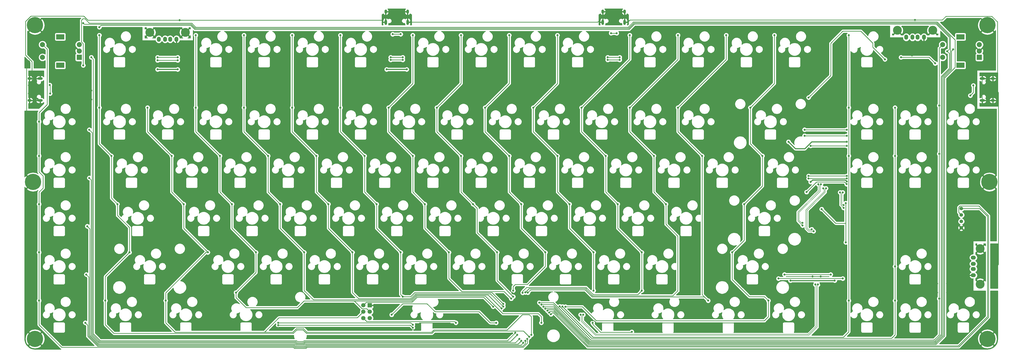
<source format=gtl>
%TF.GenerationSoftware,KiCad,Pcbnew,(5.1.10)-1*%
%TF.CreationDate,2021-10-10T20:15:25-04:00*%
%TF.ProjectId,custom_keyboard,63757374-6f6d-45f6-9b65-79626f617264,rev?*%
%TF.SameCoordinates,Original*%
%TF.FileFunction,Copper,L1,Top*%
%TF.FilePolarity,Positive*%
%FSLAX46Y46*%
G04 Gerber Fmt 4.6, Leading zero omitted, Abs format (unit mm)*
G04 Created by KiCad (PCBNEW (5.1.10)-1) date 2021-10-10 20:15:25*
%MOMM*%
%LPD*%
G01*
G04 APERTURE LIST*
%TA.AperFunction,ComponentPad*%
%ADD10R,2.000000X2.000000*%
%TD*%
%TA.AperFunction,ComponentPad*%
%ADD11C,2.000000*%
%TD*%
%TA.AperFunction,ComponentPad*%
%ADD12R,3.200000X2.000000*%
%TD*%
%TA.AperFunction,ComponentPad*%
%ADD13O,1.000000X2.100000*%
%TD*%
%TA.AperFunction,ComponentPad*%
%ADD14O,1.000000X1.600000*%
%TD*%
%TA.AperFunction,ComponentPad*%
%ADD15C,3.500000*%
%TD*%
%TA.AperFunction,ComponentPad*%
%ADD16O,1.500000X2.000000*%
%TD*%
%TA.AperFunction,ComponentPad*%
%ADD17O,2.000000X1.500000*%
%TD*%
%TA.AperFunction,ComponentPad*%
%ADD18O,2.100000X1.000000*%
%TD*%
%TA.AperFunction,ComponentPad*%
%ADD19O,1.600000X1.000000*%
%TD*%
%TA.AperFunction,ComponentPad*%
%ADD20C,1.397000*%
%TD*%
%TA.AperFunction,ComponentPad*%
%ADD21C,6.400000*%
%TD*%
%TA.AperFunction,ComponentPad*%
%ADD22R,1.700000X1.700000*%
%TD*%
%TA.AperFunction,ComponentPad*%
%ADD23C,1.700000*%
%TD*%
%TA.AperFunction,ViaPad*%
%ADD24C,0.800000*%
%TD*%
%TA.AperFunction,Conductor*%
%ADD25C,0.250000*%
%TD*%
%TA.AperFunction,Conductor*%
%ADD26C,0.381000*%
%TD*%
%TA.AperFunction,Conductor*%
%ADD27C,0.254000*%
%TD*%
%TA.AperFunction,Conductor*%
%ADD28C,0.200000*%
%TD*%
%TA.AperFunction,Conductor*%
%ADD29C,0.100000*%
%TD*%
G04 APERTURE END LIST*
D10*
%TO.P,ROT1,A*%
%TO.N,Net-(C5-Pad2)*%
X156358900Y-192075400D03*
D11*
%TO.P,ROT1,C*%
%TO.N,GND*%
X156358900Y-189575400D03*
%TO.P,ROT1,B*%
%TO.N,Net-(C6-Pad1)*%
X156358900Y-187075400D03*
D12*
%TO.P,ROT1,MP*%
%TO.N,N/C*%
X148858900Y-195175400D03*
X148858900Y-183975400D03*
D11*
%TO.P,ROT1,S2*%
%TO.N,Net-(D2-Pad2)*%
X141858900Y-192075400D03*
%TO.P,ROT1,S1*%
%TO.N,COL0*%
X141858900Y-187075400D03*
%TD*%
D10*
%TO.P,ROT2,A*%
%TO.N,Net-(C7-Pad2)*%
X511936500Y-192075400D03*
D11*
%TO.P,ROT2,C*%
%TO.N,GND*%
X511936500Y-189575400D03*
%TO.P,ROT2,B*%
%TO.N,Net-(C8-Pad1)*%
X511936500Y-187075400D03*
D12*
%TO.P,ROT2,MP*%
%TO.N,N/C*%
X504436500Y-195175400D03*
X504436500Y-183975400D03*
D11*
%TO.P,ROT2,S2*%
%TO.N,Net-(D3-Pad2)*%
X497436500Y-192075400D03*
%TO.P,ROT2,S1*%
%TO.N,COL17*%
X497436500Y-187075400D03*
%TD*%
D13*
%TO.P,USB1,13*%
%TO.N,Earth*%
X277443500Y-178219200D03*
X286083500Y-178219200D03*
D14*
X277443500Y-174039200D03*
X286083500Y-174039200D03*
%TD*%
D15*
%TO.P,USB6,5*%
%TO.N,Earth*%
X479538100Y-181428400D03*
D16*
%TO.P,USB6,4*%
%TO.N,GND*%
X490038100Y-184138400D03*
%TO.P,USB6,3*%
%TO.N,Net-(R24-Pad1)*%
X487538100Y-184138400D03*
%TO.P,USB6,2*%
%TO.N,Net-(R25-Pad1)*%
X485538100Y-184138400D03*
D15*
%TO.P,USB6,5*%
%TO.N,Earth*%
X493538100Y-181428400D03*
D16*
%TO.P,USB6,1*%
%TO.N,+5V*%
X483038100Y-184138400D03*
%TD*%
D15*
%TO.P,USB3,5*%
%TO.N,Earth*%
X184281700Y-182222100D03*
D16*
%TO.P,USB3,4*%
%TO.N,GND*%
X194781700Y-184932100D03*
%TO.P,USB3,3*%
%TO.N,Net-(R34-Pad1)*%
X192281700Y-184932100D03*
%TO.P,USB3,2*%
%TO.N,Net-(R37-Pad1)*%
X190281700Y-184932100D03*
D15*
%TO.P,USB3,5*%
%TO.N,Earth*%
X198281700Y-182222100D03*
D16*
%TO.P,USB3,1*%
%TO.N,+5V*%
X187781700Y-184932100D03*
%TD*%
D15*
%TO.P,USB4,5*%
%TO.N,Earth*%
X512265400Y-267620200D03*
D17*
%TO.P,USB4,4*%
%TO.N,GND*%
X509555400Y-278120200D03*
%TO.P,USB4,3*%
%TO.N,Net-(R45-Pad1)*%
X509555400Y-275620200D03*
%TO.P,USB4,2*%
%TO.N,Net-(R46-Pad1)*%
X509555400Y-273620200D03*
D15*
%TO.P,USB4,5*%
%TO.N,Earth*%
X512265400Y-281620200D03*
D17*
%TO.P,USB4,1*%
%TO.N,+5V*%
X509555400Y-271120200D03*
%TD*%
D18*
%TO.P,USB7,13*%
%TO.N,Earth*%
X513093500Y-200454600D03*
X513093500Y-209094600D03*
D19*
X517273500Y-200454600D03*
X517273500Y-209094600D03*
%TD*%
D18*
%TO.P,USB2,13*%
%TO.N,Earth*%
X140915300Y-209094600D03*
X140915300Y-200454600D03*
D19*
X136735300Y-209094600D03*
X136735300Y-200454600D03*
%TD*%
D13*
%TO.P,USB5,13*%
%TO.N,Earth*%
X363163100Y-178219200D03*
X371803100Y-178219200D03*
D14*
X363163100Y-174039200D03*
X371803100Y-174039200D03*
%TD*%
D20*
%TO.P,OL1,4*%
%TO.N,GND*%
X504793200Y-259381400D03*
%TO.P,OL1,3*%
%TO.N,+5V*%
X504793200Y-256841400D03*
%TO.P,OL1,2*%
%TO.N,KEYBOARD_SDA*%
X504793200Y-254301400D03*
%TO.P,OL1,1*%
%TO.N,KEYBOARD_SCL*%
X504793200Y-251761400D03*
%TD*%
D21*
%TO.P,H1,1*%
%TO.N,GND*%
X138897500Y-179376200D03*
%TD*%
%TO.P,H2,1*%
%TO.N,GND*%
X138103800Y-241284800D03*
%TD*%
%TO.P,H3,1*%
%TO.N,GND*%
X138897500Y-303193400D03*
%TD*%
%TO.P,H4,1*%
%TO.N,GND*%
X515111300Y-179376200D03*
%TD*%
%TO.P,H5,1*%
%TO.N,GND*%
X515905000Y-241284800D03*
%TD*%
%TO.P,H6,1*%
%TO.N,GND*%
X515111300Y-303193400D03*
%TD*%
D22*
%TO.P,J5,6*%
%TO.N,GND*%
X271128000Y-289938450D03*
D23*
%TO.P,J5,5*%
%TO.N,KEYBOARD_RESET*%
X268588000Y-289938450D03*
%TO.P,J5,4*%
%TO.N,COL3*%
X271128000Y-292478450D03*
%TO.P,J5,3*%
%TO.N,COL2*%
X268588000Y-292478450D03*
%TO.P,J5,2*%
%TO.N,+3V3*%
X271128000Y-295018450D03*
%TO.P,J5,1*%
%TO.N,BOOT0*%
X268588000Y-295018450D03*
%TD*%
D24*
%TO.N,GND*%
X201202950Y-259936750D03*
X458758600Y-237316300D03*
X458758600Y-243665900D03*
X447249950Y-244062750D03*
X447249950Y-237316300D03*
X447249950Y-228982450D03*
X447249950Y-218664350D03*
X499634150Y-207552550D03*
X494475100Y-207552550D03*
X244062750Y-280572950D03*
X263111550Y-280572950D03*
X282160350Y-280572950D03*
X301209150Y-280572950D03*
X320257950Y-280572950D03*
X339306750Y-280572950D03*
X358355550Y-280572950D03*
X377404350Y-280572950D03*
X398437400Y-280572950D03*
X225013950Y-280572950D03*
X193265950Y-280176100D03*
X158343150Y-280572950D03*
X158343150Y-261524150D03*
X196440750Y-261524150D03*
X215489550Y-261524150D03*
X234538350Y-261524150D03*
X253587150Y-261524150D03*
X272635950Y-261524150D03*
X291684750Y-261524150D03*
X310733550Y-261524150D03*
X329782350Y-261524150D03*
X348831150Y-261524150D03*
X367879950Y-261524150D03*
X386928750Y-261524150D03*
X405977550Y-261524150D03*
X158343150Y-242475350D03*
X158343150Y-223426550D03*
X158343150Y-299621750D03*
X186916350Y-299621750D03*
X210727350Y-299621750D03*
X407961800Y-297637500D03*
X384150800Y-297637500D03*
X360736650Y-297568800D03*
X432169650Y-298034350D03*
X377404350Y-299621750D03*
X401215350Y-299621750D03*
X425026350Y-299621750D03*
X448837350Y-299621750D03*
X477013700Y-299621750D03*
X500031000Y-300415450D03*
X499237300Y-281366650D03*
X457171200Y-267873750D03*
X466695600Y-270254850D03*
X463520800Y-262317850D03*
X466695600Y-247634400D03*
X391690950Y-259936750D03*
X372642150Y-259936750D03*
X353593350Y-259936750D03*
X334544550Y-259936750D03*
X315495750Y-259936750D03*
X296446950Y-259936750D03*
X277398150Y-259936750D03*
X258349350Y-259936750D03*
X239300550Y-259936750D03*
X220251750Y-259936750D03*
X145643950Y-277001300D03*
X438916100Y-282160350D03*
X443678300Y-282160350D03*
X432963350Y-275810750D03*
X441694050Y-275810750D03*
X436138150Y-270254850D03*
X439312950Y-267476900D03*
X448440500Y-269858000D03*
X194059650Y-298034350D03*
X170248650Y-298034350D03*
X145643950Y-296050100D03*
X289303650Y-298431200D03*
X232950950Y-299224900D03*
X303987100Y-298034350D03*
X182947850Y-189297450D03*
X148818750Y-199615550D03*
X150803000Y-203187200D03*
X150803000Y-206362000D03*
X147231350Y-212711600D03*
X136516400Y-216283250D03*
X308749300Y-195250200D03*
X291684750Y-193265950D03*
X310733550Y-193265950D03*
X329782350Y-193265950D03*
X328194950Y-195250200D03*
X348831150Y-193265950D03*
X346846900Y-195250200D03*
X415501950Y-193265950D03*
X432963350Y-195250200D03*
X396453150Y-193265950D03*
X413517700Y-195250200D03*
X377404350Y-193265950D03*
X394865750Y-195250200D03*
X223426550Y-195250200D03*
X225013950Y-193265950D03*
X242475350Y-195250200D03*
X244062750Y-193265950D03*
X261524150Y-195250200D03*
X262714700Y-192472250D03*
X280572950Y-190091150D03*
X282954050Y-190091150D03*
X280572950Y-194853350D03*
X282954050Y-194853350D03*
X434550750Y-193265950D03*
X463123950Y-193265950D03*
X448837350Y-194853350D03*
X167867550Y-221839150D03*
X145643950Y-219854900D03*
X182154150Y-223426550D03*
X186916350Y-221839150D03*
X201202950Y-223426550D03*
X220251750Y-223426550D03*
X225013950Y-221839150D03*
X239300550Y-223426550D03*
X244062750Y-221839150D03*
X258349350Y-223426550D03*
X277398150Y-223426550D03*
X263111550Y-221839150D03*
X282160350Y-221839150D03*
X296446950Y-223426550D03*
X301209150Y-221839150D03*
X315495750Y-223426550D03*
X320257950Y-221839150D03*
X334544550Y-223426550D03*
X339306750Y-221839150D03*
X353593350Y-223426550D03*
X358355550Y-221839150D03*
X372642150Y-223426550D03*
X377404350Y-221839150D03*
X391690950Y-223426550D03*
X396453150Y-221839150D03*
X410739750Y-223426550D03*
X425026350Y-221839150D03*
X438519250Y-223823400D03*
X205965150Y-221839150D03*
X462330250Y-221839150D03*
X480188500Y-223823400D03*
X482172750Y-221839150D03*
X500031000Y-223823400D03*
X501221550Y-221839150D03*
X513523900Y-221839150D03*
X513523900Y-227395050D03*
X501221550Y-240887950D03*
X500031000Y-242872200D03*
X482172750Y-240887950D03*
X462330250Y-240094250D03*
X480585350Y-242872200D03*
X442884600Y-242078500D03*
X429788550Y-240887950D03*
X403993300Y-242872200D03*
X405977550Y-240887950D03*
X386928750Y-240887950D03*
X385341350Y-242872200D03*
X367879950Y-240887950D03*
X366292550Y-242872200D03*
X348831150Y-240887950D03*
X347243750Y-242872200D03*
X329782350Y-240887950D03*
X328194950Y-242872200D03*
X420264150Y-242475350D03*
X427804300Y-242872200D03*
X189297450Y-261524150D03*
X175010850Y-259936750D03*
X169454950Y-261524150D03*
X145643950Y-257555650D03*
X172629750Y-240887950D03*
X186916350Y-242475350D03*
X194853350Y-242872200D03*
X196440750Y-240887950D03*
X213902150Y-242872200D03*
X215489550Y-240887950D03*
X232950950Y-242872200D03*
X234538350Y-240887950D03*
X251999750Y-242872200D03*
X253587150Y-240887950D03*
X271048550Y-242872200D03*
X272635950Y-240887950D03*
X290097350Y-242872200D03*
X291684750Y-240887950D03*
X309146150Y-242872200D03*
X310733550Y-240887950D03*
X210727350Y-278985550D03*
X229776150Y-278985550D03*
X248824950Y-278985550D03*
X267873750Y-278985550D03*
X286922550Y-278985550D03*
X305971350Y-278985550D03*
X325020150Y-278985550D03*
X301209150Y-275413900D03*
X320257950Y-275413900D03*
X443678300Y-286525700D03*
X438916100Y-285732000D03*
X431375950Y-280176100D03*
X382166550Y-278985550D03*
X362720900Y-278985550D03*
X344068950Y-278985550D03*
X326210700Y-276604450D03*
X341291000Y-276207600D03*
X217870650Y-298034350D03*
X463123950Y-298034350D03*
X482172750Y-298034350D03*
X501221550Y-298034350D03*
X159930550Y-193662800D03*
X166677000Y-193265950D03*
X299621750Y-298694000D03*
X452409000Y-276207600D03*
X327517053Y-285219347D03*
X194456500Y-188900600D03*
X327310824Y-301067971D03*
X337322500Y-287319400D03*
X337719350Y-302399700D03*
X307558750Y-295256400D03*
X341291000Y-297240650D03*
X307558750Y-302399700D03*
X357561850Y-296050100D03*
X179773050Y-278985550D03*
X482172750Y-278985550D03*
X422645250Y-259936750D03*
X417883050Y-278985550D03*
X349228000Y-305177650D03*
X513523900Y-285335150D03*
X517095550Y-285335150D03*
X182154150Y-194853350D03*
%TO.N,+5V*%
X187313200Y-196837600D03*
X195250200Y-196837600D03*
X459552300Y-225410800D03*
X436535000Y-225410800D03*
X445265700Y-241284800D03*
X454790100Y-280176100D03*
X437328700Y-280176100D03*
X277795000Y-196837600D03*
X285732000Y-196837600D03*
X459564951Y-241065846D03*
X359149250Y-296843800D03*
X374626400Y-300415450D03*
%TO.N,+3V3*%
X459155450Y-265095800D03*
X459155450Y-249618650D03*
X449631050Y-251999750D03*
%TO.N,Earth*%
X189297450Y-181757300D03*
X193265950Y-181757300D03*
X484553850Y-180963600D03*
X488522350Y-180963600D03*
X281763500Y-174217150D03*
X367483100Y-174217150D03*
X137706950Y-204774600D03*
X280176100Y-173820300D03*
X283350900Y-173820300D03*
X191281700Y-181360450D03*
X136516400Y-206362000D03*
X136516400Y-203187200D03*
X365895700Y-173820300D03*
X369070500Y-173820300D03*
X486538100Y-180169900D03*
X515905000Y-204774600D03*
X517492400Y-203187200D03*
X517492400Y-206362000D03*
X513127050Y-274620200D03*
X512333350Y-273032800D03*
X512333350Y-276207600D03*
X140484900Y-198821850D03*
X186519500Y-180566750D03*
X196043900Y-180566750D03*
X276207600Y-177391950D03*
X287319400Y-178185650D03*
X361927200Y-177391950D03*
X373039000Y-178185650D03*
X513920750Y-210727350D03*
X139903900Y-208454461D03*
%TO.N,KEYBOARD_RESET*%
X319861100Y-290494200D03*
%TO.N,COL2*%
X183344700Y-211917900D03*
X192869100Y-230966700D03*
X197631300Y-250015500D03*
X207155700Y-269064300D03*
X190488000Y-288113100D03*
X334941400Y-301606000D03*
%TO.N,COL1*%
X166677000Y-288113100D03*
X176201400Y-269064300D03*
X171439200Y-250015500D03*
X169058100Y-230966700D03*
X164295900Y-211917900D03*
X164295900Y-183344700D03*
X334147700Y-302399700D03*
%TO.N,COL3*%
X226204500Y-269064300D03*
X216680100Y-250015500D03*
X211917900Y-230966700D03*
X202393500Y-211917900D03*
X202393500Y-183344700D03*
X338909900Y-296843800D03*
X218267500Y-284938300D03*
%TO.N,ROW2*%
X160327400Y-239697400D03*
X444472000Y-238903700D03*
X330179200Y-303193400D03*
X459552300Y-238903700D03*
%TO.N,ROW4*%
X159136850Y-277795000D03*
X453202700Y-277795000D03*
X434947600Y-277795000D03*
X331766600Y-304780800D03*
%TO.N,ROT1_ROW*%
X187313200Y-192075400D03*
X195250200Y-192075400D03*
X480982200Y-192075400D03*
X494475100Y-194456500D03*
X328591800Y-300812300D03*
X161121100Y-192075400D03*
%TO.N,ROW3*%
X159533700Y-258746200D03*
X330972900Y-303987100D03*
%TO.N,ROW5*%
X158740000Y-296843800D03*
X234935200Y-296843800D03*
X332560300Y-303987100D03*
X288113100Y-297637500D03*
%TO.N,DOUT1*%
X474632600Y-192869100D03*
X444472000Y-207949400D03*
%TO.N,DOUT2*%
X459552300Y-226998200D03*
X445265700Y-226998200D03*
%TO.N,DOUT3*%
X443678300Y-245253300D03*
X459505984Y-242124816D03*
%TO.N,COL0*%
X140484900Y-230966700D03*
X140484900Y-250015500D03*
X140484900Y-269064300D03*
X140484900Y-288113100D03*
X140484900Y-217473800D03*
X333354000Y-303193400D03*
%TO.N,COL4*%
X221442300Y-183344700D03*
X221442300Y-211917900D03*
X230966700Y-230966700D03*
X235728900Y-250015500D03*
X245253300Y-269064300D03*
X323151703Y-291172097D03*
%TO.N,COL5*%
X264302100Y-269064300D03*
X254777700Y-250015500D03*
X250015500Y-230966700D03*
X240491100Y-211917900D03*
X240491100Y-183344700D03*
X323858811Y-290464989D03*
%TO.N,COL6*%
X283350900Y-269064300D03*
X273826500Y-250015500D03*
X269064300Y-230966700D03*
X259539900Y-211917900D03*
X259539900Y-183344700D03*
X284144600Y-286525700D03*
X323852736Y-289433609D03*
%TO.N,COL7*%
X302399700Y-269064300D03*
X292875300Y-250015500D03*
X288113100Y-230966700D03*
X278588700Y-211917900D03*
X288113100Y-183344700D03*
X327004400Y-287319400D03*
%TO.N,COL8*%
X321448500Y-269064300D03*
X311924100Y-250015500D03*
X307161900Y-230966700D03*
X297637500Y-211917900D03*
X307161900Y-183344700D03*
X327798100Y-286525700D03*
%TO.N,KEYBOARD_SDA*%
X342703197Y-293493797D03*
%TO.N,KEYBOARD_SCL*%
X341996089Y-292786689D03*
%TO.N,ENCODER_A*%
X338909900Y-289700500D03*
X499237300Y-189694300D03*
X164295900Y-180169900D03*
%TO.N,ENCODER_B1*%
X339703600Y-290494200D03*
X157946300Y-178582500D03*
%TO.N,KEYBOARD_D+*%
X447121800Y-281763500D03*
X355459102Y-293669000D03*
%TO.N,KEYBOARD_D-*%
X448171800Y-281763500D03*
X354409102Y-293669000D03*
%TO.N,HUB_PORT7_D-*%
X458302300Y-251486700D03*
X456905650Y-245384065D03*
%TO.N,HUB_PORT7_D+*%
X458302300Y-250436700D03*
X457955650Y-245384065D03*
%TO.N,HUB_PORT2_D+*%
X442090900Y-257427500D03*
X449362350Y-242194953D03*
%TO.N,HUB_PORT2_D-*%
X442090900Y-258477500D03*
X448312350Y-242194953D03*
%TO.N,HUB_PORT3_D+*%
X445688168Y-259962368D03*
X451346600Y-243780010D03*
%TO.N,HUB_PORT3_D-*%
X446430632Y-260704832D03*
X450296600Y-243780010D03*
%TO.N,BOOT0*%
X305177650Y-296843800D03*
%TO.N,COL17*%
X338116200Y-288906800D03*
X496062500Y-211124200D03*
X496062500Y-230173000D03*
X496062500Y-287319400D03*
%TO.N,COL16*%
X478601100Y-288113100D03*
X478601100Y-230966700D03*
X478601100Y-211917900D03*
X478601100Y-274620200D03*
X346169003Y-290378397D03*
%TO.N,EXTRA_1*%
X321051650Y-296843800D03*
X279779250Y-293669000D03*
%TO.N,ROW1*%
X329385500Y-301606000D03*
X160327400Y-220648600D03*
X459552300Y-220648600D03*
X442884600Y-220648600D03*
%TO.N,COL9*%
X340497300Y-269064300D03*
X330972900Y-250015500D03*
X326210700Y-230966700D03*
X316686300Y-211917900D03*
X326210700Y-183344700D03*
X327798100Y-284144600D03*
%TO.N,COL10*%
X345259500Y-183344700D03*
X335735100Y-211917900D03*
X345259500Y-230966700D03*
X350021700Y-250015500D03*
X359546100Y-269064300D03*
X359546100Y-284144600D03*
%TO.N,COL11*%
X378594900Y-269064300D03*
X369070500Y-250015500D03*
X364308300Y-230966700D03*
X354783900Y-211917900D03*
X373832700Y-183344700D03*
X378594900Y-284144600D03*
X331515173Y-285015023D03*
%TO.N,COL12*%
X392881500Y-183344700D03*
X373832700Y-211917900D03*
X383357100Y-230966700D03*
X388119300Y-250015500D03*
X332560300Y-284869600D03*
%TO.N,COL13*%
X404787000Y-288113100D03*
X402405900Y-230966700D03*
X392881500Y-211917900D03*
X411930300Y-183344700D03*
X333556577Y-284955834D03*
%TO.N,COL14*%
X414311400Y-269064300D03*
X419073600Y-250015500D03*
X421454700Y-211917900D03*
X426216900Y-230966700D03*
X430979100Y-183344700D03*
X428598000Y-288113100D03*
X348434300Y-290494200D03*
%TO.N,COL15*%
X460346000Y-183344700D03*
X460346000Y-211917900D03*
X460346000Y-230966700D03*
X460346000Y-288113100D03*
%TO.N,ENCODER_B2*%
X340497300Y-291287900D03*
X501618400Y-188900600D03*
%TO.N,BKL_DATA_IN_3V3*%
X341288981Y-292079581D03*
X157946300Y-195250200D03*
%TO.N,Net-(MX5-Pad5)*%
X284144600Y-193075403D03*
%TO.N,Net-(MX29-Pad5)*%
X459552300Y-223029700D03*
X442884600Y-223029700D03*
%TO.N,Net-(MX47-Pad5)*%
X444472000Y-239903703D03*
X459552300Y-239903703D03*
%TO.N,Net-(MX77-Pad5)*%
X432566500Y-279382400D03*
X457964900Y-279382400D03*
%TO.N,Net-(MX82-Pad5)*%
X234935200Y-297843803D03*
X288113100Y-298828050D03*
%TO.N,Net-(R8-Pad1)*%
X280176100Y-182947850D03*
X283350900Y-182947850D03*
%TO.N,Net-(R35-Pad1)*%
X144734800Y-203024600D03*
X144850250Y-206362000D03*
%TO.N,GND*%
X278985550Y-184932100D03*
X284541450Y-184932100D03*
X136516400Y-193662800D03*
X144056550Y-178582500D03*
X458758600Y-219061200D03*
X458758600Y-228982450D03*
X366292550Y-190884850D03*
X368673650Y-190884850D03*
X366292550Y-194059650D03*
X368673650Y-194059650D03*
X188503750Y-190884850D03*
X194059650Y-190884850D03*
X188503750Y-199218700D03*
X194059650Y-199218700D03*
X161121100Y-205171450D03*
X165486450Y-205171450D03*
X161121100Y-208743100D03*
X165486450Y-208743100D03*
X494475100Y-201996650D03*
X499634150Y-201996650D03*
X495268800Y-281366650D03*
X495268800Y-284938300D03*
X499237300Y-284938300D03*
X449234200Y-276207600D03*
X446059400Y-278588700D03*
X444075150Y-276604450D03*
X445662550Y-275017050D03*
X449234200Y-278588700D03*
X446059400Y-281366650D03*
X449234200Y-281366650D03*
X204774600Y-193265950D03*
X278985550Y-195250200D03*
X278985550Y-200012400D03*
X284541450Y-195250200D03*
X284541450Y-200012400D03*
X488125500Y-190884850D03*
X485347550Y-191281700D03*
X481775900Y-194059650D03*
%TO.N,Earth*%
X196043900Y-177391950D03*
X486538100Y-177354330D03*
X517095550Y-274620200D03*
%TO.N,ROT1_ROW*%
X369864200Y-192075400D03*
X365102000Y-192075400D03*
X284144600Y-192075400D03*
X279382400Y-192075400D03*
%TO.N,COL15*%
X347276931Y-290461019D03*
%TO.N,Net-(MX1-Pad5)*%
X187313200Y-193265950D03*
X195250200Y-193265950D03*
%TO.N,Net-(MX5-Pad5)*%
X279382400Y-193075403D03*
%TO.N,Net-(MX10-Pad4)*%
X369864200Y-193075403D03*
X365102000Y-193075403D03*
%TO.N,Net-(R10-Pad1)*%
X366437102Y-182551000D03*
X368673650Y-182551000D03*
%TO.N,Net-(R27-Pad1)*%
X509555400Y-203187200D03*
X508364850Y-207155700D03*
%TD*%
D25*
%TO.N,GND*%
X360736650Y-297568800D02*
X361461650Y-296843800D01*
X407168100Y-296843800D02*
X407961800Y-297637500D01*
X384150800Y-297637500D02*
X383357100Y-296843800D01*
X383357100Y-296843800D02*
X407168100Y-296843800D01*
X361461650Y-296843800D02*
X383357100Y-296843800D01*
X430979100Y-296843800D02*
X432169650Y-298034350D01*
X407168100Y-296843800D02*
X430979100Y-296843800D01*
X233607046Y-298568804D02*
X232950950Y-299224900D01*
X286780852Y-298568804D02*
X233607046Y-298568804D01*
X287765099Y-299553051D02*
X286780852Y-298568804D01*
X288747484Y-299553051D02*
X287765099Y-299553051D01*
X289303650Y-298996885D02*
X288747484Y-299553051D01*
X289303650Y-298431200D02*
X289303650Y-298996885D01*
X302821740Y-296868990D02*
X303987100Y-298034350D01*
X290865860Y-296868990D02*
X302821740Y-296868990D01*
X289303650Y-298431200D02*
X290865860Y-296868990D01*
X135610290Y-215377140D02*
X135610290Y-194965760D01*
X136516400Y-216283250D02*
X135610290Y-215377140D01*
X301209150Y-280572950D02*
X301209150Y-275413900D01*
X320257950Y-280572950D02*
X320257950Y-275413900D01*
X443678300Y-282160350D02*
X443678300Y-286525700D01*
X438916100Y-282160350D02*
X438916100Y-285732000D01*
X325020150Y-282722444D02*
X325020150Y-278985550D01*
X327517053Y-285219347D02*
X325020150Y-282722444D01*
X307558750Y-295822085D02*
X307558750Y-295256400D01*
X305346485Y-298034350D02*
X307558750Y-295822085D01*
X303987100Y-298034350D02*
X305346485Y-298034350D01*
X359783635Y-296050100D02*
X357561850Y-296050100D01*
X360736650Y-297003115D02*
X359783635Y-296050100D01*
X360736650Y-297568800D02*
X360736650Y-297003115D01*
D26*
%TO.N,+5V*%
X187313200Y-196837600D02*
X195250200Y-196837600D01*
X439237401Y-228113201D02*
X436535000Y-225410800D01*
X442980757Y-228113201D02*
X439237401Y-228113201D01*
X445683158Y-225410800D02*
X442980757Y-228113201D01*
X459552300Y-225410800D02*
X445683158Y-225410800D01*
X458990205Y-240491100D02*
X446059400Y-240491100D01*
X446059400Y-240491100D02*
X445265700Y-241284800D01*
X437328700Y-280176100D02*
X454790100Y-280176100D01*
X277795000Y-196837600D02*
X285732000Y-196837600D01*
X458990205Y-240491100D02*
X459564951Y-241065846D01*
D25*
X362308775Y-300569010D02*
X374472840Y-300569010D01*
X359149250Y-297409485D02*
X362308775Y-300569010D01*
X359149250Y-296843800D02*
X359149250Y-297409485D01*
X374472840Y-300569010D02*
X374626400Y-300415450D01*
%TO.N,+3V3*%
X455186950Y-257555650D02*
X449631050Y-251999750D01*
X459155450Y-257555650D02*
X455186950Y-257555650D01*
X459155450Y-265095800D02*
X459155450Y-257555650D01*
X459155450Y-257555650D02*
X459155450Y-249618650D01*
%TO.N,Earth*%
X138608861Y-208454461D02*
X136516400Y-206362000D01*
X139903900Y-208454461D02*
X138608861Y-208454461D01*
X512333350Y-198821850D02*
X518286100Y-198821850D01*
X513093500Y-200454600D02*
X517273500Y-200454600D01*
X513093500Y-209094600D02*
X517273500Y-209094600D01*
X512973499Y-200574601D02*
X513093500Y-200454600D01*
X512973499Y-207976601D02*
X512973499Y-200574601D01*
X513093500Y-208096602D02*
X512973499Y-207976601D01*
X513093500Y-209094600D02*
X513093500Y-208096602D01*
%TO.N,KEYBOARD_RESET*%
X316130899Y-286763999D02*
X289784031Y-286763999D01*
X319861100Y-290494200D02*
X316130899Y-286763999D01*
X287784581Y-288763449D02*
X289784031Y-286763999D01*
X269763001Y-288763449D02*
X287784581Y-288763449D01*
X268588000Y-289938450D02*
X269763001Y-288763449D01*
%TO.N,COL2*%
X207155700Y-269064300D02*
X206455326Y-269064300D01*
X190488000Y-285031626D02*
X190488000Y-288113100D01*
X206455326Y-269064300D02*
X190488000Y-285031626D01*
X207155700Y-269064300D02*
X197631300Y-259539900D01*
X197631300Y-259539900D02*
X197631300Y-250015500D01*
X197631300Y-250015500D02*
X192869100Y-245253300D01*
X192869100Y-245253300D02*
X192869100Y-230966700D01*
X192869100Y-230966700D02*
X183344700Y-221442300D01*
X183344700Y-221442300D02*
X183344700Y-211917900D01*
X194213210Y-300569010D02*
X190488000Y-296843800D01*
X190488000Y-296843800D02*
X190488000Y-288113100D01*
%TO.N,COL1*%
X164295900Y-183344700D02*
X164295900Y-211917900D01*
X164295900Y-226204500D02*
X164295900Y-211917900D01*
X169058100Y-230966700D02*
X164295900Y-226204500D01*
X169058100Y-230966700D02*
X169058100Y-247634400D01*
X169058100Y-247634400D02*
X171439200Y-250015500D01*
X176201400Y-269064300D02*
X176201400Y-259252602D01*
X176201400Y-259252602D02*
X171439200Y-254490402D01*
X171439200Y-254490402D02*
X171439200Y-250015500D01*
X176201400Y-269064300D02*
X166677000Y-278588700D01*
X166677000Y-278588700D02*
X166677000Y-288113100D01*
X166677000Y-297637500D02*
X166677000Y-288113100D01*
X170058520Y-301019020D02*
X166677000Y-297637500D01*
X240920790Y-301019020D02*
X170058520Y-301019020D01*
X242309311Y-299630499D02*
X240920790Y-301019020D01*
X244775823Y-299630499D02*
X242309311Y-299630499D01*
X246164344Y-301019020D02*
X244775823Y-299630499D01*
X295700378Y-301019020D02*
X246164344Y-301019020D01*
X331835299Y-300087299D02*
X296632099Y-300087299D01*
X296632099Y-300087299D02*
X295700378Y-301019020D01*
X334147700Y-302399700D02*
X331835299Y-300087299D01*
%TO.N,COL3*%
X211917900Y-230966700D02*
X211917900Y-245253300D01*
X211917900Y-245253300D02*
X216680100Y-250015500D01*
X211917900Y-230966700D02*
X202393500Y-221442300D01*
X202393500Y-221442300D02*
X202393500Y-211917900D01*
X202393500Y-183344700D02*
X202393500Y-211917900D01*
X226204500Y-269064300D02*
X216680100Y-259539900D01*
X216680100Y-259539900D02*
X216680100Y-250015500D01*
%TO.N,COL2*%
X235232869Y-294869001D02*
X229532860Y-300569010D01*
X229532860Y-300569010D02*
X194213210Y-300569010D01*
X334941400Y-294462700D02*
X334941400Y-301606000D01*
X334147700Y-293669000D02*
X334941400Y-294462700D01*
X266197449Y-294869001D02*
X268588000Y-292478450D01*
X235232869Y-294869001D02*
X266197449Y-294869001D01*
X325401461Y-299637289D02*
X331369750Y-293669000D01*
X295513978Y-300569010D02*
X296445699Y-299637289D01*
X296445699Y-299637289D02*
X325401461Y-299637289D01*
X246350744Y-300569010D02*
X295513978Y-300569010D01*
X244962223Y-299180489D02*
X246350744Y-300569010D01*
X240734390Y-300569010D02*
X242122911Y-299180489D01*
X242122911Y-299180489D02*
X244962223Y-299180489D01*
X229532860Y-300569010D02*
X240734390Y-300569010D01*
X331369750Y-293669000D02*
X334147700Y-293669000D01*
%TO.N,COL3*%
X226204500Y-269064300D02*
X226204500Y-277001300D01*
X218267500Y-284938300D02*
X226204500Y-277001300D01*
X242475350Y-290891050D02*
X222236000Y-290891050D01*
X245146980Y-288219420D02*
X242475350Y-290891050D01*
X289597630Y-286313990D02*
X287692200Y-288219420D01*
X316753892Y-286313990D02*
X289597630Y-286313990D01*
X323658892Y-293218990D02*
X316753892Y-286313990D01*
X218267500Y-286922550D02*
X218267500Y-284938300D01*
X337666190Y-293218990D02*
X323658892Y-293218990D01*
X338909900Y-294462700D02*
X337666190Y-293218990D01*
X222236000Y-290891050D02*
X218267500Y-286922550D01*
X338909900Y-296843800D02*
X338909900Y-294462700D01*
X287692200Y-288219420D02*
X264989480Y-288219420D01*
X268073509Y-291303449D02*
X264989480Y-288219420D01*
X269952999Y-291303449D02*
X268073509Y-291303449D01*
X271128000Y-292478450D02*
X269952999Y-291303449D01*
X264989480Y-288219420D02*
X245146980Y-288219420D01*
%TO.N,ROW2*%
X161014780Y-240384780D02*
X160327400Y-239697400D01*
X459552300Y-238903700D02*
X444472000Y-238903700D01*
X161014780Y-301581950D02*
X161014780Y-240384780D01*
X242176875Y-305168319D02*
X241780026Y-304771470D01*
X245148622Y-305168320D02*
X242176875Y-305168319D01*
X241780026Y-304771470D02*
X164204299Y-304771469D01*
X245545473Y-304771471D02*
X245148622Y-305168320D01*
X328601129Y-304771471D02*
X245545473Y-304771471D01*
X164204299Y-304771469D02*
X161014780Y-301581950D01*
X330179200Y-303193400D02*
X328601129Y-304771471D01*
%TO.N,ROW4*%
X160114760Y-278772910D02*
X159136850Y-277795000D01*
X160114760Y-301954750D02*
X160114760Y-278772910D01*
X241381788Y-305671488D02*
X163831497Y-305671487D01*
X241778639Y-306068339D02*
X241381788Y-305671488D01*
X245521419Y-306068339D02*
X241778639Y-306068339D01*
X245918271Y-305671491D02*
X245521419Y-306068339D01*
X330875909Y-305671491D02*
X245918271Y-305671491D01*
X163831497Y-305671487D02*
X160114760Y-301954750D01*
X331766600Y-304780800D02*
X330875909Y-305671491D01*
X453202700Y-277795000D02*
X434947600Y-277795000D01*
%TO.N,ROT1_ROW*%
X279382400Y-192075400D02*
X284144600Y-192075400D01*
X187313200Y-192075400D02*
X195250200Y-192075400D01*
X492094000Y-192075400D02*
X494475100Y-194456500D01*
X480982200Y-192075400D02*
X492094000Y-192075400D01*
X164577101Y-303871451D02*
X161914800Y-301209150D01*
X328591800Y-300812300D02*
X325532649Y-303871451D01*
X244775823Y-304268301D02*
X242549677Y-304268301D01*
X245172673Y-303871451D02*
X244775823Y-304268301D01*
X325532649Y-303871451D02*
X245172673Y-303871451D01*
X242152827Y-303871451D02*
X164577101Y-303871451D01*
X242549677Y-304268301D02*
X242152827Y-303871451D01*
X161914800Y-301209150D02*
X161914800Y-192869100D01*
X161914800Y-192869100D02*
X161121100Y-192075400D01*
%TO.N,ROW3*%
X241593625Y-305221479D02*
X164017898Y-305221478D01*
X164017898Y-305221478D02*
X160564770Y-301768350D01*
X241990474Y-305618328D02*
X241593625Y-305221479D01*
X245335021Y-305618329D02*
X241990474Y-305618328D01*
X160564770Y-259777270D02*
X159533700Y-258746200D01*
X160564770Y-301768350D02*
X160564770Y-259777270D01*
X245731872Y-305221481D02*
X245335021Y-305618329D01*
X329738519Y-305221481D02*
X245731872Y-305221481D01*
X330972900Y-303987100D02*
X329738519Y-305221481D01*
%TO.N,ROW5*%
X332560300Y-305060102D02*
X331498901Y-306121501D01*
X332560300Y-303987100D02*
X332560300Y-305060102D01*
X245707819Y-306518349D02*
X241592238Y-306518348D01*
X246104669Y-306121501D02*
X245707819Y-306518349D01*
X331498901Y-306121501D02*
X246104669Y-306121501D01*
X241195387Y-306121497D02*
X163645096Y-306121496D01*
X241592238Y-306518348D02*
X241195387Y-306121497D01*
X163645096Y-306121496D02*
X159664750Y-302141150D01*
X159664750Y-297768550D02*
X158740000Y-296843800D01*
X159664750Y-302141150D02*
X159664750Y-297768550D01*
X287319400Y-296843800D02*
X288113100Y-297637500D01*
X234935200Y-296843800D02*
X287319400Y-296843800D01*
D27*
%TO.N,DOUT1*%
X469816301Y-186465401D02*
X469816301Y-188052801D01*
X465108200Y-181757300D02*
X469816301Y-186465401D01*
X457964900Y-181757300D02*
X465108200Y-181757300D01*
X453202700Y-186519500D02*
X457964900Y-181757300D01*
X453202700Y-199218700D02*
X453202700Y-186519500D01*
X469816301Y-188052801D02*
X474632600Y-192869100D01*
X444472000Y-207949400D02*
X453202700Y-199218700D01*
%TO.N,DOUT2*%
X458758600Y-226998200D02*
X445265700Y-226998200D01*
D25*
X458758600Y-226998200D02*
X459552300Y-226998200D01*
%TO.N,DOUT3*%
X447646800Y-241284800D02*
X458665968Y-241284800D01*
X443678300Y-245253300D02*
X447646800Y-241284800D01*
X458665968Y-241284800D02*
X459505984Y-242124816D01*
%TO.N,COL0*%
X140484900Y-288113100D02*
X140484900Y-269064300D01*
X140484900Y-269064300D02*
X140484900Y-250015500D01*
X140484900Y-230966700D02*
X140484900Y-237316300D01*
X140484900Y-237316300D02*
X142072300Y-238903700D01*
X142072300Y-238903700D02*
X142072300Y-243665900D01*
X140484900Y-245253300D02*
X140484900Y-250015500D01*
X142072300Y-243665900D02*
X140484900Y-245253300D01*
X140484900Y-230966700D02*
X140484900Y-217473800D01*
X141858900Y-187075400D02*
X143659700Y-188876200D01*
X143659700Y-188876200D02*
X143659700Y-210727350D01*
X140484900Y-213902150D02*
X140484900Y-217473800D01*
X143659700Y-210727350D02*
X140484900Y-213902150D01*
X140484900Y-297637500D02*
X140484900Y-288113100D01*
X149418906Y-306571506D02*
X140484900Y-297637500D01*
X241008986Y-306571506D02*
X149418906Y-306571506D01*
X245894218Y-306968358D02*
X241405837Y-306968357D01*
X241405837Y-306968357D02*
X241008986Y-306571506D01*
X331685301Y-306571511D02*
X246291068Y-306571511D01*
X246291068Y-306571511D02*
X245894218Y-306968358D01*
X333354000Y-304902812D02*
X331685301Y-306571511D01*
X333354000Y-303193400D02*
X333354000Y-304902812D01*
%TO.N,COL4*%
X245253300Y-269064300D02*
X235728900Y-259539900D01*
X235728900Y-259539900D02*
X235728900Y-250015500D01*
X235728900Y-250015500D02*
X230966700Y-245253300D01*
X230966700Y-245253300D02*
X230966700Y-230966700D01*
X230966700Y-230966700D02*
X221442300Y-221442300D01*
X221442300Y-221442300D02*
X221442300Y-211917900D01*
X221442300Y-211917900D02*
X221442300Y-183344700D01*
X245253300Y-284144600D02*
X245253300Y-269064300D01*
X287505800Y-287769410D02*
X248878110Y-287769410D01*
X289411229Y-285863981D02*
X287505800Y-287769410D01*
X317843587Y-285863981D02*
X289411229Y-285863981D01*
X323151703Y-291172097D02*
X317843587Y-285863981D01*
X248878110Y-287769410D02*
X245253300Y-284144600D01*
%TO.N,COL5*%
X250015500Y-230966700D02*
X250015500Y-245253300D01*
X250015500Y-245253300D02*
X254777700Y-250015500D01*
X240491100Y-211917900D02*
X240491100Y-221442300D01*
X240491100Y-221442300D02*
X250015500Y-230966700D01*
X240491100Y-183344700D02*
X240491100Y-211917900D01*
X264302100Y-269064300D02*
X254777700Y-259539900D01*
X254777700Y-259539900D02*
X254777700Y-250015500D01*
X318807793Y-285413971D02*
X289224829Y-285413971D01*
X323858811Y-290464989D02*
X318807793Y-285413971D01*
X266683200Y-287319400D02*
X264302100Y-284938300D01*
X287319400Y-287319400D02*
X266683200Y-287319400D01*
X264302100Y-284938300D02*
X264302100Y-269064300D01*
X289224829Y-285413971D02*
X287319400Y-287319400D01*
%TO.N,COL6*%
X283350900Y-269064300D02*
X283350900Y-285732000D01*
X273826500Y-250015500D02*
X273826500Y-259539900D01*
X273826500Y-259539900D02*
X283350900Y-269064300D01*
X269064300Y-230966700D02*
X269064300Y-245253300D01*
X269064300Y-245253300D02*
X273826500Y-250015500D01*
X259539900Y-211917900D02*
X259539900Y-221442300D01*
X259539900Y-221442300D02*
X269064300Y-230966700D01*
X259539900Y-183344700D02*
X259539900Y-211917900D01*
X284144600Y-286525700D02*
X283350900Y-285732000D01*
X287319400Y-286525700D02*
X284144600Y-286525700D01*
X318994193Y-284963961D02*
X288881139Y-284963961D01*
X318968532Y-284938300D02*
X318994193Y-284963961D01*
X288881139Y-284963961D02*
X287319400Y-286525700D01*
X319357427Y-284938300D02*
X318968532Y-284938300D01*
X323852736Y-289433609D02*
X319357427Y-284938300D01*
%TO.N,COL7*%
X292875300Y-250015500D02*
X292875300Y-259539900D01*
X292875300Y-259539900D02*
X302399700Y-269064300D01*
X288113100Y-230966700D02*
X288113100Y-245253300D01*
X288113100Y-245253300D02*
X292875300Y-250015500D01*
X278588700Y-211917900D02*
X278588700Y-221442300D01*
X278588700Y-221442300D02*
X288113100Y-230966700D01*
X309993010Y-284488290D02*
X309967349Y-284513951D01*
X324173290Y-284488290D02*
X309993010Y-284488290D01*
X327004400Y-287319400D02*
X324173290Y-284488290D01*
X309967349Y-284513951D02*
X307531251Y-284513951D01*
X302399700Y-279382400D02*
X302399700Y-269064300D01*
X307531251Y-284513951D02*
X302399700Y-279382400D01*
X288113100Y-202393500D02*
X288113100Y-183344700D01*
X278588700Y-211917900D02*
X288113100Y-202393500D01*
%TO.N,COL8*%
X321448500Y-269064300D02*
X313581099Y-261196899D01*
X313581099Y-261196899D02*
X313581099Y-251672499D01*
X313581099Y-251672499D02*
X311924100Y-250015500D01*
X307161900Y-230966700D02*
X307161900Y-245253300D01*
X307161900Y-245253300D02*
X311924100Y-250015500D01*
X307161900Y-183344700D02*
X307161900Y-202393500D01*
X307161900Y-202393500D02*
X297637500Y-211917900D01*
X321448500Y-280176100D02*
X321448500Y-269064300D01*
X327798100Y-286525700D02*
X321448500Y-280176100D01*
X297637500Y-221442300D02*
X307161900Y-230966700D01*
X297637500Y-211917900D02*
X297637500Y-221442300D01*
%TO.N,KEYBOARD_SDA*%
X503769699Y-251270119D02*
X503769699Y-253277899D01*
X503769699Y-253277899D02*
X504793200Y-254301400D01*
X504301919Y-250737899D02*
X503769699Y-251270119D01*
X511707909Y-250737899D02*
X504301919Y-250737899D01*
X515561309Y-254591299D02*
X511707909Y-250737899D01*
X515561310Y-294649100D02*
X515561309Y-254591299D01*
X503842211Y-306368199D02*
X515561310Y-294649100D01*
X357165000Y-306368200D02*
X503842211Y-306368199D01*
X343672100Y-292875300D02*
X357165000Y-306368200D01*
X343321694Y-292875300D02*
X343672100Y-292875300D01*
X342703197Y-293493797D02*
X343321694Y-292875300D01*
%TO.N,KEYBOARD_SCL*%
X512095000Y-251761400D02*
X504793200Y-251761400D01*
X515111300Y-254777700D02*
X512095000Y-251761400D01*
X515111300Y-294462700D02*
X515111300Y-254777700D01*
X503655810Y-305918190D02*
X515111300Y-294462700D01*
X357351400Y-305918190D02*
X503655810Y-305918190D01*
X343819900Y-292386690D02*
X357351400Y-305918190D01*
X342396088Y-292386690D02*
X343819900Y-292386690D01*
X341996089Y-292786689D02*
X342396088Y-292386690D01*
%TO.N,ENCODER_A*%
X500031000Y-190488000D02*
X499237300Y-189694300D01*
X496856200Y-199639600D02*
X500031000Y-196464800D01*
X496856200Y-301448710D02*
X496856200Y-199639600D01*
X358097000Y-304118150D02*
X494186760Y-304118150D01*
X500031000Y-196464800D02*
X500031000Y-190488000D01*
X494186760Y-304118150D02*
X496856200Y-301448710D01*
X343679350Y-289700500D02*
X358097000Y-304118150D01*
X338909900Y-289700500D02*
X343679350Y-289700500D01*
D28*
%TO.N,KEYBOARD_D+*%
X447121800Y-281763500D02*
X447421800Y-282063500D01*
X447421800Y-282063500D02*
X447421800Y-298338000D01*
X447421800Y-298338000D02*
X444378800Y-301381000D01*
X444378800Y-301381000D02*
X360433000Y-301381000D01*
X360433000Y-301381000D02*
X355159102Y-296107102D01*
X355159102Y-296107102D02*
X355159102Y-293969000D01*
X355159102Y-293969000D02*
X355459102Y-293669000D01*
%TO.N,KEYBOARD_D-*%
X354709102Y-293969000D02*
X354409102Y-293669000D01*
X354709102Y-296293502D02*
X354709102Y-293969000D01*
X360246600Y-301831000D02*
X354709102Y-296293502D01*
X444565200Y-301831000D02*
X360246600Y-301831000D01*
X447871800Y-282063500D02*
X447871800Y-298524400D01*
X448171800Y-281763500D02*
X447871800Y-282063500D01*
X447871800Y-298524400D02*
X444565200Y-301831000D01*
%TO.N,HUB_PORT7_D-*%
X458302300Y-251486700D02*
X457205650Y-250390050D01*
X457205650Y-245684065D02*
X457205650Y-250390050D01*
X456905650Y-245384065D02*
X457205650Y-245684065D01*
%TO.N,HUB_PORT7_D+*%
X457888697Y-250436700D02*
X457655650Y-250203653D01*
X458302300Y-250436700D02*
X457888697Y-250436700D01*
X457655650Y-245684065D02*
X457655650Y-250203653D01*
X457955650Y-245384065D02*
X457655650Y-245684065D01*
%TO.N,HUB_PORT2_D+*%
X441677297Y-257427500D02*
X440728500Y-256478703D01*
X442090900Y-257427500D02*
X441677297Y-257427500D01*
X440728500Y-256478703D02*
X440728500Y-253283500D01*
X449062350Y-242494953D02*
X449362350Y-242194953D01*
X449062350Y-244949650D02*
X449062350Y-242494953D01*
X440728500Y-253283500D02*
X449062350Y-244949650D01*
%TO.N,HUB_PORT2_D-*%
X442090900Y-258477500D02*
X440278500Y-256665100D01*
X440278500Y-256665100D02*
X440278500Y-253097100D01*
X448612350Y-242494953D02*
X448312350Y-242194953D01*
X448612350Y-244763250D02*
X448612350Y-242494953D01*
X440278500Y-253097100D02*
X448612350Y-244763250D01*
%TO.N,HUB_PORT3_D+*%
X445395704Y-260254832D02*
X444711432Y-260254832D01*
X445688168Y-259962368D02*
X445395704Y-260254832D01*
X444711432Y-260254832D02*
X443903300Y-259446700D01*
X443903300Y-259446700D02*
X443903300Y-252489800D01*
X443903300Y-252489800D02*
X451046600Y-245346500D01*
X451046600Y-244080010D02*
X451046600Y-245346500D01*
X451346600Y-243780010D02*
X451046600Y-244080010D01*
%TO.N,HUB_PORT3_D-*%
X444525032Y-260704832D02*
X443453300Y-259633100D01*
X446430632Y-260704832D02*
X444525032Y-260704832D01*
X443453300Y-259633100D02*
X443453300Y-252303400D01*
X443453300Y-252303400D02*
X450596600Y-245160100D01*
X450596600Y-244080010D02*
X450596600Y-245160100D01*
X450296600Y-243780010D02*
X450596600Y-244080010D01*
D25*
%TO.N,BOOT0*%
X269963340Y-296393790D02*
X268588000Y-295018450D01*
X304727640Y-296393790D02*
X269963340Y-296393790D01*
X305177650Y-296843800D02*
X304727640Y-296393790D01*
%TO.N,COL17*%
X343672100Y-288906800D02*
X358433440Y-303668140D01*
X338116200Y-288906800D02*
X343672100Y-288906800D01*
X496062500Y-188449400D02*
X497436500Y-187075400D01*
X496062500Y-211124200D02*
X496062500Y-188449400D01*
X496062500Y-230173000D02*
X496062500Y-211124200D01*
X496062500Y-287319400D02*
X496062500Y-230173000D01*
X496062500Y-301606000D02*
X494000360Y-303668140D01*
X496062500Y-287319400D02*
X496062500Y-301606000D01*
X358433440Y-303668140D02*
X494000360Y-303668140D01*
%TO.N,COL16*%
X478601100Y-274620200D02*
X478601100Y-230966700D01*
X478601100Y-230966700D02*
X478601100Y-211917900D01*
X478601100Y-288113100D02*
X478601100Y-274620200D01*
X358752400Y-302961794D02*
X477245306Y-302961794D01*
X478601100Y-301606000D02*
X478601100Y-288113100D01*
X477245306Y-302961794D02*
X478601100Y-301606000D01*
X358752400Y-302961794D02*
X346169003Y-290378397D01*
%TO.N,EXTRA_1*%
X284144251Y-289303999D02*
X279779250Y-293669000D01*
X293759999Y-289303999D02*
X284144251Y-289303999D01*
X296924999Y-292468999D02*
X293759999Y-289303999D01*
X321051650Y-296843800D02*
X318670550Y-296843800D01*
X318670550Y-296843800D02*
X314295749Y-292468999D01*
X314295749Y-292468999D02*
X296924999Y-292468999D01*
%TO.N,ROW1*%
X160327400Y-220648600D02*
X161464790Y-221785990D01*
X459552300Y-220648600D02*
X442884600Y-220648600D01*
X329385500Y-301606000D02*
X326670039Y-304321461D01*
X326670039Y-304321461D02*
X245359073Y-304321461D01*
X244962223Y-304718311D02*
X242363276Y-304718310D01*
X245359073Y-304321461D02*
X244962223Y-304718311D01*
X242363276Y-304718310D02*
X241966427Y-304321461D01*
X161464790Y-301395550D02*
X161464790Y-221785990D01*
X164390700Y-304321460D02*
X161464790Y-301395550D01*
X241966427Y-304321461D02*
X164390700Y-304321460D01*
%TO.N,COL9*%
X316686300Y-211917900D02*
X326210700Y-202393500D01*
X326210700Y-202393500D02*
X326210700Y-183344700D01*
X330972900Y-250015500D02*
X330972900Y-259539900D01*
X330972900Y-259539900D02*
X340497300Y-269064300D01*
X326210700Y-230966700D02*
X326210700Y-245253300D01*
X326210700Y-245253300D02*
X330972900Y-250015500D01*
X316686300Y-211917900D02*
X316686300Y-221442300D01*
X316686300Y-221442300D02*
X326210700Y-230966700D01*
X340497300Y-269064300D02*
X340497300Y-274620200D01*
X340497300Y-274620200D02*
X333354000Y-281763500D01*
X333354000Y-281763500D02*
X328591800Y-281763500D01*
X327798100Y-282557200D02*
X327798100Y-284144600D01*
X328591800Y-281763500D02*
X327798100Y-282557200D01*
%TO.N,COL10*%
X335735100Y-211917900D02*
X345259500Y-202393500D01*
X345259500Y-202393500D02*
X345259500Y-183344700D01*
X335735100Y-211917900D02*
X335735100Y-221442300D01*
X335735100Y-221442300D02*
X345259500Y-230966700D01*
X345259500Y-230966700D02*
X345259500Y-245253300D01*
X345259500Y-245253300D02*
X350021700Y-250015500D01*
X350021700Y-250015500D02*
X350021700Y-259539900D01*
X350021700Y-259539900D02*
X359546100Y-269064300D01*
X359546100Y-284144600D02*
X359546100Y-269064300D01*
%TO.N,COL11*%
X354783900Y-211917900D02*
X354783900Y-221442300D01*
X354783900Y-221442300D02*
X364308300Y-230966700D01*
X364308300Y-230966700D02*
X364308300Y-245253300D01*
X364308300Y-245253300D02*
X369070500Y-250015500D01*
X369070500Y-250015500D02*
X369070500Y-259539900D01*
X369070500Y-259539900D02*
X378594900Y-269064300D01*
X373832700Y-183344700D02*
X373832700Y-192869100D01*
X373832700Y-192869100D02*
X354783900Y-211917900D01*
X378594900Y-284144600D02*
X378594900Y-269064300D01*
X377007501Y-285731999D02*
X378594900Y-284144600D01*
X359388809Y-285731999D02*
X377007501Y-285731999D01*
X356557701Y-282900891D02*
X359388809Y-285731999D01*
X333063621Y-282900890D02*
X356557701Y-282900891D01*
X331515173Y-284449338D02*
X333063621Y-282900890D01*
X331515173Y-285015023D02*
X331515173Y-284449338D01*
%TO.N,COL12*%
X383357100Y-230966700D02*
X383357100Y-245253300D01*
X383357100Y-245253300D02*
X388119300Y-250015500D01*
X373832700Y-211917900D02*
X373832700Y-221442300D01*
X373832700Y-221442300D02*
X383357100Y-230966700D01*
X392881500Y-183344700D02*
X392881500Y-192869100D01*
X392881500Y-192869100D02*
X373832700Y-211917900D01*
X334079000Y-283350900D02*
X332560300Y-284869600D01*
X356371300Y-283350900D02*
X334079000Y-283350900D01*
X359202409Y-286182009D02*
X356371300Y-283350900D01*
X390844091Y-286182009D02*
X359202409Y-286182009D01*
X392811901Y-284214199D02*
X390844091Y-286182009D01*
X392811901Y-262645101D02*
X392811901Y-284214199D01*
X388119300Y-257952500D02*
X392811901Y-262645101D01*
X388119300Y-250015500D02*
X388119300Y-257952500D01*
%TO.N,COL13*%
X392881500Y-211917900D02*
X411930300Y-192869100D01*
X411930300Y-192869100D02*
X411930300Y-183344700D01*
X402405900Y-230966700D02*
X392881500Y-221442300D01*
X392881500Y-221442300D02*
X392881500Y-211917900D01*
X402405900Y-285732000D02*
X402405900Y-230966700D01*
X403437899Y-286763999D02*
X404787000Y-288113100D01*
X403398025Y-286724125D02*
X402405900Y-285732000D01*
X404787000Y-288113100D02*
X403398025Y-286724125D01*
X334711501Y-283800910D02*
X333556577Y-284955834D01*
X356184900Y-283800910D02*
X334711501Y-283800910D01*
X359029470Y-286645480D02*
X356184900Y-283800910D01*
X403319380Y-286645480D02*
X359029470Y-286645480D01*
X403398025Y-286724125D02*
X403319380Y-286645480D01*
%TO.N,COL14*%
X421454700Y-211917900D02*
X430979100Y-202393500D01*
X430979100Y-202393500D02*
X430979100Y-183344700D01*
X419073600Y-250015500D02*
X419073600Y-264302100D01*
X419073600Y-264302100D02*
X414311400Y-269064300D01*
X426216900Y-230966700D02*
X426216900Y-242872200D01*
X426216900Y-242872200D02*
X419073600Y-250015500D01*
X421454700Y-211917900D02*
X421454700Y-226204500D01*
X421454700Y-226204500D02*
X426216900Y-230966700D01*
X355071198Y-290494200D02*
X360627098Y-296050100D01*
X348434300Y-290494200D02*
X355071198Y-290494200D01*
X360627098Y-296050100D02*
X427010600Y-296050100D01*
X428598000Y-294462700D02*
X428598000Y-288113100D01*
X427010600Y-296050100D02*
X428598000Y-294462700D01*
X414311400Y-279779250D02*
X414311400Y-269064300D01*
X421057850Y-286525700D02*
X414311400Y-279779250D01*
X427010600Y-286525700D02*
X421057850Y-286525700D01*
X428598000Y-288113100D02*
X427010600Y-286525700D01*
%TO.N,COL15*%
X460346000Y-211917900D02*
X460346000Y-183344700D01*
X460346000Y-211917900D02*
X460346000Y-230966700D01*
X460346000Y-230966700D02*
X460346000Y-288113100D01*
%TO.N,ENCODER_B2*%
X497756220Y-301821510D02*
X497756220Y-200012400D01*
X494559560Y-305018170D02*
X497756220Y-301821510D01*
X357724200Y-305018170D02*
X494559560Y-305018170D01*
X343935603Y-291229573D02*
X357724200Y-305018170D01*
X340555628Y-291229572D02*
X343935603Y-291229573D01*
X340497300Y-291287900D02*
X340555628Y-291229572D01*
X497756220Y-200012400D02*
X500931019Y-196837599D01*
X500931019Y-189587981D02*
X501618400Y-188900600D01*
X500931019Y-196837599D02*
X500931019Y-189587981D01*
%TO.N,Net-(MX5-Pad5)*%
X284144600Y-193075403D02*
X279382400Y-193075403D01*
%TO.N,Net-(MX29-Pad5)*%
X459552300Y-223029700D02*
X442884600Y-223029700D01*
%TO.N,Net-(MX47-Pad5)*%
X444472000Y-239903703D02*
X459552300Y-239903703D01*
D27*
%TO.N,Net-(MX77-Pad5)*%
X432566500Y-279382400D02*
X457964900Y-279382400D01*
D25*
%TO.N,Net-(MX82-Pad5)*%
X287128853Y-297843803D02*
X234935200Y-297843803D01*
X287128853Y-297843803D02*
X288113100Y-298828050D01*
%TO.N,Net-(R8-Pad1)*%
X283350900Y-182947850D02*
X280176100Y-182947850D01*
%TO.N,Net-(R35-Pad1)*%
X144850250Y-203140050D02*
X144734800Y-203024600D01*
X144850250Y-206362000D02*
X144850250Y-203140050D01*
D27*
%TO.N,GND*%
X278985550Y-184932100D02*
X284541450Y-184932100D01*
D25*
X135610290Y-194568910D02*
X136516400Y-193662800D01*
X135610290Y-194965760D02*
X135610290Y-194568910D01*
X452409000Y-276207600D02*
X449234200Y-276207600D01*
X485744400Y-190884850D02*
X485347550Y-191281700D01*
X488125500Y-190884850D02*
X485744400Y-190884850D01*
%TO.N,Earth*%
X512265400Y-272964850D02*
X512333350Y-273032800D01*
X361133500Y-178185650D02*
X361927200Y-177391950D01*
X287319400Y-178185650D02*
X361133500Y-178185650D01*
X276207600Y-177391950D02*
X196043900Y-177391950D01*
X373870320Y-177354330D02*
X486538100Y-177354330D01*
X373039000Y-178185650D02*
X373870320Y-177354330D01*
X159773260Y-177391950D02*
X196043900Y-177391950D01*
X158185860Y-175804550D02*
X159773260Y-177391950D01*
X137252148Y-175804550D02*
X135160281Y-177896417D01*
X158185860Y-175804550D02*
X137252148Y-175804550D01*
X137706950Y-193780348D02*
X137706950Y-204774600D01*
X135160281Y-191233679D02*
X137706950Y-193780348D01*
X135160281Y-177896417D02*
X135160281Y-191233679D01*
X486538100Y-177354330D02*
X497290670Y-177354330D01*
X516803301Y-175851199D02*
X519079800Y-178127698D01*
X498793801Y-175851199D02*
X516803301Y-175851199D01*
X497290670Y-177354330D02*
X498793801Y-175851199D01*
X519079800Y-178127698D02*
X519079800Y-203980900D01*
X518286100Y-204774600D02*
X515905000Y-204774600D01*
X519079800Y-203980900D02*
X518286100Y-204774600D01*
X518286100Y-204774600D02*
X519079800Y-205568300D01*
X519430001Y-205918501D02*
X519430001Y-273873149D01*
X519079800Y-205568300D02*
X519430001Y-205918501D01*
X518682950Y-274620200D02*
X517095550Y-274620200D01*
X519430001Y-273873149D02*
X518682950Y-274620200D01*
%TO.N,ROT1_ROW*%
X365102000Y-192075400D02*
X369864200Y-192075400D01*
%TO.N,ENCODER_A*%
X200433300Y-179482520D02*
X164983280Y-179482520D01*
X202020698Y-181069918D02*
X200433300Y-179482520D01*
X375659660Y-178979350D02*
X373569089Y-181069919D01*
X164983280Y-179482520D02*
X164295900Y-180169900D01*
X494871950Y-178979350D02*
X375659660Y-178979350D01*
X373569089Y-181069919D02*
X202020698Y-181069918D01*
X500031000Y-184138400D02*
X494871950Y-178979350D01*
X500031000Y-188900600D02*
X500031000Y-184138400D01*
X499237300Y-189694300D02*
X500031000Y-188900600D01*
%TO.N,ENCODER_B1*%
X158396310Y-179032510D02*
X157946300Y-178582500D01*
X339703600Y-290494200D02*
X343836640Y-290494200D01*
X373382690Y-180619910D02*
X202207099Y-180619909D01*
X343836640Y-290494200D02*
X357910600Y-304568160D01*
X357910600Y-304568160D02*
X494373161Y-304568159D01*
X375473260Y-178529340D02*
X373382690Y-180619910D01*
X494373161Y-304568159D02*
X497306210Y-301635110D01*
X497306210Y-301635110D02*
X497306210Y-199826000D01*
X500481010Y-196651200D02*
X500481009Y-183951999D01*
X497306210Y-199826000D02*
X500481010Y-196651200D01*
X500481009Y-183951999D02*
X495058350Y-178529340D01*
X495058350Y-178529340D02*
X375473260Y-178529340D01*
X200619700Y-179032510D02*
X158396310Y-179032510D01*
X202207099Y-180619909D02*
X200619700Y-179032510D01*
%TO.N,COL15*%
X347276931Y-290461019D02*
X359327696Y-302511784D01*
X359327696Y-302511784D02*
X458249666Y-302511784D01*
X460346000Y-300415450D02*
X460346000Y-288113100D01*
X458249666Y-302511784D02*
X460346000Y-300415450D01*
%TO.N,BKL_DATA_IN_3V3*%
X157946300Y-186701798D02*
X157946300Y-195250200D01*
X157221299Y-177440799D02*
X157221299Y-185976797D01*
X157806649Y-176855449D02*
X157221299Y-177440799D01*
X200806100Y-178582500D02*
X160327400Y-178582500D01*
X341288981Y-292079581D02*
X341688980Y-291679582D01*
X341688980Y-291679582D02*
X343749202Y-291679582D01*
X495244750Y-178079330D02*
X375286859Y-178079331D01*
X343749202Y-291679582D02*
X357537800Y-305468180D01*
X357537800Y-305468180D02*
X494745961Y-305468179D01*
X157221299Y-185976797D02*
X157946300Y-186701798D01*
X158600349Y-176855449D02*
X157806649Y-176855449D01*
X494745961Y-305468179D02*
X498206230Y-302007910D01*
X498206230Y-302007910D02*
X498206230Y-200198799D01*
X498206230Y-200198799D02*
X502343401Y-196061628D01*
X502343401Y-196061628D02*
X502343401Y-185177981D01*
X502343401Y-185177981D02*
X495244750Y-178079330D01*
X375286859Y-178079331D02*
X373196290Y-180169900D01*
X160327400Y-178582500D02*
X158600349Y-176855449D01*
X373196290Y-180169900D02*
X202393500Y-180169900D01*
X202393500Y-180169900D02*
X200806100Y-178582500D01*
%TO.N,Net-(MX1-Pad5)*%
X187313200Y-193265950D02*
X195250200Y-193265950D01*
%TO.N,Net-(MX10-Pad4)*%
X369864200Y-193075403D02*
X365102000Y-193075403D01*
%TO.N,Net-(R10-Pad1)*%
X366437102Y-182551000D02*
X368673650Y-182551000D01*
%TO.N,Net-(R27-Pad1)*%
X509555400Y-205965150D02*
X508364850Y-207155700D01*
X509555400Y-203187200D02*
X509555400Y-205965150D01*
%TD*%
D27*
%TO.N,GND*%
X139973903Y-213338346D02*
X139944899Y-213362149D01*
X139909649Y-213405102D01*
X139849926Y-213477874D01*
X139799178Y-213572817D01*
X139779354Y-213609904D01*
X139735897Y-213753165D01*
X139724900Y-213864818D01*
X139724900Y-213864828D01*
X139721224Y-213902150D01*
X139724900Y-213939473D01*
X139724901Y-216770088D01*
X139680963Y-216814026D01*
X139567695Y-216983544D01*
X139489674Y-217171902D01*
X139449900Y-217371861D01*
X139449900Y-217575739D01*
X139489674Y-217775698D01*
X139567695Y-217964056D01*
X139680963Y-218133574D01*
X139724901Y-218177512D01*
X139724900Y-230262989D01*
X139680963Y-230306926D01*
X139567695Y-230476444D01*
X139489674Y-230664802D01*
X139449900Y-230864761D01*
X139449900Y-231068639D01*
X139489674Y-231268598D01*
X139567695Y-231456956D01*
X139680963Y-231626474D01*
X139724900Y-231670411D01*
X139724901Y-237278968D01*
X139721224Y-237316300D01*
X139724901Y-237353633D01*
X139735898Y-237465286D01*
X139746617Y-237500622D01*
X139779354Y-237608546D01*
X139849926Y-237740576D01*
X139921101Y-237827302D01*
X139944900Y-237856301D01*
X139973898Y-237880099D01*
X140096884Y-238003085D01*
X139600918Y-237733951D01*
X138879415Y-237510106D01*
X138128105Y-237431320D01*
X137375862Y-237500622D01*
X136651592Y-237715348D01*
X135983130Y-238067245D01*
X135942712Y-238094252D01*
X135582524Y-238583919D01*
X138103800Y-241105195D01*
X138117943Y-241091053D01*
X138297548Y-241270658D01*
X138283405Y-241284800D01*
X138297548Y-241298943D01*
X138117943Y-241478548D01*
X138103800Y-241464405D01*
X135582524Y-243985681D01*
X135942712Y-244475348D01*
X136606682Y-244835649D01*
X137328185Y-245059494D01*
X138079495Y-245138280D01*
X138831738Y-245068978D01*
X139556008Y-244854252D01*
X140090539Y-244572860D01*
X139973903Y-244689496D01*
X139944899Y-244713299D01*
X139894069Y-244775236D01*
X139849926Y-244829024D01*
X139808068Y-244907334D01*
X139779354Y-244961054D01*
X139735897Y-245104315D01*
X139724900Y-245215968D01*
X139724900Y-245215978D01*
X139721224Y-245253300D01*
X139724900Y-245290623D01*
X139724901Y-249311788D01*
X139680963Y-249355726D01*
X139567695Y-249525244D01*
X139489674Y-249713602D01*
X139449900Y-249913561D01*
X139449900Y-250117439D01*
X139489674Y-250317398D01*
X139567695Y-250505756D01*
X139680963Y-250675274D01*
X139724901Y-250719212D01*
X139724900Y-268360589D01*
X139680963Y-268404526D01*
X139567695Y-268574044D01*
X139489674Y-268762402D01*
X139449900Y-268962361D01*
X139449900Y-269166239D01*
X139489674Y-269366198D01*
X139567695Y-269554556D01*
X139680963Y-269724074D01*
X139724901Y-269768012D01*
X139724900Y-287409389D01*
X139680963Y-287453326D01*
X139567695Y-287622844D01*
X139489674Y-287811202D01*
X139449900Y-288011161D01*
X139449900Y-288215039D01*
X139489674Y-288414998D01*
X139567695Y-288603356D01*
X139680963Y-288772874D01*
X139724901Y-288816812D01*
X139724900Y-297600178D01*
X139721224Y-297637500D01*
X139724900Y-297674822D01*
X139724900Y-297674832D01*
X139735897Y-297786485D01*
X139761064Y-297869450D01*
X139779354Y-297929746D01*
X139849926Y-298061776D01*
X139889771Y-298110326D01*
X139944899Y-298177501D01*
X139973903Y-298201304D01*
X148855111Y-307082514D01*
X148878905Y-307111507D01*
X148907898Y-307135301D01*
X148907902Y-307135305D01*
X148967305Y-307184055D01*
X148994630Y-307206480D01*
X149114588Y-307270600D01*
X138928900Y-307270600D01*
X138155019Y-307199491D01*
X137437397Y-306997100D01*
X136768675Y-306667323D01*
X136171251Y-306221205D01*
X135869047Y-305894281D01*
X136376224Y-305894281D01*
X136736412Y-306383948D01*
X137400382Y-306744249D01*
X138121885Y-306968094D01*
X138873195Y-307046880D01*
X139625438Y-306977578D01*
X140349708Y-306762852D01*
X141018170Y-306410955D01*
X141058588Y-306383948D01*
X141418776Y-305894281D01*
X138897500Y-303373005D01*
X136376224Y-305894281D01*
X135869047Y-305894281D01*
X135665130Y-305673685D01*
X135267258Y-305043097D01*
X134990967Y-304350566D01*
X134842863Y-303605999D01*
X134820300Y-303175467D01*
X134820300Y-303169095D01*
X135044020Y-303169095D01*
X135113322Y-303921338D01*
X135328048Y-304645608D01*
X135679945Y-305314070D01*
X135706952Y-305354488D01*
X136196619Y-305714676D01*
X138717895Y-303193400D01*
X139077105Y-303193400D01*
X141598381Y-305714676D01*
X142088048Y-305354488D01*
X142448349Y-304690518D01*
X142672194Y-303969015D01*
X142750980Y-303217705D01*
X142681678Y-302465462D01*
X142466952Y-301741192D01*
X142115055Y-301072730D01*
X142088048Y-301032312D01*
X141598381Y-300672124D01*
X139077105Y-303193400D01*
X138717895Y-303193400D01*
X136196619Y-300672124D01*
X135706952Y-301032312D01*
X135346651Y-301696282D01*
X135122806Y-302417785D01*
X135044020Y-303169095D01*
X134820300Y-303169095D01*
X134820300Y-300492519D01*
X136376224Y-300492519D01*
X138897500Y-303013795D01*
X141418776Y-300492519D01*
X141058588Y-300002852D01*
X140394618Y-299642551D01*
X139673115Y-299418706D01*
X138921805Y-299339920D01*
X138169562Y-299409222D01*
X137445292Y-299623948D01*
X136776830Y-299975845D01*
X136736412Y-300002852D01*
X136376224Y-300492519D01*
X134820300Y-300492519D01*
X134820300Y-243280201D01*
X134886245Y-243405470D01*
X134913252Y-243445888D01*
X135402919Y-243806076D01*
X137924195Y-241284800D01*
X135402919Y-238763524D01*
X134913252Y-239123712D01*
X134820300Y-239295006D01*
X134820300Y-213235450D01*
X140076799Y-213235450D01*
X139973903Y-213338346D01*
%TA.AperFunction,Conductor*%
D29*
G36*
X139973903Y-213338346D02*
G01*
X139944899Y-213362149D01*
X139909649Y-213405102D01*
X139849926Y-213477874D01*
X139799178Y-213572817D01*
X139779354Y-213609904D01*
X139735897Y-213753165D01*
X139724900Y-213864818D01*
X139724900Y-213864828D01*
X139721224Y-213902150D01*
X139724900Y-213939473D01*
X139724901Y-216770088D01*
X139680963Y-216814026D01*
X139567695Y-216983544D01*
X139489674Y-217171902D01*
X139449900Y-217371861D01*
X139449900Y-217575739D01*
X139489674Y-217775698D01*
X139567695Y-217964056D01*
X139680963Y-218133574D01*
X139724901Y-218177512D01*
X139724900Y-230262989D01*
X139680963Y-230306926D01*
X139567695Y-230476444D01*
X139489674Y-230664802D01*
X139449900Y-230864761D01*
X139449900Y-231068639D01*
X139489674Y-231268598D01*
X139567695Y-231456956D01*
X139680963Y-231626474D01*
X139724900Y-231670411D01*
X139724901Y-237278968D01*
X139721224Y-237316300D01*
X139724901Y-237353633D01*
X139735898Y-237465286D01*
X139746617Y-237500622D01*
X139779354Y-237608546D01*
X139849926Y-237740576D01*
X139921101Y-237827302D01*
X139944900Y-237856301D01*
X139973898Y-237880099D01*
X140096884Y-238003085D01*
X139600918Y-237733951D01*
X138879415Y-237510106D01*
X138128105Y-237431320D01*
X137375862Y-237500622D01*
X136651592Y-237715348D01*
X135983130Y-238067245D01*
X135942712Y-238094252D01*
X135582524Y-238583919D01*
X138103800Y-241105195D01*
X138117943Y-241091053D01*
X138297548Y-241270658D01*
X138283405Y-241284800D01*
X138297548Y-241298943D01*
X138117943Y-241478548D01*
X138103800Y-241464405D01*
X135582524Y-243985681D01*
X135942712Y-244475348D01*
X136606682Y-244835649D01*
X137328185Y-245059494D01*
X138079495Y-245138280D01*
X138831738Y-245068978D01*
X139556008Y-244854252D01*
X140090539Y-244572860D01*
X139973903Y-244689496D01*
X139944899Y-244713299D01*
X139894069Y-244775236D01*
X139849926Y-244829024D01*
X139808068Y-244907334D01*
X139779354Y-244961054D01*
X139735897Y-245104315D01*
X139724900Y-245215968D01*
X139724900Y-245215978D01*
X139721224Y-245253300D01*
X139724900Y-245290623D01*
X139724901Y-249311788D01*
X139680963Y-249355726D01*
X139567695Y-249525244D01*
X139489674Y-249713602D01*
X139449900Y-249913561D01*
X139449900Y-250117439D01*
X139489674Y-250317398D01*
X139567695Y-250505756D01*
X139680963Y-250675274D01*
X139724901Y-250719212D01*
X139724900Y-268360589D01*
X139680963Y-268404526D01*
X139567695Y-268574044D01*
X139489674Y-268762402D01*
X139449900Y-268962361D01*
X139449900Y-269166239D01*
X139489674Y-269366198D01*
X139567695Y-269554556D01*
X139680963Y-269724074D01*
X139724901Y-269768012D01*
X139724900Y-287409389D01*
X139680963Y-287453326D01*
X139567695Y-287622844D01*
X139489674Y-287811202D01*
X139449900Y-288011161D01*
X139449900Y-288215039D01*
X139489674Y-288414998D01*
X139567695Y-288603356D01*
X139680963Y-288772874D01*
X139724901Y-288816812D01*
X139724900Y-297600178D01*
X139721224Y-297637500D01*
X139724900Y-297674822D01*
X139724900Y-297674832D01*
X139735897Y-297786485D01*
X139761064Y-297869450D01*
X139779354Y-297929746D01*
X139849926Y-298061776D01*
X139889771Y-298110326D01*
X139944899Y-298177501D01*
X139973903Y-298201304D01*
X148855111Y-307082514D01*
X148878905Y-307111507D01*
X148907898Y-307135301D01*
X148907902Y-307135305D01*
X148967305Y-307184055D01*
X148994630Y-307206480D01*
X149114588Y-307270600D01*
X138928900Y-307270600D01*
X138155019Y-307199491D01*
X137437397Y-306997100D01*
X136768675Y-306667323D01*
X136171251Y-306221205D01*
X135869047Y-305894281D01*
X136376224Y-305894281D01*
X136736412Y-306383948D01*
X137400382Y-306744249D01*
X138121885Y-306968094D01*
X138873195Y-307046880D01*
X139625438Y-306977578D01*
X140349708Y-306762852D01*
X141018170Y-306410955D01*
X141058588Y-306383948D01*
X141418776Y-305894281D01*
X138897500Y-303373005D01*
X136376224Y-305894281D01*
X135869047Y-305894281D01*
X135665130Y-305673685D01*
X135267258Y-305043097D01*
X134990967Y-304350566D01*
X134842863Y-303605999D01*
X134820300Y-303175467D01*
X134820300Y-303169095D01*
X135044020Y-303169095D01*
X135113322Y-303921338D01*
X135328048Y-304645608D01*
X135679945Y-305314070D01*
X135706952Y-305354488D01*
X136196619Y-305714676D01*
X138717895Y-303193400D01*
X139077105Y-303193400D01*
X141598381Y-305714676D01*
X142088048Y-305354488D01*
X142448349Y-304690518D01*
X142672194Y-303969015D01*
X142750980Y-303217705D01*
X142681678Y-302465462D01*
X142466952Y-301741192D01*
X142115055Y-301072730D01*
X142088048Y-301032312D01*
X141598381Y-300672124D01*
X139077105Y-303193400D01*
X138717895Y-303193400D01*
X136196619Y-300672124D01*
X135706952Y-301032312D01*
X135346651Y-301696282D01*
X135122806Y-302417785D01*
X135044020Y-303169095D01*
X134820300Y-303169095D01*
X134820300Y-300492519D01*
X136376224Y-300492519D01*
X138897500Y-303013795D01*
X141418776Y-300492519D01*
X141058588Y-300002852D01*
X140394618Y-299642551D01*
X139673115Y-299418706D01*
X138921805Y-299339920D01*
X138169562Y-299409222D01*
X137445292Y-299623948D01*
X136776830Y-299975845D01*
X136736412Y-300002852D01*
X136376224Y-300492519D01*
X134820300Y-300492519D01*
X134820300Y-243280201D01*
X134886245Y-243405470D01*
X134913252Y-243445888D01*
X135402919Y-243806076D01*
X137924195Y-241284800D01*
X135402919Y-238763524D01*
X134913252Y-239123712D01*
X134820300Y-239295006D01*
X134820300Y-213235450D01*
X140076799Y-213235450D01*
X139973903Y-213338346D01*
G37*
%TD.AperFunction*%
D27*
X331004171Y-283885539D02*
X330975173Y-283909337D01*
X330951375Y-283938335D01*
X330951374Y-283938336D01*
X330880199Y-284025062D01*
X330834317Y-284110900D01*
X330809627Y-284157091D01*
X330766186Y-284300299D01*
X330711236Y-284355249D01*
X330597968Y-284524767D01*
X330519947Y-284713125D01*
X330480173Y-284913084D01*
X330480173Y-285116962D01*
X330519947Y-285316921D01*
X330597968Y-285505279D01*
X330711236Y-285674797D01*
X330855399Y-285818960D01*
X331024917Y-285932228D01*
X331213275Y-286010249D01*
X331413234Y-286050023D01*
X331617112Y-286050023D01*
X331817071Y-286010249D01*
X332005429Y-285932228D01*
X332164509Y-285825934D01*
X332258402Y-285864826D01*
X332458361Y-285904600D01*
X332662239Y-285904600D01*
X332862198Y-285864826D01*
X332980618Y-285815774D01*
X333066321Y-285873039D01*
X333254679Y-285951060D01*
X333454638Y-285990834D01*
X333658516Y-285990834D01*
X333858475Y-285951060D01*
X334046833Y-285873039D01*
X334216351Y-285759771D01*
X334360514Y-285615608D01*
X334473782Y-285446090D01*
X334551803Y-285257732D01*
X334591577Y-285057773D01*
X334591577Y-284995635D01*
X335026303Y-284560910D01*
X343397070Y-284560910D01*
X343032793Y-284633370D01*
X342639880Y-284796119D01*
X342286268Y-285032396D01*
X341985546Y-285333118D01*
X341749269Y-285686730D01*
X341586520Y-286079643D01*
X341503550Y-286496757D01*
X341503550Y-286922043D01*
X341586520Y-287339157D01*
X341749269Y-287732070D01*
X341985546Y-288085682D01*
X342046664Y-288146800D01*
X338819911Y-288146800D01*
X338775974Y-288102863D01*
X338606456Y-287989595D01*
X338418098Y-287911574D01*
X338218139Y-287871800D01*
X338014261Y-287871800D01*
X337814302Y-287911574D01*
X337625944Y-287989595D01*
X337456426Y-288102863D01*
X337312263Y-288247026D01*
X337198995Y-288416544D01*
X337120974Y-288604902D01*
X337081200Y-288804861D01*
X337081200Y-289008739D01*
X337120974Y-289208698D01*
X337198995Y-289397056D01*
X337312263Y-289566574D01*
X337456426Y-289710737D01*
X337625944Y-289824005D01*
X337814302Y-289902026D01*
X337898021Y-289918679D01*
X337914674Y-290002398D01*
X337992695Y-290190756D01*
X338105963Y-290360274D01*
X338250126Y-290504437D01*
X338419644Y-290617705D01*
X338608002Y-290695726D01*
X338691721Y-290712379D01*
X338708374Y-290796098D01*
X338786395Y-290984456D01*
X338899663Y-291153974D01*
X339043826Y-291298137D01*
X339213344Y-291411405D01*
X339401702Y-291489426D01*
X339485421Y-291506079D01*
X339502074Y-291589798D01*
X339580095Y-291778156D01*
X339693363Y-291947674D01*
X339837526Y-292091837D01*
X340007044Y-292205105D01*
X340195402Y-292283126D01*
X340277437Y-292299444D01*
X340293755Y-292381479D01*
X340371776Y-292569837D01*
X340485044Y-292739355D01*
X340629207Y-292883518D01*
X340798725Y-292996786D01*
X340987083Y-293074807D01*
X340998577Y-293077093D01*
X341000863Y-293088587D01*
X341078884Y-293276945D01*
X341192152Y-293446463D01*
X341336315Y-293590626D01*
X341505833Y-293703894D01*
X341694191Y-293781915D01*
X341705685Y-293784201D01*
X341707971Y-293795695D01*
X341785992Y-293984053D01*
X341899260Y-294153571D01*
X342043423Y-294297734D01*
X342212941Y-294411002D01*
X342401299Y-294489023D01*
X342601258Y-294528797D01*
X342805136Y-294528797D01*
X343005095Y-294489023D01*
X343193453Y-294411002D01*
X343362971Y-294297734D01*
X343507134Y-294153571D01*
X343620402Y-293984053D01*
X343645488Y-293923489D01*
X356601206Y-306879208D01*
X356625000Y-306908201D01*
X356653993Y-306931995D01*
X356653997Y-306931999D01*
X356740723Y-307003173D01*
X356872753Y-307073746D01*
X356918600Y-307087653D01*
X357016015Y-307117203D01*
X357127668Y-307128200D01*
X357127676Y-307128200D01*
X357164999Y-307131876D01*
X357202322Y-307128200D01*
X503804878Y-307128198D01*
X503842211Y-307131875D01*
X503879544Y-307128198D01*
X503991197Y-307117201D01*
X504043435Y-307101355D01*
X504134457Y-307073745D01*
X504266487Y-307003173D01*
X504353213Y-306931998D01*
X504353214Y-306931997D01*
X504382212Y-306908199D01*
X504406010Y-306879201D01*
X505390930Y-305894281D01*
X512590024Y-305894281D01*
X512950212Y-306383948D01*
X513614182Y-306744249D01*
X514335685Y-306968094D01*
X515086995Y-307046880D01*
X515839238Y-306977578D01*
X516563508Y-306762852D01*
X517231970Y-306410955D01*
X517272388Y-306383948D01*
X517632576Y-305894281D01*
X515111300Y-303373005D01*
X512590024Y-305894281D01*
X505390930Y-305894281D01*
X508116116Y-303169095D01*
X511257820Y-303169095D01*
X511327122Y-303921338D01*
X511541848Y-304645608D01*
X511893745Y-305314070D01*
X511920752Y-305354488D01*
X512410419Y-305714676D01*
X514931695Y-303193400D01*
X515290905Y-303193400D01*
X517812181Y-305714676D01*
X518301848Y-305354488D01*
X518662149Y-304690518D01*
X518885994Y-303969015D01*
X518964780Y-303217705D01*
X518895478Y-302465462D01*
X518680752Y-301741192D01*
X518328855Y-301072730D01*
X518301848Y-301032312D01*
X517812181Y-300672124D01*
X515290905Y-303193400D01*
X514931695Y-303193400D01*
X512410419Y-300672124D01*
X511920752Y-301032312D01*
X511560451Y-301696282D01*
X511336606Y-302417785D01*
X511257820Y-303169095D01*
X508116116Y-303169095D01*
X510792692Y-300492519D01*
X512590024Y-300492519D01*
X515111300Y-303013795D01*
X517632576Y-300492519D01*
X517272388Y-300002852D01*
X516608418Y-299642551D01*
X515886915Y-299418706D01*
X515135605Y-299339920D01*
X514383362Y-299409222D01*
X513659092Y-299623948D01*
X512990630Y-299975845D01*
X512950212Y-300002852D01*
X512590024Y-300492519D01*
X510792692Y-300492519D01*
X516072318Y-295212894D01*
X516101311Y-295189100D01*
X516125105Y-295160107D01*
X516125109Y-295160103D01*
X516196284Y-295073376D01*
X516266856Y-294941347D01*
X516310313Y-294798086D01*
X516314562Y-294754946D01*
X516321310Y-294686432D01*
X516321310Y-294686425D01*
X516324986Y-294649100D01*
X516321310Y-294611775D01*
X516321309Y-284271600D01*
X519188500Y-284271600D01*
X519188500Y-303162000D01*
X519117391Y-303935881D01*
X518915000Y-304653503D01*
X518585223Y-305322225D01*
X518139105Y-305919649D01*
X517591585Y-306425770D01*
X516960997Y-306823642D01*
X516268466Y-307099933D01*
X515523899Y-307248037D01*
X515093367Y-307270600D01*
X331989628Y-307270600D01*
X332109577Y-307206485D01*
X332225302Y-307111512D01*
X332249105Y-307082508D01*
X333865003Y-305466611D01*
X333894001Y-305442813D01*
X333988974Y-305327088D01*
X334059546Y-305195059D01*
X334103003Y-305051798D01*
X334114000Y-304940145D01*
X334114000Y-304940137D01*
X334117676Y-304902812D01*
X334114000Y-304865487D01*
X334114000Y-303897111D01*
X334157937Y-303853174D01*
X334271205Y-303683656D01*
X334349226Y-303495298D01*
X334365879Y-303411579D01*
X334449598Y-303394926D01*
X334637956Y-303316905D01*
X334807474Y-303203637D01*
X334951637Y-303059474D01*
X335064905Y-302889956D01*
X335142926Y-302701598D01*
X335159579Y-302617879D01*
X335243298Y-302601226D01*
X335431656Y-302523205D01*
X335601174Y-302409937D01*
X335745337Y-302265774D01*
X335858605Y-302096256D01*
X335936626Y-301907898D01*
X335976400Y-301707939D01*
X335976400Y-301690476D01*
X341033650Y-301690476D01*
X341033650Y-302208324D01*
X341134677Y-302716222D01*
X341332849Y-303194651D01*
X341620550Y-303625226D01*
X341986724Y-303991400D01*
X342417299Y-304279101D01*
X342895728Y-304477273D01*
X343403626Y-304578300D01*
X343921474Y-304578300D01*
X344429372Y-304477273D01*
X344907801Y-304279101D01*
X345338376Y-303991400D01*
X345704550Y-303625226D01*
X345992251Y-303194651D01*
X346190423Y-302716222D01*
X346291450Y-302208324D01*
X346291450Y-301690476D01*
X346190423Y-301182578D01*
X345992251Y-300704149D01*
X345704550Y-300273574D01*
X345338376Y-299907400D01*
X344907801Y-299619699D01*
X344429372Y-299421527D01*
X343921474Y-299320500D01*
X343403626Y-299320500D01*
X342895728Y-299421527D01*
X342417299Y-299619699D01*
X341986724Y-299907400D01*
X341620550Y-300273574D01*
X341332849Y-300704149D01*
X341134677Y-301182578D01*
X341033650Y-301690476D01*
X335976400Y-301690476D01*
X335976400Y-301504061D01*
X335936626Y-301304102D01*
X335858605Y-301115744D01*
X335745337Y-300946226D01*
X335701400Y-300902289D01*
X335701400Y-294500022D01*
X335705076Y-294462699D01*
X335701400Y-294425376D01*
X335701400Y-294425367D01*
X335690403Y-294313714D01*
X335646946Y-294170453D01*
X335576374Y-294038424D01*
X335527598Y-293978990D01*
X337351389Y-293978990D01*
X338149901Y-294777503D01*
X338149900Y-296140089D01*
X338105963Y-296184026D01*
X337992695Y-296353544D01*
X337914674Y-296541902D01*
X337874900Y-296741861D01*
X337874900Y-296945739D01*
X337914674Y-297145698D01*
X337992695Y-297334056D01*
X338105963Y-297503574D01*
X338250126Y-297647737D01*
X338419644Y-297761005D01*
X338608002Y-297839026D01*
X338807961Y-297878800D01*
X339011839Y-297878800D01*
X339211798Y-297839026D01*
X339400156Y-297761005D01*
X339569674Y-297647737D01*
X339713837Y-297503574D01*
X339827105Y-297334056D01*
X339905126Y-297145698D01*
X339944900Y-296945739D01*
X339944900Y-296741861D01*
X339905126Y-296541902D01*
X339827105Y-296353544D01*
X339713837Y-296184026D01*
X339669900Y-296140089D01*
X339669900Y-294500032D01*
X339673577Y-294462700D01*
X339664895Y-294374546D01*
X339658903Y-294313714D01*
X339615446Y-294170453D01*
X339544874Y-294038424D01*
X339449901Y-293922699D01*
X339420903Y-293898901D01*
X338229994Y-292707993D01*
X338206191Y-292678989D01*
X338090466Y-292584016D01*
X337958437Y-292513444D01*
X337815176Y-292469987D01*
X337703523Y-292458990D01*
X337703512Y-292458990D01*
X337666190Y-292455314D01*
X337628868Y-292458990D01*
X323973694Y-292458990D01*
X323615122Y-292100418D01*
X323641959Y-292089302D01*
X323811477Y-291976034D01*
X323955640Y-291831871D01*
X324068908Y-291662353D01*
X324146929Y-291473995D01*
X324149215Y-291462501D01*
X324160709Y-291460215D01*
X324349067Y-291382194D01*
X324518585Y-291268926D01*
X324662748Y-291124763D01*
X324776016Y-290955245D01*
X324854037Y-290766887D01*
X324893811Y-290566928D01*
X324893811Y-290363050D01*
X324854037Y-290163091D01*
X324776016Y-289974733D01*
X324755984Y-289944753D01*
X324769941Y-289923865D01*
X324847962Y-289735507D01*
X324887736Y-289535548D01*
X324887736Y-289331670D01*
X324847962Y-289131711D01*
X324769941Y-288943353D01*
X324656673Y-288773835D01*
X324512510Y-288629672D01*
X324342992Y-288516404D01*
X324154634Y-288438383D01*
X323954675Y-288398609D01*
X323892538Y-288398609D01*
X320742218Y-285248290D01*
X323858489Y-285248290D01*
X325969400Y-287359202D01*
X325969400Y-287421339D01*
X326009174Y-287621298D01*
X326087195Y-287809656D01*
X326200463Y-287979174D01*
X326344626Y-288123337D01*
X326514144Y-288236605D01*
X326702502Y-288314626D01*
X326902461Y-288354400D01*
X327106339Y-288354400D01*
X327306298Y-288314626D01*
X327494656Y-288236605D01*
X327664174Y-288123337D01*
X327808337Y-287979174D01*
X327921605Y-287809656D01*
X327999626Y-287621298D01*
X328016279Y-287537579D01*
X328099998Y-287520926D01*
X328288356Y-287442905D01*
X328457874Y-287329637D01*
X328602037Y-287185474D01*
X328715305Y-287015956D01*
X328793326Y-286827598D01*
X328833100Y-286627639D01*
X328833100Y-286423761D01*
X328793326Y-286223802D01*
X328715305Y-286035444D01*
X328602037Y-285865926D01*
X328457874Y-285721763D01*
X328288356Y-285608495D01*
X328099998Y-285530474D01*
X327900039Y-285490700D01*
X327837903Y-285490700D01*
X327480542Y-285133339D01*
X327496202Y-285139826D01*
X327696161Y-285179600D01*
X327900039Y-285179600D01*
X328099998Y-285139826D01*
X328288356Y-285061805D01*
X328457874Y-284948537D01*
X328602037Y-284804374D01*
X328715305Y-284634856D01*
X328793326Y-284446498D01*
X328833100Y-284246539D01*
X328833100Y-284042661D01*
X328793326Y-283842702D01*
X328715305Y-283654344D01*
X328602037Y-283484826D01*
X328558100Y-283440889D01*
X328558100Y-282872001D01*
X328906602Y-282523500D01*
X332366209Y-282523500D01*
X331004171Y-283885539D01*
%TA.AperFunction,Conductor*%
D29*
G36*
X331004171Y-283885539D02*
G01*
X330975173Y-283909337D01*
X330951375Y-283938335D01*
X330951374Y-283938336D01*
X330880199Y-284025062D01*
X330834317Y-284110900D01*
X330809627Y-284157091D01*
X330766186Y-284300299D01*
X330711236Y-284355249D01*
X330597968Y-284524767D01*
X330519947Y-284713125D01*
X330480173Y-284913084D01*
X330480173Y-285116962D01*
X330519947Y-285316921D01*
X330597968Y-285505279D01*
X330711236Y-285674797D01*
X330855399Y-285818960D01*
X331024917Y-285932228D01*
X331213275Y-286010249D01*
X331413234Y-286050023D01*
X331617112Y-286050023D01*
X331817071Y-286010249D01*
X332005429Y-285932228D01*
X332164509Y-285825934D01*
X332258402Y-285864826D01*
X332458361Y-285904600D01*
X332662239Y-285904600D01*
X332862198Y-285864826D01*
X332980618Y-285815774D01*
X333066321Y-285873039D01*
X333254679Y-285951060D01*
X333454638Y-285990834D01*
X333658516Y-285990834D01*
X333858475Y-285951060D01*
X334046833Y-285873039D01*
X334216351Y-285759771D01*
X334360514Y-285615608D01*
X334473782Y-285446090D01*
X334551803Y-285257732D01*
X334591577Y-285057773D01*
X334591577Y-284995635D01*
X335026303Y-284560910D01*
X343397070Y-284560910D01*
X343032793Y-284633370D01*
X342639880Y-284796119D01*
X342286268Y-285032396D01*
X341985546Y-285333118D01*
X341749269Y-285686730D01*
X341586520Y-286079643D01*
X341503550Y-286496757D01*
X341503550Y-286922043D01*
X341586520Y-287339157D01*
X341749269Y-287732070D01*
X341985546Y-288085682D01*
X342046664Y-288146800D01*
X338819911Y-288146800D01*
X338775974Y-288102863D01*
X338606456Y-287989595D01*
X338418098Y-287911574D01*
X338218139Y-287871800D01*
X338014261Y-287871800D01*
X337814302Y-287911574D01*
X337625944Y-287989595D01*
X337456426Y-288102863D01*
X337312263Y-288247026D01*
X337198995Y-288416544D01*
X337120974Y-288604902D01*
X337081200Y-288804861D01*
X337081200Y-289008739D01*
X337120974Y-289208698D01*
X337198995Y-289397056D01*
X337312263Y-289566574D01*
X337456426Y-289710737D01*
X337625944Y-289824005D01*
X337814302Y-289902026D01*
X337898021Y-289918679D01*
X337914674Y-290002398D01*
X337992695Y-290190756D01*
X338105963Y-290360274D01*
X338250126Y-290504437D01*
X338419644Y-290617705D01*
X338608002Y-290695726D01*
X338691721Y-290712379D01*
X338708374Y-290796098D01*
X338786395Y-290984456D01*
X338899663Y-291153974D01*
X339043826Y-291298137D01*
X339213344Y-291411405D01*
X339401702Y-291489426D01*
X339485421Y-291506079D01*
X339502074Y-291589798D01*
X339580095Y-291778156D01*
X339693363Y-291947674D01*
X339837526Y-292091837D01*
X340007044Y-292205105D01*
X340195402Y-292283126D01*
X340277437Y-292299444D01*
X340293755Y-292381479D01*
X340371776Y-292569837D01*
X340485044Y-292739355D01*
X340629207Y-292883518D01*
X340798725Y-292996786D01*
X340987083Y-293074807D01*
X340998577Y-293077093D01*
X341000863Y-293088587D01*
X341078884Y-293276945D01*
X341192152Y-293446463D01*
X341336315Y-293590626D01*
X341505833Y-293703894D01*
X341694191Y-293781915D01*
X341705685Y-293784201D01*
X341707971Y-293795695D01*
X341785992Y-293984053D01*
X341899260Y-294153571D01*
X342043423Y-294297734D01*
X342212941Y-294411002D01*
X342401299Y-294489023D01*
X342601258Y-294528797D01*
X342805136Y-294528797D01*
X343005095Y-294489023D01*
X343193453Y-294411002D01*
X343362971Y-294297734D01*
X343507134Y-294153571D01*
X343620402Y-293984053D01*
X343645488Y-293923489D01*
X356601206Y-306879208D01*
X356625000Y-306908201D01*
X356653993Y-306931995D01*
X356653997Y-306931999D01*
X356740723Y-307003173D01*
X356872753Y-307073746D01*
X356918600Y-307087653D01*
X357016015Y-307117203D01*
X357127668Y-307128200D01*
X357127676Y-307128200D01*
X357164999Y-307131876D01*
X357202322Y-307128200D01*
X503804878Y-307128198D01*
X503842211Y-307131875D01*
X503879544Y-307128198D01*
X503991197Y-307117201D01*
X504043435Y-307101355D01*
X504134457Y-307073745D01*
X504266487Y-307003173D01*
X504353213Y-306931998D01*
X504353214Y-306931997D01*
X504382212Y-306908199D01*
X504406010Y-306879201D01*
X505390930Y-305894281D01*
X512590024Y-305894281D01*
X512950212Y-306383948D01*
X513614182Y-306744249D01*
X514335685Y-306968094D01*
X515086995Y-307046880D01*
X515839238Y-306977578D01*
X516563508Y-306762852D01*
X517231970Y-306410955D01*
X517272388Y-306383948D01*
X517632576Y-305894281D01*
X515111300Y-303373005D01*
X512590024Y-305894281D01*
X505390930Y-305894281D01*
X508116116Y-303169095D01*
X511257820Y-303169095D01*
X511327122Y-303921338D01*
X511541848Y-304645608D01*
X511893745Y-305314070D01*
X511920752Y-305354488D01*
X512410419Y-305714676D01*
X514931695Y-303193400D01*
X515290905Y-303193400D01*
X517812181Y-305714676D01*
X518301848Y-305354488D01*
X518662149Y-304690518D01*
X518885994Y-303969015D01*
X518964780Y-303217705D01*
X518895478Y-302465462D01*
X518680752Y-301741192D01*
X518328855Y-301072730D01*
X518301848Y-301032312D01*
X517812181Y-300672124D01*
X515290905Y-303193400D01*
X514931695Y-303193400D01*
X512410419Y-300672124D01*
X511920752Y-301032312D01*
X511560451Y-301696282D01*
X511336606Y-302417785D01*
X511257820Y-303169095D01*
X508116116Y-303169095D01*
X510792692Y-300492519D01*
X512590024Y-300492519D01*
X515111300Y-303013795D01*
X517632576Y-300492519D01*
X517272388Y-300002852D01*
X516608418Y-299642551D01*
X515886915Y-299418706D01*
X515135605Y-299339920D01*
X514383362Y-299409222D01*
X513659092Y-299623948D01*
X512990630Y-299975845D01*
X512950212Y-300002852D01*
X512590024Y-300492519D01*
X510792692Y-300492519D01*
X516072318Y-295212894D01*
X516101311Y-295189100D01*
X516125105Y-295160107D01*
X516125109Y-295160103D01*
X516196284Y-295073376D01*
X516266856Y-294941347D01*
X516310313Y-294798086D01*
X516314562Y-294754946D01*
X516321310Y-294686432D01*
X516321310Y-294686425D01*
X516324986Y-294649100D01*
X516321310Y-294611775D01*
X516321309Y-284271600D01*
X519188500Y-284271600D01*
X519188500Y-303162000D01*
X519117391Y-303935881D01*
X518915000Y-304653503D01*
X518585223Y-305322225D01*
X518139105Y-305919649D01*
X517591585Y-306425770D01*
X516960997Y-306823642D01*
X516268466Y-307099933D01*
X515523899Y-307248037D01*
X515093367Y-307270600D01*
X331989628Y-307270600D01*
X332109577Y-307206485D01*
X332225302Y-307111512D01*
X332249105Y-307082508D01*
X333865003Y-305466611D01*
X333894001Y-305442813D01*
X333988974Y-305327088D01*
X334059546Y-305195059D01*
X334103003Y-305051798D01*
X334114000Y-304940145D01*
X334114000Y-304940137D01*
X334117676Y-304902812D01*
X334114000Y-304865487D01*
X334114000Y-303897111D01*
X334157937Y-303853174D01*
X334271205Y-303683656D01*
X334349226Y-303495298D01*
X334365879Y-303411579D01*
X334449598Y-303394926D01*
X334637956Y-303316905D01*
X334807474Y-303203637D01*
X334951637Y-303059474D01*
X335064905Y-302889956D01*
X335142926Y-302701598D01*
X335159579Y-302617879D01*
X335243298Y-302601226D01*
X335431656Y-302523205D01*
X335601174Y-302409937D01*
X335745337Y-302265774D01*
X335858605Y-302096256D01*
X335936626Y-301907898D01*
X335976400Y-301707939D01*
X335976400Y-301690476D01*
X341033650Y-301690476D01*
X341033650Y-302208324D01*
X341134677Y-302716222D01*
X341332849Y-303194651D01*
X341620550Y-303625226D01*
X341986724Y-303991400D01*
X342417299Y-304279101D01*
X342895728Y-304477273D01*
X343403626Y-304578300D01*
X343921474Y-304578300D01*
X344429372Y-304477273D01*
X344907801Y-304279101D01*
X345338376Y-303991400D01*
X345704550Y-303625226D01*
X345992251Y-303194651D01*
X346190423Y-302716222D01*
X346291450Y-302208324D01*
X346291450Y-301690476D01*
X346190423Y-301182578D01*
X345992251Y-300704149D01*
X345704550Y-300273574D01*
X345338376Y-299907400D01*
X344907801Y-299619699D01*
X344429372Y-299421527D01*
X343921474Y-299320500D01*
X343403626Y-299320500D01*
X342895728Y-299421527D01*
X342417299Y-299619699D01*
X341986724Y-299907400D01*
X341620550Y-300273574D01*
X341332849Y-300704149D01*
X341134677Y-301182578D01*
X341033650Y-301690476D01*
X335976400Y-301690476D01*
X335976400Y-301504061D01*
X335936626Y-301304102D01*
X335858605Y-301115744D01*
X335745337Y-300946226D01*
X335701400Y-300902289D01*
X335701400Y-294500022D01*
X335705076Y-294462699D01*
X335701400Y-294425376D01*
X335701400Y-294425367D01*
X335690403Y-294313714D01*
X335646946Y-294170453D01*
X335576374Y-294038424D01*
X335527598Y-293978990D01*
X337351389Y-293978990D01*
X338149901Y-294777503D01*
X338149900Y-296140089D01*
X338105963Y-296184026D01*
X337992695Y-296353544D01*
X337914674Y-296541902D01*
X337874900Y-296741861D01*
X337874900Y-296945739D01*
X337914674Y-297145698D01*
X337992695Y-297334056D01*
X338105963Y-297503574D01*
X338250126Y-297647737D01*
X338419644Y-297761005D01*
X338608002Y-297839026D01*
X338807961Y-297878800D01*
X339011839Y-297878800D01*
X339211798Y-297839026D01*
X339400156Y-297761005D01*
X339569674Y-297647737D01*
X339713837Y-297503574D01*
X339827105Y-297334056D01*
X339905126Y-297145698D01*
X339944900Y-296945739D01*
X339944900Y-296741861D01*
X339905126Y-296541902D01*
X339827105Y-296353544D01*
X339713837Y-296184026D01*
X339669900Y-296140089D01*
X339669900Y-294500032D01*
X339673577Y-294462700D01*
X339664895Y-294374546D01*
X339658903Y-294313714D01*
X339615446Y-294170453D01*
X339544874Y-294038424D01*
X339449901Y-293922699D01*
X339420903Y-293898901D01*
X338229994Y-292707993D01*
X338206191Y-292678989D01*
X338090466Y-292584016D01*
X337958437Y-292513444D01*
X337815176Y-292469987D01*
X337703523Y-292458990D01*
X337703512Y-292458990D01*
X337666190Y-292455314D01*
X337628868Y-292458990D01*
X323973694Y-292458990D01*
X323615122Y-292100418D01*
X323641959Y-292089302D01*
X323811477Y-291976034D01*
X323955640Y-291831871D01*
X324068908Y-291662353D01*
X324146929Y-291473995D01*
X324149215Y-291462501D01*
X324160709Y-291460215D01*
X324349067Y-291382194D01*
X324518585Y-291268926D01*
X324662748Y-291124763D01*
X324776016Y-290955245D01*
X324854037Y-290766887D01*
X324893811Y-290566928D01*
X324893811Y-290363050D01*
X324854037Y-290163091D01*
X324776016Y-289974733D01*
X324755984Y-289944753D01*
X324769941Y-289923865D01*
X324847962Y-289735507D01*
X324887736Y-289535548D01*
X324887736Y-289331670D01*
X324847962Y-289131711D01*
X324769941Y-288943353D01*
X324656673Y-288773835D01*
X324512510Y-288629672D01*
X324342992Y-288516404D01*
X324154634Y-288438383D01*
X323954675Y-288398609D01*
X323892538Y-288398609D01*
X320742218Y-285248290D01*
X323858489Y-285248290D01*
X325969400Y-287359202D01*
X325969400Y-287421339D01*
X326009174Y-287621298D01*
X326087195Y-287809656D01*
X326200463Y-287979174D01*
X326344626Y-288123337D01*
X326514144Y-288236605D01*
X326702502Y-288314626D01*
X326902461Y-288354400D01*
X327106339Y-288354400D01*
X327306298Y-288314626D01*
X327494656Y-288236605D01*
X327664174Y-288123337D01*
X327808337Y-287979174D01*
X327921605Y-287809656D01*
X327999626Y-287621298D01*
X328016279Y-287537579D01*
X328099998Y-287520926D01*
X328288356Y-287442905D01*
X328457874Y-287329637D01*
X328602037Y-287185474D01*
X328715305Y-287015956D01*
X328793326Y-286827598D01*
X328833100Y-286627639D01*
X328833100Y-286423761D01*
X328793326Y-286223802D01*
X328715305Y-286035444D01*
X328602037Y-285865926D01*
X328457874Y-285721763D01*
X328288356Y-285608495D01*
X328099998Y-285530474D01*
X327900039Y-285490700D01*
X327837903Y-285490700D01*
X327480542Y-285133339D01*
X327496202Y-285139826D01*
X327696161Y-285179600D01*
X327900039Y-285179600D01*
X328099998Y-285139826D01*
X328288356Y-285061805D01*
X328457874Y-284948537D01*
X328602037Y-284804374D01*
X328715305Y-284634856D01*
X328793326Y-284446498D01*
X328833100Y-284246539D01*
X328833100Y-284042661D01*
X328793326Y-283842702D01*
X328715305Y-283654344D01*
X328602037Y-283484826D01*
X328558100Y-283440889D01*
X328558100Y-282872001D01*
X328906602Y-282523500D01*
X332366209Y-282523500D01*
X331004171Y-283885539D01*
G37*
%TD.AperFunction*%
D27*
X156710301Y-176876996D02*
X156681298Y-176900798D01*
X156632406Y-176960374D01*
X156586325Y-177016523D01*
X156541864Y-177099703D01*
X156515753Y-177148553D01*
X156472296Y-177291814D01*
X156461299Y-177403467D01*
X156461299Y-177403477D01*
X156457623Y-177440799D01*
X156461299Y-177478121D01*
X156461300Y-185440400D01*
X156197867Y-185440400D01*
X155881988Y-185503232D01*
X155584437Y-185626482D01*
X155316648Y-185805413D01*
X155088913Y-186033148D01*
X154909982Y-186300937D01*
X154786732Y-186598488D01*
X154723900Y-186914367D01*
X154723900Y-187236433D01*
X154786732Y-187552312D01*
X154909982Y-187849863D01*
X155088913Y-188117652D01*
X155316648Y-188345387D01*
X155413835Y-188410325D01*
X155403092Y-188439987D01*
X156358900Y-189395795D01*
X156373043Y-189381653D01*
X156552648Y-189561258D01*
X156538505Y-189575400D01*
X156552648Y-189589543D01*
X156373043Y-189769148D01*
X156358900Y-189755005D01*
X156344758Y-189769148D01*
X156165153Y-189589543D01*
X156179295Y-189575400D01*
X155223487Y-188619592D01*
X154959086Y-188715356D01*
X154818196Y-189004971D01*
X154736516Y-189316508D01*
X154717182Y-189637995D01*
X154760939Y-189957075D01*
X154866105Y-190261488D01*
X154959086Y-190435444D01*
X155108123Y-190489424D01*
X155004406Y-190544863D01*
X154907715Y-190624215D01*
X154828363Y-190720906D01*
X154769398Y-190831220D01*
X154733088Y-190950918D01*
X154720828Y-191075400D01*
X154720828Y-193075400D01*
X154733088Y-193199882D01*
X154769398Y-193319580D01*
X154828363Y-193429894D01*
X154907715Y-193526585D01*
X155004406Y-193605937D01*
X155114720Y-193664902D01*
X155234418Y-193701212D01*
X155358900Y-193713472D01*
X157186301Y-193713472D01*
X157186301Y-194546488D01*
X157142363Y-194590426D01*
X157029095Y-194759944D01*
X156951074Y-194948302D01*
X156911300Y-195148261D01*
X156911300Y-195352139D01*
X156951074Y-195552098D01*
X157029095Y-195740456D01*
X157142363Y-195909974D01*
X157286526Y-196054137D01*
X157456044Y-196167405D01*
X157644402Y-196245426D01*
X157844361Y-196285200D01*
X158048239Y-196285200D01*
X158248198Y-196245426D01*
X158436556Y-196167405D01*
X158606074Y-196054137D01*
X158750237Y-195909974D01*
X158863505Y-195740456D01*
X158941526Y-195552098D01*
X158981300Y-195352139D01*
X158981300Y-195148261D01*
X158941526Y-194948302D01*
X158863505Y-194759944D01*
X158750237Y-194590426D01*
X158706300Y-194546489D01*
X158706300Y-186739120D01*
X158709976Y-186701797D01*
X158706300Y-186664474D01*
X158706300Y-186664465D01*
X158695303Y-186552812D01*
X158651846Y-186409551D01*
X158581274Y-186277522D01*
X158486301Y-186161797D01*
X158457304Y-186138000D01*
X157981299Y-185661996D01*
X157981299Y-179672436D01*
X158104063Y-179738056D01*
X158247324Y-179781513D01*
X158358977Y-179792510D01*
X158358986Y-179792510D01*
X158396309Y-179796186D01*
X158433632Y-179792510D01*
X163331944Y-179792510D01*
X163300674Y-179868002D01*
X163260900Y-180067961D01*
X163260900Y-180271839D01*
X163300674Y-180471798D01*
X163378695Y-180660156D01*
X163491963Y-180829674D01*
X163636126Y-180973837D01*
X163805644Y-181087105D01*
X163994002Y-181165126D01*
X164193961Y-181204900D01*
X164397839Y-181204900D01*
X164597798Y-181165126D01*
X164786156Y-181087105D01*
X164955674Y-180973837D01*
X165099837Y-180829674D01*
X165213105Y-180660156D01*
X165291126Y-180471798D01*
X165330900Y-180271839D01*
X165330900Y-180242520D01*
X181233450Y-180242520D01*
X181233450Y-185328950D01*
X181235890Y-185353726D01*
X181243117Y-185377551D01*
X181254853Y-185399507D01*
X181270647Y-185418753D01*
X181289893Y-185434547D01*
X181311849Y-185446283D01*
X181335674Y-185453510D01*
X181360450Y-185455950D01*
X186417451Y-185455950D01*
X186495936Y-185714681D01*
X186624543Y-185955288D01*
X186797620Y-186166181D01*
X187008513Y-186339257D01*
X187249120Y-186467864D01*
X187510194Y-186547060D01*
X187781700Y-186573801D01*
X188053207Y-186547060D01*
X188314281Y-186467864D01*
X188554888Y-186339257D01*
X188765781Y-186166181D01*
X188938857Y-185955288D01*
X189031700Y-185781590D01*
X189124543Y-185955288D01*
X189297620Y-186166181D01*
X189508513Y-186339257D01*
X189749120Y-186467864D01*
X190010194Y-186547060D01*
X190281700Y-186573801D01*
X190553207Y-186547060D01*
X190814281Y-186467864D01*
X191054888Y-186339257D01*
X191265781Y-186166181D01*
X191281700Y-186146783D01*
X191297620Y-186166181D01*
X191508513Y-186339257D01*
X191749120Y-186467864D01*
X192010194Y-186547060D01*
X192281700Y-186573801D01*
X192553207Y-186547060D01*
X192814281Y-186467864D01*
X193054888Y-186339257D01*
X193265781Y-186166181D01*
X193438857Y-185955288D01*
X193526778Y-185790798D01*
X193531732Y-185803824D01*
X193677042Y-186035734D01*
X193864803Y-186234840D01*
X194087800Y-186393490D01*
X194337464Y-186505587D01*
X194440515Y-186524418D01*
X194654700Y-186401756D01*
X194654700Y-185455950D01*
X194908700Y-185455950D01*
X194908700Y-186401756D01*
X195122885Y-186524418D01*
X195225936Y-186505587D01*
X195475600Y-186393490D01*
X195698597Y-186234840D01*
X195886358Y-186035734D01*
X196031668Y-185803824D01*
X196128943Y-185548021D01*
X196144467Y-185455950D01*
X201202950Y-185455950D01*
X201227726Y-185453510D01*
X201251551Y-185446283D01*
X201273507Y-185434547D01*
X201292753Y-185418753D01*
X201308547Y-185399507D01*
X201320283Y-185377551D01*
X201327510Y-185353726D01*
X201329950Y-185328950D01*
X201329950Y-181453972D01*
X201456903Y-181580925D01*
X201480697Y-181609918D01*
X201509690Y-181633712D01*
X201509695Y-181633717D01*
X201596422Y-181704892D01*
X201728451Y-181775464D01*
X201871712Y-181818921D01*
X202020698Y-181833594D01*
X202058033Y-181829917D01*
X212097411Y-181829917D01*
X211859198Y-181928588D01*
X211509517Y-182162237D01*
X211212137Y-182459617D01*
X210978488Y-182809298D01*
X210817547Y-183197844D01*
X210735500Y-183610321D01*
X210735500Y-184030879D01*
X210817547Y-184443356D01*
X210978488Y-184831902D01*
X211212137Y-185181583D01*
X211509517Y-185478963D01*
X211859198Y-185712612D01*
X212247744Y-185873553D01*
X212660221Y-185955600D01*
X213080779Y-185955600D01*
X213493256Y-185873553D01*
X213881802Y-185712612D01*
X214231483Y-185478963D01*
X214528863Y-185181583D01*
X214762512Y-184831902D01*
X214923453Y-184443356D01*
X215005500Y-184030879D01*
X215005500Y-183610321D01*
X214923453Y-183197844D01*
X214762512Y-182809298D01*
X214528863Y-182459617D01*
X214231483Y-182162237D01*
X213881802Y-181928588D01*
X213643589Y-181829917D01*
X231146210Y-181829917D01*
X230907998Y-181928588D01*
X230558317Y-182162237D01*
X230260937Y-182459617D01*
X230027288Y-182809298D01*
X229866347Y-183197844D01*
X229784300Y-183610321D01*
X229784300Y-184030879D01*
X229866347Y-184443356D01*
X230027288Y-184831902D01*
X230260937Y-185181583D01*
X230558317Y-185478963D01*
X230907998Y-185712612D01*
X231296544Y-185873553D01*
X231709021Y-185955600D01*
X232129579Y-185955600D01*
X232542056Y-185873553D01*
X232930602Y-185712612D01*
X233280283Y-185478963D01*
X233577663Y-185181583D01*
X233811312Y-184831902D01*
X233972253Y-184443356D01*
X234054300Y-184030879D01*
X234054300Y-183610321D01*
X233972253Y-183197844D01*
X233811312Y-182809298D01*
X233577663Y-182459617D01*
X233280283Y-182162237D01*
X232930602Y-181928588D01*
X232692390Y-181829917D01*
X250195010Y-181829918D01*
X249956798Y-181928588D01*
X249607117Y-182162237D01*
X249309737Y-182459617D01*
X249076088Y-182809298D01*
X248915147Y-183197844D01*
X248833100Y-183610321D01*
X248833100Y-184030879D01*
X248915147Y-184443356D01*
X249076088Y-184831902D01*
X249309737Y-185181583D01*
X249607117Y-185478963D01*
X249956798Y-185712612D01*
X250345344Y-185873553D01*
X250757821Y-185955600D01*
X251178379Y-185955600D01*
X251590856Y-185873553D01*
X251979402Y-185712612D01*
X252329083Y-185478963D01*
X252626463Y-185181583D01*
X252860112Y-184831902D01*
X253021053Y-184443356D01*
X253103100Y-184030879D01*
X253103100Y-183610321D01*
X253021053Y-183197844D01*
X252860112Y-182809298D01*
X252626463Y-182459617D01*
X252329083Y-182162237D01*
X251979402Y-181928588D01*
X251741190Y-181829918D01*
X269243809Y-181829918D01*
X269005598Y-181928588D01*
X268655917Y-182162237D01*
X268358537Y-182459617D01*
X268124888Y-182809298D01*
X267963947Y-183197844D01*
X267881900Y-183610321D01*
X267881900Y-184030879D01*
X267963947Y-184443356D01*
X268124888Y-184831902D01*
X268358537Y-185181583D01*
X268655917Y-185478963D01*
X269005598Y-185712612D01*
X269394144Y-185873553D01*
X269806621Y-185955600D01*
X270227179Y-185955600D01*
X270639656Y-185873553D01*
X271028202Y-185712612D01*
X271377883Y-185478963D01*
X271675263Y-185181583D01*
X271908912Y-184831902D01*
X272069853Y-184443356D01*
X272151900Y-184030879D01*
X272151900Y-183610321D01*
X272069853Y-183197844D01*
X271924078Y-182845911D01*
X279141100Y-182845911D01*
X279141100Y-183049789D01*
X279180874Y-183249748D01*
X279258895Y-183438106D01*
X279372163Y-183607624D01*
X279516326Y-183751787D01*
X279685844Y-183865055D01*
X279874202Y-183943076D01*
X280074161Y-183982850D01*
X280278039Y-183982850D01*
X280477998Y-183943076D01*
X280666356Y-183865055D01*
X280835874Y-183751787D01*
X280879811Y-183707850D01*
X282647189Y-183707850D01*
X282691126Y-183751787D01*
X282860644Y-183865055D01*
X283049002Y-183943076D01*
X283248961Y-183982850D01*
X283452839Y-183982850D01*
X283652798Y-183943076D01*
X283841156Y-183865055D01*
X284010674Y-183751787D01*
X284154837Y-183607624D01*
X284268105Y-183438106D01*
X284346126Y-183249748D01*
X284385900Y-183049789D01*
X284385900Y-182845911D01*
X284346126Y-182645952D01*
X284268105Y-182457594D01*
X284154837Y-182288076D01*
X284010674Y-182143913D01*
X283841156Y-182030645D01*
X283652798Y-181952624D01*
X283452839Y-181912850D01*
X283248961Y-181912850D01*
X283049002Y-181952624D01*
X282860644Y-182030645D01*
X282691126Y-182143913D01*
X282647189Y-182187850D01*
X280879811Y-182187850D01*
X280835874Y-182143913D01*
X280666356Y-182030645D01*
X280477998Y-181952624D01*
X280278039Y-181912850D01*
X280074161Y-181912850D01*
X279874202Y-181952624D01*
X279685844Y-182030645D01*
X279516326Y-182143913D01*
X279372163Y-182288076D01*
X279258895Y-182457594D01*
X279180874Y-182645952D01*
X279141100Y-182845911D01*
X271924078Y-182845911D01*
X271908912Y-182809298D01*
X271675263Y-182459617D01*
X271377883Y-182162237D01*
X271028202Y-181928588D01*
X270789991Y-181829918D01*
X297817008Y-181829918D01*
X297578798Y-181928588D01*
X297229117Y-182162237D01*
X296931737Y-182459617D01*
X296698088Y-182809298D01*
X296537147Y-183197844D01*
X296455100Y-183610321D01*
X296455100Y-184030879D01*
X296537147Y-184443356D01*
X296698088Y-184831902D01*
X296931737Y-185181583D01*
X297229117Y-185478963D01*
X297578798Y-185712612D01*
X297967344Y-185873553D01*
X298379821Y-185955600D01*
X298800379Y-185955600D01*
X299212856Y-185873553D01*
X299601402Y-185712612D01*
X299951083Y-185478963D01*
X300248463Y-185181583D01*
X300482112Y-184831902D01*
X300643053Y-184443356D01*
X300725100Y-184030879D01*
X300725100Y-183610321D01*
X300643053Y-183197844D01*
X300482112Y-182809298D01*
X300248463Y-182459617D01*
X299951083Y-182162237D01*
X299601402Y-181928588D01*
X299363192Y-181829918D01*
X316865808Y-181829918D01*
X316627598Y-181928588D01*
X316277917Y-182162237D01*
X315980537Y-182459617D01*
X315746888Y-182809298D01*
X315585947Y-183197844D01*
X315503900Y-183610321D01*
X315503900Y-184030879D01*
X315585947Y-184443356D01*
X315746888Y-184831902D01*
X315980537Y-185181583D01*
X316277917Y-185478963D01*
X316627598Y-185712612D01*
X317016144Y-185873553D01*
X317428621Y-185955600D01*
X317849179Y-185955600D01*
X318261656Y-185873553D01*
X318650202Y-185712612D01*
X318999883Y-185478963D01*
X319297263Y-185181583D01*
X319530912Y-184831902D01*
X319691853Y-184443356D01*
X319773900Y-184030879D01*
X319773900Y-183610321D01*
X319691853Y-183197844D01*
X319530912Y-182809298D01*
X319297263Y-182459617D01*
X318999883Y-182162237D01*
X318650202Y-181928588D01*
X318411992Y-181829918D01*
X335914607Y-181829919D01*
X335676398Y-181928588D01*
X335326717Y-182162237D01*
X335029337Y-182459617D01*
X334795688Y-182809298D01*
X334634747Y-183197844D01*
X334552700Y-183610321D01*
X334552700Y-184030879D01*
X334634747Y-184443356D01*
X334795688Y-184831902D01*
X335029337Y-185181583D01*
X335326717Y-185478963D01*
X335676398Y-185712612D01*
X336064944Y-185873553D01*
X336477421Y-185955600D01*
X336897979Y-185955600D01*
X337310456Y-185873553D01*
X337699002Y-185712612D01*
X338048683Y-185478963D01*
X338346063Y-185181583D01*
X338579712Y-184831902D01*
X338740653Y-184443356D01*
X338822700Y-184030879D01*
X338822700Y-183610321D01*
X338740653Y-183197844D01*
X338579712Y-182809298D01*
X338346063Y-182459617D01*
X338048683Y-182162237D01*
X337699002Y-181928588D01*
X337460793Y-181829919D01*
X354963407Y-181829919D01*
X354725198Y-181928588D01*
X354375517Y-182162237D01*
X354078137Y-182459617D01*
X353844488Y-182809298D01*
X353683547Y-183197844D01*
X353601500Y-183610321D01*
X353601500Y-184030879D01*
X353683547Y-184443356D01*
X353844488Y-184831902D01*
X354078137Y-185181583D01*
X354375517Y-185478963D01*
X354725198Y-185712612D01*
X355113744Y-185873553D01*
X355526221Y-185955600D01*
X355946779Y-185955600D01*
X356359256Y-185873553D01*
X356747802Y-185712612D01*
X357097483Y-185478963D01*
X357394863Y-185181583D01*
X357628512Y-184831902D01*
X357789453Y-184443356D01*
X357871500Y-184030879D01*
X357871500Y-183610321D01*
X357789453Y-183197844D01*
X357628512Y-182809298D01*
X357394863Y-182459617D01*
X357097483Y-182162237D01*
X356747802Y-181928588D01*
X356509593Y-181829919D01*
X365694472Y-181829919D01*
X365633165Y-181891226D01*
X365519897Y-182060744D01*
X365441876Y-182249102D01*
X365402102Y-182449061D01*
X365402102Y-182652939D01*
X365441876Y-182852898D01*
X365519897Y-183041256D01*
X365633165Y-183210774D01*
X365777328Y-183354937D01*
X365946846Y-183468205D01*
X366135204Y-183546226D01*
X366335163Y-183586000D01*
X366539041Y-183586000D01*
X366739000Y-183546226D01*
X366927358Y-183468205D01*
X367096876Y-183354937D01*
X367140813Y-183311000D01*
X367969939Y-183311000D01*
X368013876Y-183354937D01*
X368183394Y-183468205D01*
X368371752Y-183546226D01*
X368571711Y-183586000D01*
X368775589Y-183586000D01*
X368975548Y-183546226D01*
X369163906Y-183468205D01*
X369333424Y-183354937D01*
X369477587Y-183210774D01*
X369590855Y-183041256D01*
X369668876Y-182852898D01*
X369708650Y-182652939D01*
X369708650Y-182449061D01*
X369668876Y-182249102D01*
X369590855Y-182060744D01*
X369477587Y-181891226D01*
X369416280Y-181829919D01*
X373531766Y-181829919D01*
X373569089Y-181833595D01*
X373606411Y-181829919D01*
X373606421Y-181829919D01*
X373718074Y-181818922D01*
X373861335Y-181775465D01*
X373993364Y-181704893D01*
X374109089Y-181609920D01*
X374132887Y-181580922D01*
X375416912Y-180296900D01*
X375420100Y-180296900D01*
X375444876Y-180294460D01*
X375468701Y-180287233D01*
X375490657Y-180275497D01*
X375509903Y-180259703D01*
X375525697Y-180240457D01*
X375537433Y-180218501D01*
X375544660Y-180194676D01*
X375547100Y-180169900D01*
X375547100Y-180166712D01*
X375974463Y-179739350D01*
X476489850Y-179739350D01*
X476489850Y-184138400D01*
X476492290Y-184163176D01*
X476499517Y-184187001D01*
X476511253Y-184208957D01*
X476527047Y-184228203D01*
X476546293Y-184243997D01*
X476568249Y-184255733D01*
X476592074Y-184262960D01*
X476616850Y-184265400D01*
X481653100Y-184265400D01*
X481653100Y-184456437D01*
X481673140Y-184659907D01*
X481752336Y-184920981D01*
X481880943Y-185161588D01*
X482054020Y-185372481D01*
X482264913Y-185545557D01*
X482505520Y-185674164D01*
X482766594Y-185753360D01*
X483038100Y-185780101D01*
X483309607Y-185753360D01*
X483570681Y-185674164D01*
X483811288Y-185545557D01*
X484022181Y-185372481D01*
X484195257Y-185161588D01*
X484288100Y-184987890D01*
X484380943Y-185161588D01*
X484554020Y-185372481D01*
X484764913Y-185545557D01*
X485005520Y-185674164D01*
X485266594Y-185753360D01*
X485538100Y-185780101D01*
X485809607Y-185753360D01*
X486070681Y-185674164D01*
X486311288Y-185545557D01*
X486522181Y-185372481D01*
X486538100Y-185353083D01*
X486554020Y-185372481D01*
X486764913Y-185545557D01*
X487005520Y-185674164D01*
X487266594Y-185753360D01*
X487538100Y-185780101D01*
X487809607Y-185753360D01*
X488070681Y-185674164D01*
X488311288Y-185545557D01*
X488522181Y-185372481D01*
X488695257Y-185161588D01*
X488783178Y-184997098D01*
X488788132Y-185010124D01*
X488933442Y-185242034D01*
X489121203Y-185441140D01*
X489344200Y-185599790D01*
X489593864Y-185711887D01*
X489696915Y-185730718D01*
X489911100Y-185608056D01*
X489911100Y-184265400D01*
X490165100Y-184265400D01*
X490165100Y-185608056D01*
X490379285Y-185730718D01*
X490482336Y-185711887D01*
X490732000Y-185599790D01*
X490954997Y-185441140D01*
X491142758Y-185242034D01*
X491288068Y-185010124D01*
X491385343Y-184754321D01*
X491430844Y-184484456D01*
X491269974Y-184265402D01*
X491423100Y-184265402D01*
X491423100Y-184265400D01*
X496459350Y-184265400D01*
X496484126Y-184262960D01*
X496507951Y-184255733D01*
X496529907Y-184243997D01*
X496549153Y-184228203D01*
X496564947Y-184208957D01*
X496576683Y-184187001D01*
X496583910Y-184163176D01*
X496586350Y-184138400D01*
X496586350Y-181768551D01*
X499271001Y-184453204D01*
X499271000Y-188585798D01*
X499197498Y-188659300D01*
X499135361Y-188659300D01*
X498935402Y-188699074D01*
X498747044Y-188777095D01*
X498577526Y-188890363D01*
X498433363Y-189034526D01*
X498320095Y-189204044D01*
X498242074Y-189392402D01*
X498202300Y-189592361D01*
X498202300Y-189796239D01*
X498242074Y-189996198D01*
X498320095Y-190184556D01*
X498433363Y-190354074D01*
X498577526Y-190498237D01*
X498747044Y-190611505D01*
X498935402Y-190689526D01*
X499135361Y-190729300D01*
X499197498Y-190729300D01*
X499271001Y-190802803D01*
X499271000Y-196149998D01*
X496822500Y-198598499D01*
X496822500Y-193590784D01*
X496959588Y-193647568D01*
X497275467Y-193710400D01*
X497597533Y-193710400D01*
X497913412Y-193647568D01*
X498210963Y-193524318D01*
X498478752Y-193345387D01*
X498706487Y-193117652D01*
X498885418Y-192849863D01*
X499008668Y-192552312D01*
X499071500Y-192236433D01*
X499071500Y-191914367D01*
X499008668Y-191598488D01*
X498885418Y-191300937D01*
X498706487Y-191033148D01*
X498478752Y-190805413D01*
X498210963Y-190626482D01*
X497913412Y-190503232D01*
X497597533Y-190440400D01*
X497275467Y-190440400D01*
X496959588Y-190503232D01*
X496822500Y-190560016D01*
X496822500Y-188764201D01*
X496945125Y-188641577D01*
X496959588Y-188647568D01*
X497275467Y-188710400D01*
X497597533Y-188710400D01*
X497913412Y-188647568D01*
X498210963Y-188524318D01*
X498478752Y-188345387D01*
X498706487Y-188117652D01*
X498885418Y-187849863D01*
X499008668Y-187552312D01*
X499071500Y-187236433D01*
X499071500Y-186914367D01*
X499008668Y-186598488D01*
X498885418Y-186300937D01*
X498706487Y-186033148D01*
X498478752Y-185805413D01*
X498210963Y-185626482D01*
X497913412Y-185503232D01*
X497597533Y-185440400D01*
X497275467Y-185440400D01*
X496959588Y-185503232D01*
X496662037Y-185626482D01*
X496394248Y-185805413D01*
X496166513Y-186033148D01*
X495987582Y-186300937D01*
X495864332Y-186598488D01*
X495801500Y-186914367D01*
X495801500Y-187236433D01*
X495864332Y-187552312D01*
X495870323Y-187566775D01*
X495551498Y-187885601D01*
X495522500Y-187909399D01*
X495498702Y-187938397D01*
X495498701Y-187938398D01*
X495427526Y-188025124D01*
X495356954Y-188157154D01*
X495331452Y-188241226D01*
X495313498Y-188300414D01*
X495309026Y-188345816D01*
X495298824Y-188449400D01*
X495302501Y-188486733D01*
X495302501Y-193831842D01*
X495279037Y-193796726D01*
X495134874Y-193652563D01*
X494965356Y-193539295D01*
X494776998Y-193461274D01*
X494577039Y-193421500D01*
X494514902Y-193421500D01*
X492657804Y-191564403D01*
X492634001Y-191535399D01*
X492518276Y-191440426D01*
X492386247Y-191369854D01*
X492242986Y-191326397D01*
X492131333Y-191315400D01*
X492131322Y-191315400D01*
X492094000Y-191311724D01*
X492056678Y-191315400D01*
X481685911Y-191315400D01*
X481641974Y-191271463D01*
X481472456Y-191158195D01*
X481284098Y-191080174D01*
X481084139Y-191040400D01*
X480880261Y-191040400D01*
X480680302Y-191080174D01*
X480491944Y-191158195D01*
X480322426Y-191271463D01*
X480178263Y-191415626D01*
X480064995Y-191585144D01*
X479986974Y-191773502D01*
X479947200Y-191973461D01*
X479947200Y-192177339D01*
X479986974Y-192377298D01*
X480064995Y-192565656D01*
X480178263Y-192735174D01*
X480322426Y-192879337D01*
X480491944Y-192992605D01*
X480680302Y-193070626D01*
X480880261Y-193110400D01*
X481084139Y-193110400D01*
X481284098Y-193070626D01*
X481472456Y-192992605D01*
X481641974Y-192879337D01*
X481685911Y-192835400D01*
X491779199Y-192835400D01*
X493440100Y-194496302D01*
X493440100Y-194558439D01*
X493479874Y-194758398D01*
X493557895Y-194946756D01*
X493671163Y-195116274D01*
X493815326Y-195260437D01*
X493984844Y-195373705D01*
X494173202Y-195451726D01*
X494373161Y-195491500D01*
X494577039Y-195491500D01*
X494776998Y-195451726D01*
X494965356Y-195373705D01*
X495134874Y-195260437D01*
X495279037Y-195116274D01*
X495302501Y-195081158D01*
X495302500Y-210420489D01*
X495258563Y-210464426D01*
X495145295Y-210633944D01*
X495067274Y-210822302D01*
X495027500Y-211022261D01*
X495027500Y-211226139D01*
X495067274Y-211426098D01*
X495145295Y-211614456D01*
X495258563Y-211783974D01*
X495302501Y-211827912D01*
X495302500Y-229469289D01*
X495258563Y-229513226D01*
X495145295Y-229682744D01*
X495067274Y-229871102D01*
X495027500Y-230071061D01*
X495027500Y-230274939D01*
X495067274Y-230474898D01*
X495145295Y-230663256D01*
X495258563Y-230832774D01*
X495302501Y-230876712D01*
X495302500Y-286615689D01*
X495258563Y-286659626D01*
X495145295Y-286829144D01*
X495067274Y-287017502D01*
X495027500Y-287217461D01*
X495027500Y-287421339D01*
X495067274Y-287621298D01*
X495145295Y-287809656D01*
X495258563Y-287979174D01*
X495302500Y-288023111D01*
X495302501Y-301291197D01*
X493685559Y-302908140D01*
X478373761Y-302908140D01*
X479112104Y-302169798D01*
X479141101Y-302146001D01*
X479236074Y-302030276D01*
X479306646Y-301898247D01*
X479350103Y-301754986D01*
X479361100Y-301643333D01*
X479361100Y-301643324D01*
X479364776Y-301606001D01*
X479361100Y-301568678D01*
X479361100Y-297219000D01*
X484174907Y-297219000D01*
X484178101Y-297251429D01*
X484178100Y-300186580D01*
X484174907Y-300219000D01*
X484187650Y-300348383D01*
X484225390Y-300472793D01*
X484286675Y-300587450D01*
X484334726Y-300646000D01*
X484369152Y-300687948D01*
X484469650Y-300770425D01*
X484584307Y-300831710D01*
X484708717Y-300869450D01*
X484838100Y-300882193D01*
X484870519Y-300879000D01*
X488205681Y-300879000D01*
X488238100Y-300882193D01*
X488270519Y-300879000D01*
X488367483Y-300869450D01*
X488491893Y-300831710D01*
X488606550Y-300770425D01*
X488707048Y-300687948D01*
X488789525Y-300587450D01*
X488850810Y-300472793D01*
X488888550Y-300348383D01*
X488901293Y-300219000D01*
X488898100Y-300186581D01*
X488898100Y-297251419D01*
X488901293Y-297219000D01*
X488888550Y-297089617D01*
X488850810Y-296965207D01*
X488789525Y-296850550D01*
X488707048Y-296750052D01*
X488606550Y-296667575D01*
X488491893Y-296606290D01*
X488367483Y-296568550D01*
X488270519Y-296559000D01*
X488238100Y-296555807D01*
X488205681Y-296559000D01*
X484870519Y-296559000D01*
X484838100Y-296555807D01*
X484805681Y-296559000D01*
X484708717Y-296568550D01*
X484584307Y-296606290D01*
X484469650Y-296667575D01*
X484369152Y-296750052D01*
X484286675Y-296850550D01*
X484225390Y-296965207D01*
X484187650Y-297089617D01*
X484174907Y-297219000D01*
X479361100Y-297219000D01*
X479361100Y-293520278D01*
X479948100Y-293520278D01*
X479948100Y-293817722D01*
X480006129Y-294109451D01*
X480119956Y-294384253D01*
X480285207Y-294631569D01*
X480495531Y-294841893D01*
X480742847Y-295007144D01*
X481017649Y-295120971D01*
X481309378Y-295179000D01*
X481606822Y-295179000D01*
X481898551Y-295120971D01*
X482173353Y-295007144D01*
X482420669Y-294841893D01*
X482630993Y-294631569D01*
X482796244Y-294384253D01*
X482910071Y-294109451D01*
X482968100Y-293817722D01*
X482968100Y-293520278D01*
X482917123Y-293264000D01*
X482938379Y-293264000D01*
X483350856Y-293181953D01*
X483739402Y-293021012D01*
X484036678Y-292822379D01*
X484004361Y-292900399D01*
X483903100Y-293409475D01*
X483903100Y-293928525D01*
X484004361Y-294437601D01*
X484202993Y-294917141D01*
X484491362Y-295348715D01*
X484858385Y-295715738D01*
X485289959Y-296004107D01*
X485769499Y-296202739D01*
X486278575Y-296304000D01*
X486797625Y-296304000D01*
X487306701Y-296202739D01*
X487786241Y-296004107D01*
X488217815Y-295715738D01*
X488584838Y-295348715D01*
X488873207Y-294917141D01*
X489071839Y-294437601D01*
X489173100Y-293928525D01*
X489173100Y-293520278D01*
X490108100Y-293520278D01*
X490108100Y-293817722D01*
X490166129Y-294109451D01*
X490279956Y-294384253D01*
X490445207Y-294631569D01*
X490655531Y-294841893D01*
X490902847Y-295007144D01*
X491177649Y-295120971D01*
X491469378Y-295179000D01*
X491766822Y-295179000D01*
X492058551Y-295120971D01*
X492333353Y-295007144D01*
X492580669Y-294841893D01*
X492790993Y-294631569D01*
X492956244Y-294384253D01*
X493070071Y-294109451D01*
X493128100Y-293817722D01*
X493128100Y-293520278D01*
X493070071Y-293228549D01*
X492956244Y-292953747D01*
X492790993Y-292706431D01*
X492580669Y-292496107D01*
X492333353Y-292330856D01*
X492058551Y-292217029D01*
X491766822Y-292159000D01*
X491469378Y-292159000D01*
X491177649Y-292217029D01*
X490902847Y-292330856D01*
X490655531Y-292496107D01*
X490445207Y-292706431D01*
X490279956Y-292953747D01*
X490166129Y-293228549D01*
X490108100Y-293520278D01*
X489173100Y-293520278D01*
X489173100Y-293409475D01*
X489071839Y-292900399D01*
X488873207Y-292420859D01*
X488584838Y-291989285D01*
X488217815Y-291622262D01*
X487786241Y-291333893D01*
X487306701Y-291135261D01*
X486797625Y-291034000D01*
X486278575Y-291034000D01*
X485769499Y-291135261D01*
X485289959Y-291333893D01*
X484858385Y-291622262D01*
X484794005Y-291686642D01*
X484863100Y-291339279D01*
X484863100Y-290918721D01*
X484781053Y-290506244D01*
X484620112Y-290117698D01*
X484386463Y-289768017D01*
X484089083Y-289470637D01*
X483739402Y-289236988D01*
X483350856Y-289076047D01*
X482938379Y-288994000D01*
X482517821Y-288994000D01*
X482105344Y-289076047D01*
X481716798Y-289236988D01*
X481367117Y-289470637D01*
X481069737Y-289768017D01*
X480836088Y-290117698D01*
X480675147Y-290506244D01*
X480593100Y-290918721D01*
X480593100Y-291339279D01*
X480675147Y-291751756D01*
X480836088Y-292140302D01*
X480915599Y-292259299D01*
X480742847Y-292330856D01*
X480495531Y-292496107D01*
X480285207Y-292706431D01*
X480119956Y-292953747D01*
X480006129Y-293228549D01*
X479948100Y-293520278D01*
X479361100Y-293520278D01*
X479361100Y-288816811D01*
X479405037Y-288772874D01*
X479518305Y-288603356D01*
X479596326Y-288414998D01*
X479603541Y-288378721D01*
X486943100Y-288378721D01*
X486943100Y-288799279D01*
X487025147Y-289211756D01*
X487186088Y-289600302D01*
X487419737Y-289949983D01*
X487717117Y-290247363D01*
X488066798Y-290481012D01*
X488455344Y-290641953D01*
X488867821Y-290724000D01*
X489288379Y-290724000D01*
X489700856Y-290641953D01*
X490089402Y-290481012D01*
X490439083Y-290247363D01*
X490736463Y-289949983D01*
X490970112Y-289600302D01*
X491131053Y-289211756D01*
X491213100Y-288799279D01*
X491213100Y-288378721D01*
X491131053Y-287966244D01*
X490970112Y-287577698D01*
X490736463Y-287228017D01*
X490439083Y-286930637D01*
X490089402Y-286696988D01*
X489700856Y-286536047D01*
X489288379Y-286454000D01*
X488867821Y-286454000D01*
X488455344Y-286536047D01*
X488066798Y-286696988D01*
X487717117Y-286930637D01*
X487419737Y-287228017D01*
X487186088Y-287577698D01*
X487025147Y-287966244D01*
X486943100Y-288378721D01*
X479603541Y-288378721D01*
X479636100Y-288215039D01*
X479636100Y-288011161D01*
X479596326Y-287811202D01*
X479518305Y-287622844D01*
X479405037Y-287453326D01*
X479361100Y-287409389D01*
X479361100Y-278170200D01*
X484174907Y-278170200D01*
X484178101Y-278202629D01*
X484178100Y-281137780D01*
X484174907Y-281170200D01*
X484187650Y-281299583D01*
X484225390Y-281423993D01*
X484286675Y-281538650D01*
X484352958Y-281619416D01*
X484369152Y-281639148D01*
X484469650Y-281721625D01*
X484584307Y-281782910D01*
X484708717Y-281820650D01*
X484838100Y-281833393D01*
X484870519Y-281830200D01*
X488205681Y-281830200D01*
X488238100Y-281833393D01*
X488270519Y-281830200D01*
X488367483Y-281820650D01*
X488491893Y-281782910D01*
X488606550Y-281721625D01*
X488707048Y-281639148D01*
X488789525Y-281538650D01*
X488850810Y-281423993D01*
X488888550Y-281299583D01*
X488901293Y-281170200D01*
X488898100Y-281137781D01*
X488898100Y-278202619D01*
X488901293Y-278170200D01*
X488888550Y-278040817D01*
X488850810Y-277916407D01*
X488789525Y-277801750D01*
X488707048Y-277701252D01*
X488606550Y-277618775D01*
X488491893Y-277557490D01*
X488367483Y-277519750D01*
X488270519Y-277510200D01*
X488238100Y-277507007D01*
X488205681Y-277510200D01*
X484870519Y-277510200D01*
X484838100Y-277507007D01*
X484805681Y-277510200D01*
X484708717Y-277519750D01*
X484584307Y-277557490D01*
X484469650Y-277618775D01*
X484369152Y-277701252D01*
X484286675Y-277801750D01*
X484225390Y-277916407D01*
X484187650Y-278040817D01*
X484174907Y-278170200D01*
X479361100Y-278170200D01*
X479361100Y-275323911D01*
X479405037Y-275279974D01*
X479518305Y-275110456D01*
X479596326Y-274922098D01*
X479636100Y-274722139D01*
X479636100Y-274518261D01*
X479626795Y-274471478D01*
X479948100Y-274471478D01*
X479948100Y-274768922D01*
X480006129Y-275060651D01*
X480119956Y-275335453D01*
X480285207Y-275582769D01*
X480495531Y-275793093D01*
X480742847Y-275958344D01*
X481017649Y-276072171D01*
X481309378Y-276130200D01*
X481606822Y-276130200D01*
X481898551Y-276072171D01*
X482173353Y-275958344D01*
X482420669Y-275793093D01*
X482630993Y-275582769D01*
X482796244Y-275335453D01*
X482910071Y-275060651D01*
X482968100Y-274768922D01*
X482968100Y-274471478D01*
X482917123Y-274215200D01*
X482938379Y-274215200D01*
X483350856Y-274133153D01*
X483739402Y-273972212D01*
X484036678Y-273773579D01*
X484004361Y-273851599D01*
X483903100Y-274360675D01*
X483903100Y-274879725D01*
X484004361Y-275388801D01*
X484202993Y-275868341D01*
X484491362Y-276299915D01*
X484858385Y-276666938D01*
X485289959Y-276955307D01*
X485769499Y-277153939D01*
X486278575Y-277255200D01*
X486797625Y-277255200D01*
X487306701Y-277153939D01*
X487786241Y-276955307D01*
X488217815Y-276666938D01*
X488584838Y-276299915D01*
X488873207Y-275868341D01*
X489071839Y-275388801D01*
X489173100Y-274879725D01*
X489173100Y-274471478D01*
X490108100Y-274471478D01*
X490108100Y-274768922D01*
X490166129Y-275060651D01*
X490279956Y-275335453D01*
X490445207Y-275582769D01*
X490655531Y-275793093D01*
X490902847Y-275958344D01*
X491177649Y-276072171D01*
X491469378Y-276130200D01*
X491766822Y-276130200D01*
X492058551Y-276072171D01*
X492333353Y-275958344D01*
X492580669Y-275793093D01*
X492790993Y-275582769D01*
X492956244Y-275335453D01*
X493070071Y-275060651D01*
X493128100Y-274768922D01*
X493128100Y-274471478D01*
X493070071Y-274179749D01*
X492956244Y-273904947D01*
X492790993Y-273657631D01*
X492580669Y-273447307D01*
X492333353Y-273282056D01*
X492058551Y-273168229D01*
X491766822Y-273110200D01*
X491469378Y-273110200D01*
X491177649Y-273168229D01*
X490902847Y-273282056D01*
X490655531Y-273447307D01*
X490445207Y-273657631D01*
X490279956Y-273904947D01*
X490166129Y-274179749D01*
X490108100Y-274471478D01*
X489173100Y-274471478D01*
X489173100Y-274360675D01*
X489071839Y-273851599D01*
X488873207Y-273372059D01*
X488584838Y-272940485D01*
X488217815Y-272573462D01*
X487786241Y-272285093D01*
X487306701Y-272086461D01*
X486797625Y-271985200D01*
X486278575Y-271985200D01*
X485769499Y-272086461D01*
X485289959Y-272285093D01*
X484858385Y-272573462D01*
X484794005Y-272637842D01*
X484863100Y-272290479D01*
X484863100Y-271869921D01*
X484781053Y-271457444D01*
X484620112Y-271068898D01*
X484386463Y-270719217D01*
X484089083Y-270421837D01*
X483739402Y-270188188D01*
X483350856Y-270027247D01*
X482938379Y-269945200D01*
X482517821Y-269945200D01*
X482105344Y-270027247D01*
X481716798Y-270188188D01*
X481367117Y-270421837D01*
X481069737Y-270719217D01*
X480836088Y-271068898D01*
X480675147Y-271457444D01*
X480593100Y-271869921D01*
X480593100Y-272290479D01*
X480675147Y-272702956D01*
X480836088Y-273091502D01*
X480915599Y-273210499D01*
X480742847Y-273282056D01*
X480495531Y-273447307D01*
X480285207Y-273657631D01*
X480119956Y-273904947D01*
X480006129Y-274179749D01*
X479948100Y-274471478D01*
X479626795Y-274471478D01*
X479596326Y-274318302D01*
X479518305Y-274129944D01*
X479405037Y-273960426D01*
X479361100Y-273916489D01*
X479361100Y-269329921D01*
X486943100Y-269329921D01*
X486943100Y-269750479D01*
X487025147Y-270162956D01*
X487186088Y-270551502D01*
X487419737Y-270901183D01*
X487717117Y-271198563D01*
X488066798Y-271432212D01*
X488455344Y-271593153D01*
X488867821Y-271675200D01*
X489288379Y-271675200D01*
X489700856Y-271593153D01*
X490089402Y-271432212D01*
X490439083Y-271198563D01*
X490736463Y-270901183D01*
X490970112Y-270551502D01*
X491131053Y-270162956D01*
X491213100Y-269750479D01*
X491213100Y-269329921D01*
X491131053Y-268917444D01*
X490970112Y-268528898D01*
X490736463Y-268179217D01*
X490439083Y-267881837D01*
X490089402Y-267648188D01*
X489700856Y-267487247D01*
X489288379Y-267405200D01*
X488867821Y-267405200D01*
X488455344Y-267487247D01*
X488066798Y-267648188D01*
X487717117Y-267881837D01*
X487419737Y-268179217D01*
X487186088Y-268528898D01*
X487025147Y-268917444D01*
X486943100Y-269329921D01*
X479361100Y-269329921D01*
X479361100Y-240072600D01*
X484174907Y-240072600D01*
X484178101Y-240105029D01*
X484178100Y-243040180D01*
X484174907Y-243072600D01*
X484187650Y-243201983D01*
X484225390Y-243326393D01*
X484286675Y-243441050D01*
X484332902Y-243497377D01*
X484369152Y-243541548D01*
X484469650Y-243624025D01*
X484584307Y-243685310D01*
X484708717Y-243723050D01*
X484838100Y-243735793D01*
X484870519Y-243732600D01*
X488205681Y-243732600D01*
X488238100Y-243735793D01*
X488270519Y-243732600D01*
X488367483Y-243723050D01*
X488491893Y-243685310D01*
X488606550Y-243624025D01*
X488707048Y-243541548D01*
X488789525Y-243441050D01*
X488850810Y-243326393D01*
X488888550Y-243201983D01*
X488901293Y-243072600D01*
X488898100Y-243040181D01*
X488898100Y-240105019D01*
X488901293Y-240072600D01*
X488888550Y-239943217D01*
X488850810Y-239818807D01*
X488789525Y-239704150D01*
X488707048Y-239603652D01*
X488606550Y-239521175D01*
X488491893Y-239459890D01*
X488367483Y-239422150D01*
X488270519Y-239412600D01*
X488238100Y-239409407D01*
X488205681Y-239412600D01*
X484870519Y-239412600D01*
X484838100Y-239409407D01*
X484805681Y-239412600D01*
X484708717Y-239422150D01*
X484584307Y-239459890D01*
X484469650Y-239521175D01*
X484369152Y-239603652D01*
X484286675Y-239704150D01*
X484225390Y-239818807D01*
X484187650Y-239943217D01*
X484174907Y-240072600D01*
X479361100Y-240072600D01*
X479361100Y-236373878D01*
X479948100Y-236373878D01*
X479948100Y-236671322D01*
X480006129Y-236963051D01*
X480119956Y-237237853D01*
X480285207Y-237485169D01*
X480495531Y-237695493D01*
X480742847Y-237860744D01*
X481017649Y-237974571D01*
X481309378Y-238032600D01*
X481606822Y-238032600D01*
X481898551Y-237974571D01*
X482173353Y-237860744D01*
X482420669Y-237695493D01*
X482630993Y-237485169D01*
X482796244Y-237237853D01*
X482910071Y-236963051D01*
X482968100Y-236671322D01*
X482968100Y-236373878D01*
X482917123Y-236117600D01*
X482938379Y-236117600D01*
X483350856Y-236035553D01*
X483739402Y-235874612D01*
X484036678Y-235675979D01*
X484004361Y-235753999D01*
X483903100Y-236263075D01*
X483903100Y-236782125D01*
X484004361Y-237291201D01*
X484202993Y-237770741D01*
X484491362Y-238202315D01*
X484858385Y-238569338D01*
X485289959Y-238857707D01*
X485769499Y-239056339D01*
X486278575Y-239157600D01*
X486797625Y-239157600D01*
X487306701Y-239056339D01*
X487786241Y-238857707D01*
X488217815Y-238569338D01*
X488584838Y-238202315D01*
X488873207Y-237770741D01*
X489071839Y-237291201D01*
X489173100Y-236782125D01*
X489173100Y-236373878D01*
X490108100Y-236373878D01*
X490108100Y-236671322D01*
X490166129Y-236963051D01*
X490279956Y-237237853D01*
X490445207Y-237485169D01*
X490655531Y-237695493D01*
X490902847Y-237860744D01*
X491177649Y-237974571D01*
X491469378Y-238032600D01*
X491766822Y-238032600D01*
X492058551Y-237974571D01*
X492333353Y-237860744D01*
X492580669Y-237695493D01*
X492790993Y-237485169D01*
X492956244Y-237237853D01*
X493070071Y-236963051D01*
X493128100Y-236671322D01*
X493128100Y-236373878D01*
X493070071Y-236082149D01*
X492956244Y-235807347D01*
X492790993Y-235560031D01*
X492580669Y-235349707D01*
X492333353Y-235184456D01*
X492058551Y-235070629D01*
X491766822Y-235012600D01*
X491469378Y-235012600D01*
X491177649Y-235070629D01*
X490902847Y-235184456D01*
X490655531Y-235349707D01*
X490445207Y-235560031D01*
X490279956Y-235807347D01*
X490166129Y-236082149D01*
X490108100Y-236373878D01*
X489173100Y-236373878D01*
X489173100Y-236263075D01*
X489071839Y-235753999D01*
X488873207Y-235274459D01*
X488584838Y-234842885D01*
X488217815Y-234475862D01*
X487786241Y-234187493D01*
X487306701Y-233988861D01*
X486797625Y-233887600D01*
X486278575Y-233887600D01*
X485769499Y-233988861D01*
X485289959Y-234187493D01*
X484858385Y-234475862D01*
X484794005Y-234540242D01*
X484863100Y-234192879D01*
X484863100Y-233772321D01*
X484781053Y-233359844D01*
X484620112Y-232971298D01*
X484386463Y-232621617D01*
X484089083Y-232324237D01*
X483739402Y-232090588D01*
X483350856Y-231929647D01*
X482938379Y-231847600D01*
X482517821Y-231847600D01*
X482105344Y-231929647D01*
X481716798Y-232090588D01*
X481367117Y-232324237D01*
X481069737Y-232621617D01*
X480836088Y-232971298D01*
X480675147Y-233359844D01*
X480593100Y-233772321D01*
X480593100Y-234192879D01*
X480675147Y-234605356D01*
X480836088Y-234993902D01*
X480915599Y-235112899D01*
X480742847Y-235184456D01*
X480495531Y-235349707D01*
X480285207Y-235560031D01*
X480119956Y-235807347D01*
X480006129Y-236082149D01*
X479948100Y-236373878D01*
X479361100Y-236373878D01*
X479361100Y-231670411D01*
X479405037Y-231626474D01*
X479518305Y-231456956D01*
X479596326Y-231268598D01*
X479603541Y-231232321D01*
X486943100Y-231232321D01*
X486943100Y-231652879D01*
X487025147Y-232065356D01*
X487186088Y-232453902D01*
X487419737Y-232803583D01*
X487717117Y-233100963D01*
X488066798Y-233334612D01*
X488455344Y-233495553D01*
X488867821Y-233577600D01*
X489288379Y-233577600D01*
X489700856Y-233495553D01*
X490089402Y-233334612D01*
X490439083Y-233100963D01*
X490736463Y-232803583D01*
X490970112Y-232453902D01*
X491131053Y-232065356D01*
X491213100Y-231652879D01*
X491213100Y-231232321D01*
X491131053Y-230819844D01*
X490970112Y-230431298D01*
X490736463Y-230081617D01*
X490439083Y-229784237D01*
X490089402Y-229550588D01*
X489700856Y-229389647D01*
X489288379Y-229307600D01*
X488867821Y-229307600D01*
X488455344Y-229389647D01*
X488066798Y-229550588D01*
X487717117Y-229784237D01*
X487419737Y-230081617D01*
X487186088Y-230431298D01*
X487025147Y-230819844D01*
X486943100Y-231232321D01*
X479603541Y-231232321D01*
X479636100Y-231068639D01*
X479636100Y-230864761D01*
X479596326Y-230664802D01*
X479518305Y-230476444D01*
X479405037Y-230306926D01*
X479361100Y-230262989D01*
X479361100Y-221023800D01*
X484174907Y-221023800D01*
X484178101Y-221056229D01*
X484178100Y-223991380D01*
X484174907Y-224023800D01*
X484187650Y-224153183D01*
X484225390Y-224277593D01*
X484286675Y-224392250D01*
X484305817Y-224415574D01*
X484369152Y-224492748D01*
X484469650Y-224575225D01*
X484584307Y-224636510D01*
X484708717Y-224674250D01*
X484838100Y-224686993D01*
X484870519Y-224683800D01*
X488205681Y-224683800D01*
X488238100Y-224686993D01*
X488270519Y-224683800D01*
X488367483Y-224674250D01*
X488491893Y-224636510D01*
X488606550Y-224575225D01*
X488707048Y-224492748D01*
X488789525Y-224392250D01*
X488850810Y-224277593D01*
X488888550Y-224153183D01*
X488901293Y-224023800D01*
X488898100Y-223991381D01*
X488898100Y-221056219D01*
X488901293Y-221023800D01*
X488888550Y-220894417D01*
X488850810Y-220770007D01*
X488789525Y-220655350D01*
X488707048Y-220554852D01*
X488606550Y-220472375D01*
X488491893Y-220411090D01*
X488367483Y-220373350D01*
X488270519Y-220363800D01*
X488238100Y-220360607D01*
X488205681Y-220363800D01*
X484870519Y-220363800D01*
X484838100Y-220360607D01*
X484805681Y-220363800D01*
X484708717Y-220373350D01*
X484584307Y-220411090D01*
X484469650Y-220472375D01*
X484369152Y-220554852D01*
X484286675Y-220655350D01*
X484225390Y-220770007D01*
X484187650Y-220894417D01*
X484174907Y-221023800D01*
X479361100Y-221023800D01*
X479361100Y-217325078D01*
X479948100Y-217325078D01*
X479948100Y-217622522D01*
X480006129Y-217914251D01*
X480119956Y-218189053D01*
X480285207Y-218436369D01*
X480495531Y-218646693D01*
X480742847Y-218811944D01*
X481017649Y-218925771D01*
X481309378Y-218983800D01*
X481606822Y-218983800D01*
X481898551Y-218925771D01*
X482173353Y-218811944D01*
X482420669Y-218646693D01*
X482630993Y-218436369D01*
X482796244Y-218189053D01*
X482910071Y-217914251D01*
X482968100Y-217622522D01*
X482968100Y-217325078D01*
X482917123Y-217068800D01*
X482938379Y-217068800D01*
X483350856Y-216986753D01*
X483739402Y-216825812D01*
X484036678Y-216627179D01*
X484004361Y-216705199D01*
X483903100Y-217214275D01*
X483903100Y-217733325D01*
X484004361Y-218242401D01*
X484202993Y-218721941D01*
X484491362Y-219153515D01*
X484858385Y-219520538D01*
X485289959Y-219808907D01*
X485769499Y-220007539D01*
X486278575Y-220108800D01*
X486797625Y-220108800D01*
X487306701Y-220007539D01*
X487786241Y-219808907D01*
X488217815Y-219520538D01*
X488584838Y-219153515D01*
X488873207Y-218721941D01*
X489071839Y-218242401D01*
X489173100Y-217733325D01*
X489173100Y-217325078D01*
X490108100Y-217325078D01*
X490108100Y-217622522D01*
X490166129Y-217914251D01*
X490279956Y-218189053D01*
X490445207Y-218436369D01*
X490655531Y-218646693D01*
X490902847Y-218811944D01*
X491177649Y-218925771D01*
X491469378Y-218983800D01*
X491766822Y-218983800D01*
X492058551Y-218925771D01*
X492333353Y-218811944D01*
X492580669Y-218646693D01*
X492790993Y-218436369D01*
X492956244Y-218189053D01*
X493070071Y-217914251D01*
X493128100Y-217622522D01*
X493128100Y-217325078D01*
X493070071Y-217033349D01*
X492956244Y-216758547D01*
X492790993Y-216511231D01*
X492580669Y-216300907D01*
X492333353Y-216135656D01*
X492058551Y-216021829D01*
X491766822Y-215963800D01*
X491469378Y-215963800D01*
X491177649Y-216021829D01*
X490902847Y-216135656D01*
X490655531Y-216300907D01*
X490445207Y-216511231D01*
X490279956Y-216758547D01*
X490166129Y-217033349D01*
X490108100Y-217325078D01*
X489173100Y-217325078D01*
X489173100Y-217214275D01*
X489071839Y-216705199D01*
X488873207Y-216225659D01*
X488584838Y-215794085D01*
X488217815Y-215427062D01*
X487786241Y-215138693D01*
X487306701Y-214940061D01*
X486797625Y-214838800D01*
X486278575Y-214838800D01*
X485769499Y-214940061D01*
X485289959Y-215138693D01*
X484858385Y-215427062D01*
X484794005Y-215491442D01*
X484863100Y-215144079D01*
X484863100Y-214723521D01*
X484781053Y-214311044D01*
X484620112Y-213922498D01*
X484386463Y-213572817D01*
X484089083Y-213275437D01*
X483739402Y-213041788D01*
X483350856Y-212880847D01*
X482938379Y-212798800D01*
X482517821Y-212798800D01*
X482105344Y-212880847D01*
X481716798Y-213041788D01*
X481367117Y-213275437D01*
X481069737Y-213572817D01*
X480836088Y-213922498D01*
X480675147Y-214311044D01*
X480593100Y-214723521D01*
X480593100Y-215144079D01*
X480675147Y-215556556D01*
X480836088Y-215945102D01*
X480915599Y-216064099D01*
X480742847Y-216135656D01*
X480495531Y-216300907D01*
X480285207Y-216511231D01*
X480119956Y-216758547D01*
X480006129Y-217033349D01*
X479948100Y-217325078D01*
X479361100Y-217325078D01*
X479361100Y-212621611D01*
X479405037Y-212577674D01*
X479518305Y-212408156D01*
X479596326Y-212219798D01*
X479603541Y-212183521D01*
X486943100Y-212183521D01*
X486943100Y-212604079D01*
X487025147Y-213016556D01*
X487186088Y-213405102D01*
X487419737Y-213754783D01*
X487717117Y-214052163D01*
X488066798Y-214285812D01*
X488455344Y-214446753D01*
X488867821Y-214528800D01*
X489288379Y-214528800D01*
X489700856Y-214446753D01*
X490089402Y-214285812D01*
X490439083Y-214052163D01*
X490736463Y-213754783D01*
X490970112Y-213405102D01*
X491131053Y-213016556D01*
X491213100Y-212604079D01*
X491213100Y-212183521D01*
X491131053Y-211771044D01*
X490970112Y-211382498D01*
X490736463Y-211032817D01*
X490439083Y-210735437D01*
X490089402Y-210501788D01*
X489700856Y-210340847D01*
X489288379Y-210258800D01*
X488867821Y-210258800D01*
X488455344Y-210340847D01*
X488066798Y-210501788D01*
X487717117Y-210735437D01*
X487419737Y-211032817D01*
X487186088Y-211382498D01*
X487025147Y-211771044D01*
X486943100Y-212183521D01*
X479603541Y-212183521D01*
X479636100Y-212019839D01*
X479636100Y-211815961D01*
X479596326Y-211616002D01*
X479518305Y-211427644D01*
X479405037Y-211258126D01*
X479260874Y-211113963D01*
X479091356Y-211000695D01*
X478902998Y-210922674D01*
X478703039Y-210882900D01*
X478499161Y-210882900D01*
X478299202Y-210922674D01*
X478110844Y-211000695D01*
X477941326Y-211113963D01*
X477797163Y-211258126D01*
X477683895Y-211427644D01*
X477605874Y-211616002D01*
X477566100Y-211815961D01*
X477566100Y-212019839D01*
X477605874Y-212219798D01*
X477683895Y-212408156D01*
X477797163Y-212577674D01*
X477841101Y-212621612D01*
X477841100Y-230262989D01*
X477797163Y-230306926D01*
X477683895Y-230476444D01*
X477605874Y-230664802D01*
X477566100Y-230864761D01*
X477566100Y-231068639D01*
X477605874Y-231268598D01*
X477683895Y-231456956D01*
X477797163Y-231626474D01*
X477841101Y-231670412D01*
X477841100Y-273916489D01*
X477797163Y-273960426D01*
X477683895Y-274129944D01*
X477605874Y-274318302D01*
X477566100Y-274518261D01*
X477566100Y-274722139D01*
X477605874Y-274922098D01*
X477683895Y-275110456D01*
X477797163Y-275279974D01*
X477841101Y-275323912D01*
X477841100Y-287409389D01*
X477797163Y-287453326D01*
X477683895Y-287622844D01*
X477605874Y-287811202D01*
X477566100Y-288011161D01*
X477566100Y-288215039D01*
X477605874Y-288414998D01*
X477683895Y-288603356D01*
X477797163Y-288772874D01*
X477841101Y-288816812D01*
X477841100Y-301291198D01*
X476930505Y-302201794D01*
X459634457Y-302201794D01*
X460857004Y-300979248D01*
X460886001Y-300955451D01*
X460942336Y-300886807D01*
X460980974Y-300839727D01*
X461051546Y-300707697D01*
X461057537Y-300687948D01*
X461095003Y-300564436D01*
X461106000Y-300452783D01*
X461106000Y-300452773D01*
X461109676Y-300415450D01*
X461106000Y-300378127D01*
X461106000Y-297219000D01*
X465126107Y-297219000D01*
X465129301Y-297251429D01*
X465129300Y-300186580D01*
X465126107Y-300219000D01*
X465138850Y-300348383D01*
X465176590Y-300472793D01*
X465237875Y-300587450D01*
X465285926Y-300646000D01*
X465320352Y-300687948D01*
X465420850Y-300770425D01*
X465535507Y-300831710D01*
X465659917Y-300869450D01*
X465789300Y-300882193D01*
X465821719Y-300879000D01*
X469156881Y-300879000D01*
X469189300Y-300882193D01*
X469221719Y-300879000D01*
X469318683Y-300869450D01*
X469443093Y-300831710D01*
X469557750Y-300770425D01*
X469658248Y-300687948D01*
X469740725Y-300587450D01*
X469802010Y-300472793D01*
X469839750Y-300348383D01*
X469852493Y-300219000D01*
X469849300Y-300186581D01*
X469849300Y-297251419D01*
X469852493Y-297219000D01*
X469839750Y-297089617D01*
X469802010Y-296965207D01*
X469740725Y-296850550D01*
X469658248Y-296750052D01*
X469557750Y-296667575D01*
X469443093Y-296606290D01*
X469318683Y-296568550D01*
X469221719Y-296559000D01*
X469189300Y-296555807D01*
X469156881Y-296559000D01*
X465821719Y-296559000D01*
X465789300Y-296555807D01*
X465756881Y-296559000D01*
X465659917Y-296568550D01*
X465535507Y-296606290D01*
X465420850Y-296667575D01*
X465320352Y-296750052D01*
X465237875Y-296850550D01*
X465176590Y-296965207D01*
X465138850Y-297089617D01*
X465126107Y-297219000D01*
X461106000Y-297219000D01*
X461106000Y-294436401D01*
X461236407Y-294631569D01*
X461446731Y-294841893D01*
X461694047Y-295007144D01*
X461968849Y-295120971D01*
X462260578Y-295179000D01*
X462558022Y-295179000D01*
X462849751Y-295120971D01*
X463124553Y-295007144D01*
X463371869Y-294841893D01*
X463582193Y-294631569D01*
X463747444Y-294384253D01*
X463861271Y-294109451D01*
X463919300Y-293817722D01*
X463919300Y-293520278D01*
X463868323Y-293264000D01*
X463889579Y-293264000D01*
X464302056Y-293181953D01*
X464690602Y-293021012D01*
X464987878Y-292822379D01*
X464955561Y-292900399D01*
X464854300Y-293409475D01*
X464854300Y-293928525D01*
X464955561Y-294437601D01*
X465154193Y-294917141D01*
X465442562Y-295348715D01*
X465809585Y-295715738D01*
X466241159Y-296004107D01*
X466720699Y-296202739D01*
X467229775Y-296304000D01*
X467748825Y-296304000D01*
X468257901Y-296202739D01*
X468737441Y-296004107D01*
X469169015Y-295715738D01*
X469536038Y-295348715D01*
X469824407Y-294917141D01*
X470023039Y-294437601D01*
X470124300Y-293928525D01*
X470124300Y-293520278D01*
X471059300Y-293520278D01*
X471059300Y-293817722D01*
X471117329Y-294109451D01*
X471231156Y-294384253D01*
X471396407Y-294631569D01*
X471606731Y-294841893D01*
X471854047Y-295007144D01*
X472128849Y-295120971D01*
X472420578Y-295179000D01*
X472718022Y-295179000D01*
X473009751Y-295120971D01*
X473284553Y-295007144D01*
X473531869Y-294841893D01*
X473742193Y-294631569D01*
X473907444Y-294384253D01*
X474021271Y-294109451D01*
X474079300Y-293817722D01*
X474079300Y-293520278D01*
X474021271Y-293228549D01*
X473907444Y-292953747D01*
X473742193Y-292706431D01*
X473531869Y-292496107D01*
X473284553Y-292330856D01*
X473009751Y-292217029D01*
X472718022Y-292159000D01*
X472420578Y-292159000D01*
X472128849Y-292217029D01*
X471854047Y-292330856D01*
X471606731Y-292496107D01*
X471396407Y-292706431D01*
X471231156Y-292953747D01*
X471117329Y-293228549D01*
X471059300Y-293520278D01*
X470124300Y-293520278D01*
X470124300Y-293409475D01*
X470023039Y-292900399D01*
X469824407Y-292420859D01*
X469536038Y-291989285D01*
X469169015Y-291622262D01*
X468737441Y-291333893D01*
X468257901Y-291135261D01*
X467748825Y-291034000D01*
X467229775Y-291034000D01*
X466720699Y-291135261D01*
X466241159Y-291333893D01*
X465809585Y-291622262D01*
X465745205Y-291686642D01*
X465814300Y-291339279D01*
X465814300Y-290918721D01*
X465732253Y-290506244D01*
X465571312Y-290117698D01*
X465337663Y-289768017D01*
X465040283Y-289470637D01*
X464690602Y-289236988D01*
X464302056Y-289076047D01*
X463889579Y-288994000D01*
X463469021Y-288994000D01*
X463056544Y-289076047D01*
X462667998Y-289236988D01*
X462318317Y-289470637D01*
X462020937Y-289768017D01*
X461787288Y-290117698D01*
X461626347Y-290506244D01*
X461544300Y-290918721D01*
X461544300Y-291339279D01*
X461626347Y-291751756D01*
X461787288Y-292140302D01*
X461866799Y-292259299D01*
X461694047Y-292330856D01*
X461446731Y-292496107D01*
X461236407Y-292706431D01*
X461106000Y-292901599D01*
X461106000Y-288816811D01*
X461149937Y-288772874D01*
X461263205Y-288603356D01*
X461341226Y-288414998D01*
X461348441Y-288378721D01*
X467894300Y-288378721D01*
X467894300Y-288799279D01*
X467976347Y-289211756D01*
X468137288Y-289600302D01*
X468370937Y-289949983D01*
X468668317Y-290247363D01*
X469017998Y-290481012D01*
X469406544Y-290641953D01*
X469819021Y-290724000D01*
X470239579Y-290724000D01*
X470652056Y-290641953D01*
X471040602Y-290481012D01*
X471390283Y-290247363D01*
X471687663Y-289949983D01*
X471921312Y-289600302D01*
X472082253Y-289211756D01*
X472164300Y-288799279D01*
X472164300Y-288378721D01*
X472082253Y-287966244D01*
X471921312Y-287577698D01*
X471687663Y-287228017D01*
X471390283Y-286930637D01*
X471040602Y-286696988D01*
X470652056Y-286536047D01*
X470239579Y-286454000D01*
X469819021Y-286454000D01*
X469406544Y-286536047D01*
X469017998Y-286696988D01*
X468668317Y-286930637D01*
X468370937Y-287228017D01*
X468137288Y-287577698D01*
X467976347Y-287966244D01*
X467894300Y-288378721D01*
X461348441Y-288378721D01*
X461381000Y-288215039D01*
X461381000Y-288011161D01*
X461341226Y-287811202D01*
X461263205Y-287622844D01*
X461149937Y-287453326D01*
X461106000Y-287409389D01*
X461106000Y-240072600D01*
X465126107Y-240072600D01*
X465129301Y-240105029D01*
X465129300Y-243040180D01*
X465126107Y-243072600D01*
X465138850Y-243201983D01*
X465176590Y-243326393D01*
X465237875Y-243441050D01*
X465284102Y-243497377D01*
X465320352Y-243541548D01*
X465420850Y-243624025D01*
X465535507Y-243685310D01*
X465659917Y-243723050D01*
X465789300Y-243735793D01*
X465821719Y-243732600D01*
X469156881Y-243732600D01*
X469189300Y-243735793D01*
X469221719Y-243732600D01*
X469318683Y-243723050D01*
X469443093Y-243685310D01*
X469557750Y-243624025D01*
X469658248Y-243541548D01*
X469740725Y-243441050D01*
X469802010Y-243326393D01*
X469839750Y-243201983D01*
X469852493Y-243072600D01*
X469849300Y-243040181D01*
X469849300Y-240105019D01*
X469852493Y-240072600D01*
X469839750Y-239943217D01*
X469802010Y-239818807D01*
X469740725Y-239704150D01*
X469658248Y-239603652D01*
X469557750Y-239521175D01*
X469443093Y-239459890D01*
X469318683Y-239422150D01*
X469221719Y-239412600D01*
X469189300Y-239409407D01*
X469156881Y-239412600D01*
X465821719Y-239412600D01*
X465789300Y-239409407D01*
X465756881Y-239412600D01*
X465659917Y-239422150D01*
X465535507Y-239459890D01*
X465420850Y-239521175D01*
X465320352Y-239603652D01*
X465237875Y-239704150D01*
X465176590Y-239818807D01*
X465138850Y-239943217D01*
X465126107Y-240072600D01*
X461106000Y-240072600D01*
X461106000Y-237290001D01*
X461236407Y-237485169D01*
X461446731Y-237695493D01*
X461694047Y-237860744D01*
X461968849Y-237974571D01*
X462260578Y-238032600D01*
X462558022Y-238032600D01*
X462849751Y-237974571D01*
X463124553Y-237860744D01*
X463371869Y-237695493D01*
X463582193Y-237485169D01*
X463747444Y-237237853D01*
X463861271Y-236963051D01*
X463919300Y-236671322D01*
X463919300Y-236373878D01*
X463868323Y-236117600D01*
X463889579Y-236117600D01*
X464302056Y-236035553D01*
X464690602Y-235874612D01*
X464987878Y-235675979D01*
X464955561Y-235753999D01*
X464854300Y-236263075D01*
X464854300Y-236782125D01*
X464955561Y-237291201D01*
X465154193Y-237770741D01*
X465442562Y-238202315D01*
X465809585Y-238569338D01*
X466241159Y-238857707D01*
X466720699Y-239056339D01*
X467229775Y-239157600D01*
X467748825Y-239157600D01*
X468257901Y-239056339D01*
X468737441Y-238857707D01*
X469169015Y-238569338D01*
X469536038Y-238202315D01*
X469824407Y-237770741D01*
X470023039Y-237291201D01*
X470124300Y-236782125D01*
X470124300Y-236373878D01*
X471059300Y-236373878D01*
X471059300Y-236671322D01*
X471117329Y-236963051D01*
X471231156Y-237237853D01*
X471396407Y-237485169D01*
X471606731Y-237695493D01*
X471854047Y-237860744D01*
X472128849Y-237974571D01*
X472420578Y-238032600D01*
X472718022Y-238032600D01*
X473009751Y-237974571D01*
X473284553Y-237860744D01*
X473531869Y-237695493D01*
X473742193Y-237485169D01*
X473907444Y-237237853D01*
X474021271Y-236963051D01*
X474079300Y-236671322D01*
X474079300Y-236373878D01*
X474021271Y-236082149D01*
X473907444Y-235807347D01*
X473742193Y-235560031D01*
X473531869Y-235349707D01*
X473284553Y-235184456D01*
X473009751Y-235070629D01*
X472718022Y-235012600D01*
X472420578Y-235012600D01*
X472128849Y-235070629D01*
X471854047Y-235184456D01*
X471606731Y-235349707D01*
X471396407Y-235560031D01*
X471231156Y-235807347D01*
X471117329Y-236082149D01*
X471059300Y-236373878D01*
X470124300Y-236373878D01*
X470124300Y-236263075D01*
X470023039Y-235753999D01*
X469824407Y-235274459D01*
X469536038Y-234842885D01*
X469169015Y-234475862D01*
X468737441Y-234187493D01*
X468257901Y-233988861D01*
X467748825Y-233887600D01*
X467229775Y-233887600D01*
X466720699Y-233988861D01*
X466241159Y-234187493D01*
X465809585Y-234475862D01*
X465745205Y-234540242D01*
X465814300Y-234192879D01*
X465814300Y-233772321D01*
X465732253Y-233359844D01*
X465571312Y-232971298D01*
X465337663Y-232621617D01*
X465040283Y-232324237D01*
X464690602Y-232090588D01*
X464302056Y-231929647D01*
X463889579Y-231847600D01*
X463469021Y-231847600D01*
X463056544Y-231929647D01*
X462667998Y-232090588D01*
X462318317Y-232324237D01*
X462020937Y-232621617D01*
X461787288Y-232971298D01*
X461626347Y-233359844D01*
X461544300Y-233772321D01*
X461544300Y-234192879D01*
X461626347Y-234605356D01*
X461787288Y-234993902D01*
X461866799Y-235112899D01*
X461694047Y-235184456D01*
X461446731Y-235349707D01*
X461236407Y-235560031D01*
X461106000Y-235755199D01*
X461106000Y-231670411D01*
X461149937Y-231626474D01*
X461263205Y-231456956D01*
X461341226Y-231268598D01*
X461348441Y-231232321D01*
X467894300Y-231232321D01*
X467894300Y-231652879D01*
X467976347Y-232065356D01*
X468137288Y-232453902D01*
X468370937Y-232803583D01*
X468668317Y-233100963D01*
X469017998Y-233334612D01*
X469406544Y-233495553D01*
X469819021Y-233577600D01*
X470239579Y-233577600D01*
X470652056Y-233495553D01*
X471040602Y-233334612D01*
X471390283Y-233100963D01*
X471687663Y-232803583D01*
X471921312Y-232453902D01*
X472082253Y-232065356D01*
X472164300Y-231652879D01*
X472164300Y-231232321D01*
X472082253Y-230819844D01*
X471921312Y-230431298D01*
X471687663Y-230081617D01*
X471390283Y-229784237D01*
X471040602Y-229550588D01*
X470652056Y-229389647D01*
X470239579Y-229307600D01*
X469819021Y-229307600D01*
X469406544Y-229389647D01*
X469017998Y-229550588D01*
X468668317Y-229784237D01*
X468370937Y-230081617D01*
X468137288Y-230431298D01*
X467976347Y-230819844D01*
X467894300Y-231232321D01*
X461348441Y-231232321D01*
X461381000Y-231068639D01*
X461381000Y-230864761D01*
X461341226Y-230664802D01*
X461263205Y-230476444D01*
X461149937Y-230306926D01*
X461106000Y-230262989D01*
X461106000Y-221023800D01*
X465126107Y-221023800D01*
X465129301Y-221056229D01*
X465129300Y-223991380D01*
X465126107Y-224023800D01*
X465138850Y-224153183D01*
X465176590Y-224277593D01*
X465237875Y-224392250D01*
X465257017Y-224415574D01*
X465320352Y-224492748D01*
X465420850Y-224575225D01*
X465535507Y-224636510D01*
X465659917Y-224674250D01*
X465789300Y-224686993D01*
X465821719Y-224683800D01*
X469156881Y-224683800D01*
X469189300Y-224686993D01*
X469221719Y-224683800D01*
X469318683Y-224674250D01*
X469443093Y-224636510D01*
X469557750Y-224575225D01*
X469658248Y-224492748D01*
X469740725Y-224392250D01*
X469802010Y-224277593D01*
X469839750Y-224153183D01*
X469852493Y-224023800D01*
X469849300Y-223991381D01*
X469849300Y-221056219D01*
X469852493Y-221023800D01*
X469839750Y-220894417D01*
X469802010Y-220770007D01*
X469740725Y-220655350D01*
X469658248Y-220554852D01*
X469557750Y-220472375D01*
X469443093Y-220411090D01*
X469318683Y-220373350D01*
X469221719Y-220363800D01*
X469189300Y-220360607D01*
X469156881Y-220363800D01*
X465821719Y-220363800D01*
X465789300Y-220360607D01*
X465756881Y-220363800D01*
X465659917Y-220373350D01*
X465535507Y-220411090D01*
X465420850Y-220472375D01*
X465320352Y-220554852D01*
X465237875Y-220655350D01*
X465176590Y-220770007D01*
X465138850Y-220894417D01*
X465126107Y-221023800D01*
X461106000Y-221023800D01*
X461106000Y-218241201D01*
X461236407Y-218436369D01*
X461446731Y-218646693D01*
X461694047Y-218811944D01*
X461968849Y-218925771D01*
X462260578Y-218983800D01*
X462558022Y-218983800D01*
X462849751Y-218925771D01*
X463124553Y-218811944D01*
X463371869Y-218646693D01*
X463582193Y-218436369D01*
X463747444Y-218189053D01*
X463861271Y-217914251D01*
X463919300Y-217622522D01*
X463919300Y-217325078D01*
X463868323Y-217068800D01*
X463889579Y-217068800D01*
X464302056Y-216986753D01*
X464690602Y-216825812D01*
X464987878Y-216627179D01*
X464955561Y-216705199D01*
X464854300Y-217214275D01*
X464854300Y-217733325D01*
X464955561Y-218242401D01*
X465154193Y-218721941D01*
X465442562Y-219153515D01*
X465809585Y-219520538D01*
X466241159Y-219808907D01*
X466720699Y-220007539D01*
X467229775Y-220108800D01*
X467748825Y-220108800D01*
X468257901Y-220007539D01*
X468737441Y-219808907D01*
X469169015Y-219520538D01*
X469536038Y-219153515D01*
X469824407Y-218721941D01*
X470023039Y-218242401D01*
X470124300Y-217733325D01*
X470124300Y-217325078D01*
X471059300Y-217325078D01*
X471059300Y-217622522D01*
X471117329Y-217914251D01*
X471231156Y-218189053D01*
X471396407Y-218436369D01*
X471606731Y-218646693D01*
X471854047Y-218811944D01*
X472128849Y-218925771D01*
X472420578Y-218983800D01*
X472718022Y-218983800D01*
X473009751Y-218925771D01*
X473284553Y-218811944D01*
X473531869Y-218646693D01*
X473742193Y-218436369D01*
X473907444Y-218189053D01*
X474021271Y-217914251D01*
X474079300Y-217622522D01*
X474079300Y-217325078D01*
X474021271Y-217033349D01*
X473907444Y-216758547D01*
X473742193Y-216511231D01*
X473531869Y-216300907D01*
X473284553Y-216135656D01*
X473009751Y-216021829D01*
X472718022Y-215963800D01*
X472420578Y-215963800D01*
X472128849Y-216021829D01*
X471854047Y-216135656D01*
X471606731Y-216300907D01*
X471396407Y-216511231D01*
X471231156Y-216758547D01*
X471117329Y-217033349D01*
X471059300Y-217325078D01*
X470124300Y-217325078D01*
X470124300Y-217214275D01*
X470023039Y-216705199D01*
X469824407Y-216225659D01*
X469536038Y-215794085D01*
X469169015Y-215427062D01*
X468737441Y-215138693D01*
X468257901Y-214940061D01*
X467748825Y-214838800D01*
X467229775Y-214838800D01*
X466720699Y-214940061D01*
X466241159Y-215138693D01*
X465809585Y-215427062D01*
X465745205Y-215491442D01*
X465814300Y-215144079D01*
X465814300Y-214723521D01*
X465732253Y-214311044D01*
X465571312Y-213922498D01*
X465337663Y-213572817D01*
X465040283Y-213275437D01*
X464690602Y-213041788D01*
X464302056Y-212880847D01*
X463889579Y-212798800D01*
X463469021Y-212798800D01*
X463056544Y-212880847D01*
X462667998Y-213041788D01*
X462318317Y-213275437D01*
X462020937Y-213572817D01*
X461787288Y-213922498D01*
X461626347Y-214311044D01*
X461544300Y-214723521D01*
X461544300Y-215144079D01*
X461626347Y-215556556D01*
X461787288Y-215945102D01*
X461866799Y-216064099D01*
X461694047Y-216135656D01*
X461446731Y-216300907D01*
X461236407Y-216511231D01*
X461106000Y-216706399D01*
X461106000Y-212621611D01*
X461149937Y-212577674D01*
X461263205Y-212408156D01*
X461341226Y-212219798D01*
X461348441Y-212183521D01*
X467894300Y-212183521D01*
X467894300Y-212604079D01*
X467976347Y-213016556D01*
X468137288Y-213405102D01*
X468370937Y-213754783D01*
X468668317Y-214052163D01*
X469017998Y-214285812D01*
X469406544Y-214446753D01*
X469819021Y-214528800D01*
X470239579Y-214528800D01*
X470652056Y-214446753D01*
X471040602Y-214285812D01*
X471390283Y-214052163D01*
X471687663Y-213754783D01*
X471921312Y-213405102D01*
X472082253Y-213016556D01*
X472164300Y-212604079D01*
X472164300Y-212183521D01*
X472082253Y-211771044D01*
X471921312Y-211382498D01*
X471687663Y-211032817D01*
X471390283Y-210735437D01*
X471040602Y-210501788D01*
X470652056Y-210340847D01*
X470239579Y-210258800D01*
X469819021Y-210258800D01*
X469406544Y-210340847D01*
X469017998Y-210501788D01*
X468668317Y-210735437D01*
X468370937Y-211032817D01*
X468137288Y-211382498D01*
X467976347Y-211771044D01*
X467894300Y-212183521D01*
X461348441Y-212183521D01*
X461381000Y-212019839D01*
X461381000Y-211815961D01*
X461341226Y-211616002D01*
X461263205Y-211427644D01*
X461149937Y-211258126D01*
X461106000Y-211214189D01*
X461106000Y-192450600D01*
X465126107Y-192450600D01*
X465129301Y-192483029D01*
X465129300Y-195418180D01*
X465126107Y-195450600D01*
X465138850Y-195579983D01*
X465176590Y-195704393D01*
X465237875Y-195819050D01*
X465305131Y-195901001D01*
X465320352Y-195919548D01*
X465420850Y-196002025D01*
X465535507Y-196063310D01*
X465659917Y-196101050D01*
X465789300Y-196113793D01*
X465821719Y-196110600D01*
X469156881Y-196110600D01*
X469189300Y-196113793D01*
X469221719Y-196110600D01*
X469318683Y-196101050D01*
X469443093Y-196063310D01*
X469557750Y-196002025D01*
X469658248Y-195919548D01*
X469740725Y-195819050D01*
X469802010Y-195704393D01*
X469839750Y-195579983D01*
X469852493Y-195450600D01*
X469849300Y-195418181D01*
X469849300Y-192483019D01*
X469852493Y-192450600D01*
X469839750Y-192321217D01*
X469802010Y-192196807D01*
X469740725Y-192082150D01*
X469658248Y-191981652D01*
X469557750Y-191899175D01*
X469443093Y-191837890D01*
X469318683Y-191800150D01*
X469221719Y-191790600D01*
X469189300Y-191787407D01*
X469156881Y-191790600D01*
X465821719Y-191790600D01*
X465789300Y-191787407D01*
X465756881Y-191790600D01*
X465659917Y-191800150D01*
X465535507Y-191837890D01*
X465420850Y-191899175D01*
X465320352Y-191981652D01*
X465237875Y-192082150D01*
X465176590Y-192196807D01*
X465138850Y-192321217D01*
X465126107Y-192450600D01*
X461106000Y-192450600D01*
X461106000Y-189668001D01*
X461236407Y-189863169D01*
X461446731Y-190073493D01*
X461694047Y-190238744D01*
X461968849Y-190352571D01*
X462260578Y-190410600D01*
X462558022Y-190410600D01*
X462849751Y-190352571D01*
X463124553Y-190238744D01*
X463371869Y-190073493D01*
X463582193Y-189863169D01*
X463747444Y-189615853D01*
X463861271Y-189341051D01*
X463919300Y-189049322D01*
X463919300Y-188751878D01*
X463868323Y-188495600D01*
X463889579Y-188495600D01*
X464302056Y-188413553D01*
X464690602Y-188252612D01*
X464987878Y-188053979D01*
X464955561Y-188131999D01*
X464854300Y-188641075D01*
X464854300Y-189160125D01*
X464955561Y-189669201D01*
X465154193Y-190148741D01*
X465442562Y-190580315D01*
X465809585Y-190947338D01*
X466241159Y-191235707D01*
X466720699Y-191434339D01*
X467229775Y-191535600D01*
X467748825Y-191535600D01*
X468257901Y-191434339D01*
X468737441Y-191235707D01*
X469169015Y-190947338D01*
X469536038Y-190580315D01*
X469824407Y-190148741D01*
X470023039Y-189669201D01*
X470078126Y-189392257D01*
X473597600Y-192911731D01*
X473597600Y-192971039D01*
X473637374Y-193170998D01*
X473715395Y-193359356D01*
X473828663Y-193528874D01*
X473972826Y-193673037D01*
X474142344Y-193786305D01*
X474330702Y-193864326D01*
X474530661Y-193904100D01*
X474734539Y-193904100D01*
X474934498Y-193864326D01*
X475122856Y-193786305D01*
X475292374Y-193673037D01*
X475436537Y-193528874D01*
X475549805Y-193359356D01*
X475627826Y-193170998D01*
X475667600Y-192971039D01*
X475667600Y-192767161D01*
X475627826Y-192567202D01*
X475549805Y-192378844D01*
X475436537Y-192209326D01*
X475292374Y-192065163D01*
X475122856Y-191951895D01*
X474934498Y-191873874D01*
X474734539Y-191834100D01*
X474675231Y-191834100D01*
X473139824Y-190298693D01*
X473284553Y-190238744D01*
X473531869Y-190073493D01*
X473742193Y-189863169D01*
X473907444Y-189615853D01*
X474021271Y-189341051D01*
X474079300Y-189049322D01*
X474079300Y-188751878D01*
X474021271Y-188460149D01*
X473907444Y-188185347D01*
X473742193Y-187938031D01*
X473531869Y-187727707D01*
X473284553Y-187562456D01*
X473009751Y-187448629D01*
X472718022Y-187390600D01*
X472420578Y-187390600D01*
X472128849Y-187448629D01*
X471854047Y-187562456D01*
X471606731Y-187727707D01*
X471396407Y-187938031D01*
X471231156Y-188185347D01*
X471171207Y-188330077D01*
X470578301Y-187737171D01*
X470578301Y-186502823D01*
X470581987Y-186465400D01*
X470578301Y-186427975D01*
X470567275Y-186316023D01*
X470523703Y-186172386D01*
X470452946Y-186040009D01*
X470363452Y-185930960D01*
X470652056Y-185873553D01*
X471040602Y-185712612D01*
X471390283Y-185478963D01*
X471687663Y-185181583D01*
X471921312Y-184831902D01*
X472082253Y-184443356D01*
X472164300Y-184030879D01*
X472164300Y-183610321D01*
X472082253Y-183197844D01*
X471921312Y-182809298D01*
X471687663Y-182459617D01*
X471390283Y-182162237D01*
X471040602Y-181928588D01*
X470652056Y-181767647D01*
X470239579Y-181685600D01*
X469819021Y-181685600D01*
X469406544Y-181767647D01*
X469017998Y-181928588D01*
X468668317Y-182162237D01*
X468370937Y-182459617D01*
X468137288Y-182809298D01*
X467976347Y-183197844D01*
X467918283Y-183489752D01*
X465673484Y-181244954D01*
X465649622Y-181215878D01*
X465533592Y-181120655D01*
X465401215Y-181049898D01*
X465257578Y-181006326D01*
X465145626Y-180995300D01*
X465145623Y-180995300D01*
X465108200Y-180991614D01*
X465070777Y-180995300D01*
X458002323Y-180995300D01*
X457964900Y-180991614D01*
X457927477Y-180995300D01*
X457927474Y-180995300D01*
X457815522Y-181006326D01*
X457671885Y-181049898D01*
X457610264Y-181082835D01*
X457539507Y-181120655D01*
X457462677Y-181183708D01*
X457423478Y-181215878D01*
X457399621Y-181244948D01*
X452690349Y-185954221D01*
X452661279Y-185978078D01*
X452637422Y-186007148D01*
X452637421Y-186007149D01*
X452566055Y-186094108D01*
X452495299Y-186226485D01*
X452451727Y-186370122D01*
X452437014Y-186519500D01*
X452440701Y-186556933D01*
X452440700Y-198903069D01*
X444429370Y-206914400D01*
X444370061Y-206914400D01*
X444170102Y-206954174D01*
X443981744Y-207032195D01*
X443812226Y-207145463D01*
X443668063Y-207289626D01*
X443554795Y-207459144D01*
X443476774Y-207647502D01*
X443437000Y-207847461D01*
X443437000Y-208051339D01*
X443476774Y-208251298D01*
X443554795Y-208439656D01*
X443668063Y-208609174D01*
X443812226Y-208753337D01*
X443981744Y-208866605D01*
X444170102Y-208944626D01*
X444370061Y-208984400D01*
X444573939Y-208984400D01*
X444773898Y-208944626D01*
X444962256Y-208866605D01*
X445131774Y-208753337D01*
X445275937Y-208609174D01*
X445389205Y-208439656D01*
X445467226Y-208251298D01*
X445507000Y-208051339D01*
X445507000Y-207992030D01*
X453715053Y-199783978D01*
X453744122Y-199760122D01*
X453839345Y-199644092D01*
X453910102Y-199511715D01*
X453953674Y-199368078D01*
X453964700Y-199256126D01*
X453964700Y-199256124D01*
X453968386Y-199218701D01*
X453964700Y-199181278D01*
X453964700Y-186835130D01*
X458280531Y-182519300D01*
X459718348Y-182519300D01*
X459686226Y-182540763D01*
X459542063Y-182684926D01*
X459428795Y-182854444D01*
X459350774Y-183042802D01*
X459311000Y-183242761D01*
X459311000Y-183446639D01*
X459350774Y-183646598D01*
X459428795Y-183834956D01*
X459542063Y-184004474D01*
X459586001Y-184048412D01*
X459586000Y-211214189D01*
X459542063Y-211258126D01*
X459428795Y-211427644D01*
X459350774Y-211616002D01*
X459311000Y-211815961D01*
X459311000Y-212019839D01*
X459350774Y-212219798D01*
X459428795Y-212408156D01*
X459542063Y-212577674D01*
X459586000Y-212621611D01*
X459586000Y-219613600D01*
X459450361Y-219613600D01*
X459250402Y-219653374D01*
X459062044Y-219731395D01*
X458892526Y-219844663D01*
X458848589Y-219888600D01*
X443588311Y-219888600D01*
X443544374Y-219844663D01*
X443374856Y-219731395D01*
X443186498Y-219653374D01*
X442986539Y-219613600D01*
X442782661Y-219613600D01*
X442582702Y-219653374D01*
X442394344Y-219731395D01*
X442224826Y-219844663D01*
X442080663Y-219988826D01*
X441967395Y-220158344D01*
X441889374Y-220346702D01*
X441849600Y-220546661D01*
X441849600Y-220750539D01*
X441889374Y-220950498D01*
X441967395Y-221138856D01*
X442080663Y-221308374D01*
X442224826Y-221452537D01*
X442394344Y-221565805D01*
X442582702Y-221643826D01*
X442782661Y-221683600D01*
X442986539Y-221683600D01*
X443186498Y-221643826D01*
X443374856Y-221565805D01*
X443544374Y-221452537D01*
X443588311Y-221408600D01*
X458848589Y-221408600D01*
X458892526Y-221452537D01*
X459062044Y-221565805D01*
X459250402Y-221643826D01*
X459450361Y-221683600D01*
X459586001Y-221683600D01*
X459586001Y-221994700D01*
X459450361Y-221994700D01*
X459250402Y-222034474D01*
X459062044Y-222112495D01*
X458892526Y-222225763D01*
X458848589Y-222269700D01*
X443588311Y-222269700D01*
X443544374Y-222225763D01*
X443374856Y-222112495D01*
X443186498Y-222034474D01*
X442986539Y-221994700D01*
X442782661Y-221994700D01*
X442582702Y-222034474D01*
X442394344Y-222112495D01*
X442224826Y-222225763D01*
X442080663Y-222369926D01*
X441967395Y-222539444D01*
X441889374Y-222727802D01*
X441849600Y-222927761D01*
X441849600Y-223131639D01*
X441853778Y-223152642D01*
X441588624Y-223099900D01*
X441070776Y-223099900D01*
X440562878Y-223200927D01*
X440084449Y-223399099D01*
X439653874Y-223686800D01*
X439287700Y-224052974D01*
X438999999Y-224483549D01*
X438801827Y-224961978D01*
X438700800Y-225469876D01*
X438700800Y-225987724D01*
X438801827Y-226495622D01*
X438812131Y-226520499D01*
X437562429Y-225270796D01*
X437530226Y-225108902D01*
X437452205Y-224920544D01*
X437338937Y-224751026D01*
X437194774Y-224606863D01*
X437025256Y-224493595D01*
X436836898Y-224415574D01*
X436636939Y-224375800D01*
X436433061Y-224375800D01*
X436233102Y-224415574D01*
X436044744Y-224493595D01*
X435875226Y-224606863D01*
X435731063Y-224751026D01*
X435617795Y-224920544D01*
X435539774Y-225108902D01*
X435500000Y-225308861D01*
X435500000Y-225512739D01*
X435539774Y-225712698D01*
X435617795Y-225901056D01*
X435731063Y-226070574D01*
X435875226Y-226214737D01*
X436044744Y-226328005D01*
X436233102Y-226406026D01*
X436394996Y-226438229D01*
X438625007Y-228668240D01*
X438650860Y-228699742D01*
X438714997Y-228752378D01*
X438776558Y-228802900D01*
X438919967Y-228879554D01*
X439075575Y-228926757D01*
X439196848Y-228938701D01*
X439196850Y-228938701D01*
X439237400Y-228942695D01*
X439277951Y-228938701D01*
X442940207Y-228938701D01*
X442980757Y-228942695D01*
X443021307Y-228938701D01*
X443021310Y-228938701D01*
X443142583Y-228926757D01*
X443298191Y-228879554D01*
X443441599Y-228802900D01*
X443567298Y-228699742D01*
X443593155Y-228668235D01*
X444532590Y-227728801D01*
X444605926Y-227802137D01*
X444775444Y-227915405D01*
X444963802Y-227993426D01*
X445163761Y-228033200D01*
X445367639Y-228033200D01*
X445567598Y-227993426D01*
X445755956Y-227915405D01*
X445925474Y-227802137D01*
X445967411Y-227760200D01*
X458796026Y-227760200D01*
X458816333Y-227758200D01*
X458848589Y-227758200D01*
X458892526Y-227802137D01*
X459062044Y-227915405D01*
X459250402Y-227993426D01*
X459450361Y-228033200D01*
X459586001Y-228033200D01*
X459586001Y-230262988D01*
X459542063Y-230306926D01*
X459428795Y-230476444D01*
X459350774Y-230664802D01*
X459311000Y-230864761D01*
X459311000Y-231068639D01*
X459350774Y-231268598D01*
X459428795Y-231456956D01*
X459542063Y-231626474D01*
X459586000Y-231670411D01*
X459586000Y-237868700D01*
X459450361Y-237868700D01*
X459250402Y-237908474D01*
X459062044Y-237986495D01*
X458892526Y-238099763D01*
X458848589Y-238143700D01*
X445175711Y-238143700D01*
X445131774Y-238099763D01*
X444962256Y-237986495D01*
X444773898Y-237908474D01*
X444573939Y-237868700D01*
X444370061Y-237868700D01*
X444170102Y-237908474D01*
X443981744Y-237986495D01*
X443812226Y-238099763D01*
X443668063Y-238243926D01*
X443554795Y-238413444D01*
X443476774Y-238601802D01*
X443437000Y-238801761D01*
X443437000Y-239005639D01*
X443476774Y-239205598D01*
X443554795Y-239393956D01*
X443561307Y-239403702D01*
X443554795Y-239413447D01*
X443476774Y-239601805D01*
X443437000Y-239801764D01*
X443437000Y-240005642D01*
X443476774Y-240205601D01*
X443554795Y-240393959D01*
X443668063Y-240563477D01*
X443812226Y-240707640D01*
X443981744Y-240820908D01*
X444170102Y-240898929D01*
X444294969Y-240923766D01*
X444270474Y-240982902D01*
X444230700Y-241182861D01*
X444230700Y-241386739D01*
X444270474Y-241586698D01*
X444348495Y-241775056D01*
X444461763Y-241944574D01*
X444605926Y-242088737D01*
X444775444Y-242202005D01*
X444963802Y-242280026D01*
X445163761Y-242319800D01*
X445367639Y-242319800D01*
X445567598Y-242280026D01*
X445583260Y-242273539D01*
X443638499Y-244218300D01*
X443576361Y-244218300D01*
X443376402Y-244258074D01*
X443188044Y-244336095D01*
X443018526Y-244449363D01*
X442874363Y-244593526D01*
X442761095Y-244763044D01*
X442683074Y-244951402D01*
X442643300Y-245151361D01*
X442643300Y-245355239D01*
X442683074Y-245555198D01*
X442761095Y-245743556D01*
X442874363Y-245913074D01*
X443018526Y-246057237D01*
X443188044Y-246170505D01*
X443376402Y-246248526D01*
X443576361Y-246288300D01*
X443780239Y-246288300D01*
X443980198Y-246248526D01*
X444168556Y-246170505D01*
X444338074Y-246057237D01*
X444482237Y-245913074D01*
X444595505Y-245743556D01*
X444673526Y-245555198D01*
X444713300Y-245355239D01*
X444713300Y-245293101D01*
X447373485Y-242632917D01*
X447395145Y-242685209D01*
X447508413Y-242854727D01*
X447652576Y-242998890D01*
X447822094Y-243112158D01*
X447877351Y-243135046D01*
X447877350Y-244458803D01*
X439784308Y-252551846D01*
X439756263Y-252574862D01*
X439664414Y-252686780D01*
X439637091Y-252737898D01*
X439596164Y-252814467D01*
X439554135Y-252953015D01*
X439539944Y-253097100D01*
X439543501Y-253133215D01*
X439543500Y-256628995D01*
X439539944Y-256665100D01*
X439549422Y-256761335D01*
X439554135Y-256809184D01*
X439596163Y-256947732D01*
X439664413Y-257075419D01*
X439756262Y-257187337D01*
X439784308Y-257210354D01*
X441055900Y-258481947D01*
X441055900Y-258579439D01*
X441095674Y-258779398D01*
X441173695Y-258967756D01*
X441286963Y-259137274D01*
X441431126Y-259281437D01*
X441600644Y-259394705D01*
X441789002Y-259472726D01*
X441988961Y-259512500D01*
X442192839Y-259512500D01*
X442392798Y-259472726D01*
X442581156Y-259394705D01*
X442718300Y-259303069D01*
X442718300Y-259596995D01*
X442714744Y-259633100D01*
X442728935Y-259777185D01*
X442730153Y-259781200D01*
X442770963Y-259915732D01*
X442839213Y-260043419D01*
X442931062Y-260155337D01*
X442959108Y-260178354D01*
X443979778Y-261199025D01*
X444002794Y-261227070D01*
X444114712Y-261318919D01*
X444242399Y-261387169D01*
X444380947Y-261429197D01*
X444525032Y-261443388D01*
X444561137Y-261439832D01*
X445701921Y-261439832D01*
X445770858Y-261508769D01*
X445940376Y-261622037D01*
X446128734Y-261700058D01*
X446328693Y-261739832D01*
X446532571Y-261739832D01*
X446732530Y-261700058D01*
X446920888Y-261622037D01*
X447090406Y-261508769D01*
X447234569Y-261364606D01*
X447347837Y-261195088D01*
X447425858Y-261006730D01*
X447465632Y-260806771D01*
X447465632Y-260602893D01*
X447425858Y-260402934D01*
X447347837Y-260214576D01*
X447234569Y-260045058D01*
X447090406Y-259900895D01*
X446920888Y-259787627D01*
X446732530Y-259709606D01*
X446691546Y-259701454D01*
X446683394Y-259660470D01*
X446605373Y-259472112D01*
X446492105Y-259302594D01*
X446347942Y-259158431D01*
X446178424Y-259045163D01*
X445990066Y-258967142D01*
X445790107Y-258927368D01*
X445586229Y-258927368D01*
X445386270Y-258967142D01*
X445197912Y-259045163D01*
X445028394Y-259158431D01*
X444884231Y-259302594D01*
X444849948Y-259353902D01*
X444638300Y-259142254D01*
X444638300Y-252794246D01*
X451540793Y-245891754D01*
X451568838Y-245868738D01*
X451660687Y-245756820D01*
X451698561Y-245685963D01*
X451728937Y-245629134D01*
X451770965Y-245490585D01*
X451785156Y-245346500D01*
X451781600Y-245310395D01*
X451781600Y-244720103D01*
X451836856Y-244697215D01*
X452006374Y-244583947D01*
X452150537Y-244439784D01*
X452263805Y-244270266D01*
X452341826Y-244081908D01*
X452381600Y-243881949D01*
X452381600Y-243678071D01*
X452341826Y-243478112D01*
X452263805Y-243289754D01*
X452150537Y-243120236D01*
X452006374Y-242976073D01*
X451836856Y-242862805D01*
X451648498Y-242784784D01*
X451448539Y-242745010D01*
X451244661Y-242745010D01*
X451044702Y-242784784D01*
X450856344Y-242862805D01*
X450821600Y-242886020D01*
X450786856Y-242862805D01*
X450598498Y-242784784D01*
X450398539Y-242745010D01*
X450239597Y-242745010D01*
X450279555Y-242685209D01*
X450357576Y-242496851D01*
X450397350Y-242296892D01*
X450397350Y-242093014D01*
X450387760Y-242044800D01*
X458351167Y-242044800D01*
X458470984Y-242164617D01*
X458470984Y-242226755D01*
X458510758Y-242426714D01*
X458588779Y-242615072D01*
X458702047Y-242784590D01*
X458846210Y-242928753D01*
X459015728Y-243042021D01*
X459204086Y-243120042D01*
X459404045Y-243159816D01*
X459586000Y-243159816D01*
X459586000Y-248676714D01*
X459457348Y-248623424D01*
X459257389Y-248583650D01*
X459053511Y-248583650D01*
X458853552Y-248623424D01*
X458665194Y-248701445D01*
X458495676Y-248814713D01*
X458390650Y-248919739D01*
X458390650Y-246324158D01*
X458445906Y-246301270D01*
X458615424Y-246188002D01*
X458759587Y-246043839D01*
X458872855Y-245874321D01*
X458950876Y-245685963D01*
X458990650Y-245486004D01*
X458990650Y-245282126D01*
X458950876Y-245082167D01*
X458872855Y-244893809D01*
X458759587Y-244724291D01*
X458615424Y-244580128D01*
X458445906Y-244466860D01*
X458257548Y-244388839D01*
X458057589Y-244349065D01*
X457853711Y-244349065D01*
X457653752Y-244388839D01*
X457465394Y-244466860D01*
X457430650Y-244490075D01*
X457395906Y-244466860D01*
X457207548Y-244388839D01*
X457007589Y-244349065D01*
X456803711Y-244349065D01*
X456603752Y-244388839D01*
X456415394Y-244466860D01*
X456245876Y-244580128D01*
X456101713Y-244724291D01*
X455988445Y-244893809D01*
X455910424Y-245082167D01*
X455870650Y-245282126D01*
X455870650Y-245486004D01*
X455910424Y-245685963D01*
X455988445Y-245874321D01*
X456101713Y-246043839D01*
X456245876Y-246188002D01*
X456415394Y-246301270D01*
X456470650Y-246324158D01*
X456470651Y-250353935D01*
X456467094Y-250390050D01*
X456481285Y-250534135D01*
X456511927Y-250635145D01*
X456523314Y-250672683D01*
X456591564Y-250800370D01*
X456683413Y-250912288D01*
X456711458Y-250935304D01*
X457267300Y-251491147D01*
X457267300Y-251588639D01*
X457307074Y-251788598D01*
X457385095Y-251976956D01*
X457498363Y-252146474D01*
X457642526Y-252290637D01*
X457812044Y-252403905D01*
X458000402Y-252481926D01*
X458200361Y-252521700D01*
X458395451Y-252521700D01*
X458395450Y-256795650D01*
X455501752Y-256795650D01*
X450666050Y-251959949D01*
X450666050Y-251897811D01*
X450626276Y-251697852D01*
X450548255Y-251509494D01*
X450434987Y-251339976D01*
X450290824Y-251195813D01*
X450121306Y-251082545D01*
X449932948Y-251004524D01*
X449732989Y-250964750D01*
X449529111Y-250964750D01*
X449329152Y-251004524D01*
X449140794Y-251082545D01*
X448971276Y-251195813D01*
X448827113Y-251339976D01*
X448713845Y-251509494D01*
X448635824Y-251697852D01*
X448596050Y-251897811D01*
X448596050Y-252101689D01*
X448635824Y-252301648D01*
X448713845Y-252490006D01*
X448827113Y-252659524D01*
X448971276Y-252803687D01*
X449140794Y-252916955D01*
X449329152Y-252994976D01*
X449529111Y-253034750D01*
X449591249Y-253034750D01*
X454623151Y-258066653D01*
X454646949Y-258095651D01*
X454675947Y-258119449D01*
X454762673Y-258190624D01*
X454884877Y-258255944D01*
X454894703Y-258261196D01*
X455037964Y-258304653D01*
X455149617Y-258315650D01*
X455149626Y-258315650D01*
X455186949Y-258319326D01*
X455224272Y-258315650D01*
X458395451Y-258315650D01*
X458395450Y-264392089D01*
X458351513Y-264436026D01*
X458238245Y-264605544D01*
X458160224Y-264793902D01*
X458120450Y-264993861D01*
X458120450Y-265197739D01*
X458160224Y-265397698D01*
X458238245Y-265586056D01*
X458351513Y-265755574D01*
X458495676Y-265899737D01*
X458665194Y-266013005D01*
X458853552Y-266091026D01*
X459053511Y-266130800D01*
X459257389Y-266130800D01*
X459457348Y-266091026D01*
X459586001Y-266037736D01*
X459586001Y-287409388D01*
X459542063Y-287453326D01*
X459428795Y-287622844D01*
X459350774Y-287811202D01*
X459311000Y-288011161D01*
X459311000Y-288215039D01*
X459350774Y-288414998D01*
X459428795Y-288603356D01*
X459542063Y-288772874D01*
X459586001Y-288816812D01*
X459586000Y-300100648D01*
X457934865Y-301751784D01*
X445683862Y-301751784D01*
X448365993Y-299069654D01*
X448394038Y-299046638D01*
X448485887Y-298934720D01*
X448510706Y-298888287D01*
X448554137Y-298807034D01*
X448596165Y-298668485D01*
X448610356Y-298524400D01*
X448606800Y-298488295D01*
X448606800Y-282703593D01*
X448662056Y-282680705D01*
X448831574Y-282567437D01*
X448975737Y-282423274D01*
X449089005Y-282253756D01*
X449167026Y-282065398D01*
X449206800Y-281865439D01*
X449206800Y-281661561D01*
X449167026Y-281461602D01*
X449089005Y-281273244D01*
X448975737Y-281103726D01*
X448873611Y-281001600D01*
X454162597Y-281001600D01*
X454299844Y-281093305D01*
X454488202Y-281171326D01*
X454688161Y-281211100D01*
X454892039Y-281211100D01*
X455091998Y-281171326D01*
X455280356Y-281093305D01*
X455449874Y-280980037D01*
X455594037Y-280835874D01*
X455707305Y-280666356D01*
X455785326Y-280477998D01*
X455825100Y-280278039D01*
X455825100Y-280144400D01*
X457263189Y-280144400D01*
X457305126Y-280186337D01*
X457474644Y-280299605D01*
X457663002Y-280377626D01*
X457862961Y-280417400D01*
X458066839Y-280417400D01*
X458266798Y-280377626D01*
X458455156Y-280299605D01*
X458624674Y-280186337D01*
X458768837Y-280042174D01*
X458882105Y-279872656D01*
X458960126Y-279684298D01*
X458999900Y-279484339D01*
X458999900Y-279280461D01*
X458960126Y-279080502D01*
X458882105Y-278892144D01*
X458768837Y-278722626D01*
X458624674Y-278578463D01*
X458455156Y-278465195D01*
X458266798Y-278387174D01*
X458066839Y-278347400D01*
X457862961Y-278347400D01*
X457663002Y-278387174D01*
X457474644Y-278465195D01*
X457305126Y-278578463D01*
X457263189Y-278620400D01*
X453830352Y-278620400D01*
X453862474Y-278598937D01*
X454006637Y-278454774D01*
X454119905Y-278285256D01*
X454197926Y-278096898D01*
X454237700Y-277896939D01*
X454237700Y-277693061D01*
X454197926Y-277493102D01*
X454119905Y-277304744D01*
X454006637Y-277135226D01*
X453862474Y-276991063D01*
X453692956Y-276877795D01*
X453504598Y-276799774D01*
X453304639Y-276760000D01*
X453100761Y-276760000D01*
X452900802Y-276799774D01*
X452712444Y-276877795D01*
X452542926Y-276991063D01*
X452498989Y-277035000D01*
X435651311Y-277035000D01*
X435607374Y-276991063D01*
X435437856Y-276877795D01*
X435249498Y-276799774D01*
X435049539Y-276760000D01*
X434845661Y-276760000D01*
X434645702Y-276799774D01*
X434457344Y-276877795D01*
X434287826Y-276991063D01*
X434143663Y-277135226D01*
X434030395Y-277304744D01*
X433952374Y-277493102D01*
X433912600Y-277693061D01*
X433912600Y-277896939D01*
X433952374Y-278096898D01*
X434030395Y-278285256D01*
X434143663Y-278454774D01*
X434287826Y-278598937D01*
X434319948Y-278620400D01*
X433268211Y-278620400D01*
X433226274Y-278578463D01*
X433056756Y-278465195D01*
X432868398Y-278387174D01*
X432668439Y-278347400D01*
X432464561Y-278347400D01*
X432264602Y-278387174D01*
X432076244Y-278465195D01*
X431906726Y-278578463D01*
X431762563Y-278722626D01*
X431649295Y-278892144D01*
X431571274Y-279080502D01*
X431531500Y-279280461D01*
X431531500Y-279484339D01*
X431571274Y-279684298D01*
X431649295Y-279872656D01*
X431762563Y-280042174D01*
X431906726Y-280186337D01*
X432076244Y-280299605D01*
X432264602Y-280377626D01*
X432464561Y-280417400D01*
X432668439Y-280417400D01*
X432868398Y-280377626D01*
X433056756Y-280299605D01*
X433226274Y-280186337D01*
X433268211Y-280144400D01*
X436293700Y-280144400D01*
X436293700Y-280278039D01*
X436333474Y-280477998D01*
X436411495Y-280666356D01*
X436524763Y-280835874D01*
X436668926Y-280980037D01*
X436838444Y-281093305D01*
X437026802Y-281171326D01*
X437226761Y-281211100D01*
X437430639Y-281211100D01*
X437630598Y-281171326D01*
X437818956Y-281093305D01*
X437956203Y-281001600D01*
X446419989Y-281001600D01*
X446317863Y-281103726D01*
X446204595Y-281273244D01*
X446126574Y-281461602D01*
X446086800Y-281661561D01*
X446086800Y-281865439D01*
X446126574Y-282065398D01*
X446204595Y-282253756D01*
X446317863Y-282423274D01*
X446462026Y-282567437D01*
X446631544Y-282680705D01*
X446686800Y-282703593D01*
X446686801Y-298033552D01*
X444074354Y-300646000D01*
X438738374Y-300646000D01*
X438786425Y-300587450D01*
X438847710Y-300472793D01*
X438885450Y-300348383D01*
X438898193Y-300219000D01*
X438895000Y-300186581D01*
X438895000Y-297251419D01*
X438898193Y-297219000D01*
X438885450Y-297089617D01*
X438847710Y-296965207D01*
X438786425Y-296850550D01*
X438703948Y-296750052D01*
X438603450Y-296667575D01*
X438488793Y-296606290D01*
X438364383Y-296568550D01*
X438267419Y-296559000D01*
X438235000Y-296555807D01*
X438202581Y-296559000D01*
X434867419Y-296559000D01*
X434835000Y-296555807D01*
X434802581Y-296559000D01*
X434705617Y-296568550D01*
X434581207Y-296606290D01*
X434466550Y-296667575D01*
X434366052Y-296750052D01*
X434283575Y-296850550D01*
X434222290Y-296965207D01*
X434184550Y-297089617D01*
X434171807Y-297219000D01*
X434175001Y-297251429D01*
X434175000Y-300186580D01*
X434171807Y-300219000D01*
X434184550Y-300348383D01*
X434222290Y-300472793D01*
X434283575Y-300587450D01*
X434331626Y-300646000D01*
X414927374Y-300646000D01*
X414975425Y-300587450D01*
X415036710Y-300472793D01*
X415074450Y-300348383D01*
X415087193Y-300219000D01*
X415084000Y-300186581D01*
X415084000Y-297251419D01*
X415087193Y-297219000D01*
X415074450Y-297089617D01*
X415036710Y-296965207D01*
X414975425Y-296850550D01*
X414942228Y-296810100D01*
X426973278Y-296810100D01*
X427010600Y-296813776D01*
X427047922Y-296810100D01*
X427047933Y-296810100D01*
X427159586Y-296799103D01*
X427302847Y-296755646D01*
X427434876Y-296685074D01*
X427550601Y-296590101D01*
X427574404Y-296561097D01*
X429109004Y-295026498D01*
X429138001Y-295002701D01*
X429232974Y-294886976D01*
X429303546Y-294754947D01*
X429347003Y-294611686D01*
X429358000Y-294500033D01*
X429358000Y-294500032D01*
X429361677Y-294462700D01*
X429358000Y-294425367D01*
X429358000Y-293520278D01*
X429945000Y-293520278D01*
X429945000Y-293817722D01*
X430003029Y-294109451D01*
X430116856Y-294384253D01*
X430282107Y-294631569D01*
X430492431Y-294841893D01*
X430739747Y-295007144D01*
X431014549Y-295120971D01*
X431306278Y-295179000D01*
X431603722Y-295179000D01*
X431895451Y-295120971D01*
X432170253Y-295007144D01*
X432417569Y-294841893D01*
X432627893Y-294631569D01*
X432793144Y-294384253D01*
X432906971Y-294109451D01*
X432965000Y-293817722D01*
X432965000Y-293520278D01*
X432914023Y-293264000D01*
X432935279Y-293264000D01*
X433347756Y-293181953D01*
X433736302Y-293021012D01*
X434033578Y-292822379D01*
X434001261Y-292900399D01*
X433900000Y-293409475D01*
X433900000Y-293928525D01*
X434001261Y-294437601D01*
X434199893Y-294917141D01*
X434488262Y-295348715D01*
X434855285Y-295715738D01*
X435286859Y-296004107D01*
X435766399Y-296202739D01*
X436275475Y-296304000D01*
X436794525Y-296304000D01*
X437303601Y-296202739D01*
X437783141Y-296004107D01*
X438214715Y-295715738D01*
X438581738Y-295348715D01*
X438870107Y-294917141D01*
X439068739Y-294437601D01*
X439170000Y-293928525D01*
X439170000Y-293520278D01*
X440105000Y-293520278D01*
X440105000Y-293817722D01*
X440163029Y-294109451D01*
X440276856Y-294384253D01*
X440442107Y-294631569D01*
X440652431Y-294841893D01*
X440899747Y-295007144D01*
X441174549Y-295120971D01*
X441466278Y-295179000D01*
X441763722Y-295179000D01*
X442055451Y-295120971D01*
X442330253Y-295007144D01*
X442577569Y-294841893D01*
X442787893Y-294631569D01*
X442953144Y-294384253D01*
X443066971Y-294109451D01*
X443125000Y-293817722D01*
X443125000Y-293520278D01*
X443066971Y-293228549D01*
X442953144Y-292953747D01*
X442787893Y-292706431D01*
X442577569Y-292496107D01*
X442330253Y-292330856D01*
X442055451Y-292217029D01*
X441763722Y-292159000D01*
X441466278Y-292159000D01*
X441174549Y-292217029D01*
X440899747Y-292330856D01*
X440652431Y-292496107D01*
X440442107Y-292706431D01*
X440276856Y-292953747D01*
X440163029Y-293228549D01*
X440105000Y-293520278D01*
X439170000Y-293520278D01*
X439170000Y-293409475D01*
X439068739Y-292900399D01*
X438870107Y-292420859D01*
X438581738Y-291989285D01*
X438214715Y-291622262D01*
X437783141Y-291333893D01*
X437303601Y-291135261D01*
X436794525Y-291034000D01*
X436275475Y-291034000D01*
X435766399Y-291135261D01*
X435286859Y-291333893D01*
X434855285Y-291622262D01*
X434790905Y-291686642D01*
X434860000Y-291339279D01*
X434860000Y-290918721D01*
X434777953Y-290506244D01*
X434617012Y-290117698D01*
X434383363Y-289768017D01*
X434085983Y-289470637D01*
X433736302Y-289236988D01*
X433347756Y-289076047D01*
X432935279Y-288994000D01*
X432514721Y-288994000D01*
X432102244Y-289076047D01*
X431713698Y-289236988D01*
X431364017Y-289470637D01*
X431066637Y-289768017D01*
X430832988Y-290117698D01*
X430672047Y-290506244D01*
X430590000Y-290918721D01*
X430590000Y-291339279D01*
X430672047Y-291751756D01*
X430832988Y-292140302D01*
X430912499Y-292259299D01*
X430739747Y-292330856D01*
X430492431Y-292496107D01*
X430282107Y-292706431D01*
X430116856Y-292953747D01*
X430003029Y-293228549D01*
X429945000Y-293520278D01*
X429358000Y-293520278D01*
X429358000Y-288816811D01*
X429401937Y-288772874D01*
X429515205Y-288603356D01*
X429593226Y-288414998D01*
X429600441Y-288378721D01*
X436940000Y-288378721D01*
X436940000Y-288799279D01*
X437022047Y-289211756D01*
X437182988Y-289600302D01*
X437416637Y-289949983D01*
X437714017Y-290247363D01*
X438063698Y-290481012D01*
X438452244Y-290641953D01*
X438864721Y-290724000D01*
X439285279Y-290724000D01*
X439697756Y-290641953D01*
X440086302Y-290481012D01*
X440435983Y-290247363D01*
X440733363Y-289949983D01*
X440967012Y-289600302D01*
X441127953Y-289211756D01*
X441210000Y-288799279D01*
X441210000Y-288378721D01*
X441127953Y-287966244D01*
X440967012Y-287577698D01*
X440733363Y-287228017D01*
X440435983Y-286930637D01*
X440086302Y-286696988D01*
X439697756Y-286536047D01*
X439285279Y-286454000D01*
X438864721Y-286454000D01*
X438452244Y-286536047D01*
X438063698Y-286696988D01*
X437714017Y-286930637D01*
X437416637Y-287228017D01*
X437182988Y-287577698D01*
X437022047Y-287966244D01*
X436940000Y-288378721D01*
X429600441Y-288378721D01*
X429633000Y-288215039D01*
X429633000Y-288011161D01*
X429593226Y-287811202D01*
X429515205Y-287622844D01*
X429401937Y-287453326D01*
X429257774Y-287309163D01*
X429088256Y-287195895D01*
X428899898Y-287117874D01*
X428699939Y-287078100D01*
X428637802Y-287078100D01*
X427574404Y-286014703D01*
X427550601Y-285985699D01*
X427434876Y-285890726D01*
X427302847Y-285820154D01*
X427159586Y-285776697D01*
X427047933Y-285765700D01*
X427047922Y-285765700D01*
X427010600Y-285762024D01*
X426973278Y-285765700D01*
X421372652Y-285765700D01*
X418223228Y-282616276D01*
X431589250Y-282616276D01*
X431589250Y-283134124D01*
X431690277Y-283642022D01*
X431888449Y-284120451D01*
X432176150Y-284551026D01*
X432542324Y-284917200D01*
X432972899Y-285204901D01*
X433451328Y-285403073D01*
X433959226Y-285504100D01*
X434477074Y-285504100D01*
X434984972Y-285403073D01*
X435463401Y-285204901D01*
X435893976Y-284917200D01*
X436260150Y-284551026D01*
X436547851Y-284120451D01*
X436746023Y-283642022D01*
X436847050Y-283134124D01*
X436847050Y-282616276D01*
X436746023Y-282108378D01*
X436547851Y-281629949D01*
X436260150Y-281199374D01*
X435893976Y-280833200D01*
X435463401Y-280545499D01*
X434984972Y-280347327D01*
X434477074Y-280246300D01*
X433959226Y-280246300D01*
X433451328Y-280347327D01*
X432972899Y-280545499D01*
X432542324Y-280833200D01*
X432176150Y-281199374D01*
X431888449Y-281629949D01*
X431690277Y-282108378D01*
X431589250Y-282616276D01*
X418223228Y-282616276D01*
X415071400Y-279464449D01*
X415071400Y-278170200D01*
X419885207Y-278170200D01*
X419888401Y-278202629D01*
X419888400Y-281137780D01*
X419885207Y-281170200D01*
X419897950Y-281299583D01*
X419935690Y-281423993D01*
X419996975Y-281538650D01*
X420063258Y-281619416D01*
X420079452Y-281639148D01*
X420179950Y-281721625D01*
X420294607Y-281782910D01*
X420419017Y-281820650D01*
X420548400Y-281833393D01*
X420580819Y-281830200D01*
X423915981Y-281830200D01*
X423948400Y-281833393D01*
X423980819Y-281830200D01*
X424077783Y-281820650D01*
X424202193Y-281782910D01*
X424316850Y-281721625D01*
X424417348Y-281639148D01*
X424499825Y-281538650D01*
X424561110Y-281423993D01*
X424598850Y-281299583D01*
X424611593Y-281170200D01*
X424608400Y-281137781D01*
X424608400Y-278202619D01*
X424611593Y-278170200D01*
X424598850Y-278040817D01*
X424561110Y-277916407D01*
X424499825Y-277801750D01*
X424417348Y-277701252D01*
X424316850Y-277618775D01*
X424202193Y-277557490D01*
X424077783Y-277519750D01*
X423980819Y-277510200D01*
X423948400Y-277507007D01*
X423915981Y-277510200D01*
X420580819Y-277510200D01*
X420548400Y-277507007D01*
X420515981Y-277510200D01*
X420419017Y-277519750D01*
X420294607Y-277557490D01*
X420179950Y-277618775D01*
X420079452Y-277701252D01*
X419996975Y-277801750D01*
X419935690Y-277916407D01*
X419897950Y-278040817D01*
X419885207Y-278170200D01*
X415071400Y-278170200D01*
X415071400Y-274471478D01*
X415658400Y-274471478D01*
X415658400Y-274768922D01*
X415716429Y-275060651D01*
X415830256Y-275335453D01*
X415995507Y-275582769D01*
X416205831Y-275793093D01*
X416453147Y-275958344D01*
X416727949Y-276072171D01*
X417019678Y-276130200D01*
X417317122Y-276130200D01*
X417608851Y-276072171D01*
X417883653Y-275958344D01*
X418130969Y-275793093D01*
X418341293Y-275582769D01*
X418506544Y-275335453D01*
X418620371Y-275060651D01*
X418678400Y-274768922D01*
X418678400Y-274471478D01*
X418627423Y-274215200D01*
X418648679Y-274215200D01*
X419061156Y-274133153D01*
X419449702Y-273972212D01*
X419746978Y-273773579D01*
X419714661Y-273851599D01*
X419613400Y-274360675D01*
X419613400Y-274879725D01*
X419714661Y-275388801D01*
X419913293Y-275868341D01*
X420201662Y-276299915D01*
X420568685Y-276666938D01*
X421000259Y-276955307D01*
X421479799Y-277153939D01*
X421988875Y-277255200D01*
X422507925Y-277255200D01*
X423017001Y-277153939D01*
X423496541Y-276955307D01*
X423928115Y-276666938D01*
X424295138Y-276299915D01*
X424583507Y-275868341D01*
X424782139Y-275388801D01*
X424883400Y-274879725D01*
X424883400Y-274471478D01*
X425818400Y-274471478D01*
X425818400Y-274768922D01*
X425876429Y-275060651D01*
X425990256Y-275335453D01*
X426155507Y-275582769D01*
X426365831Y-275793093D01*
X426613147Y-275958344D01*
X426887949Y-276072171D01*
X427179678Y-276130200D01*
X427477122Y-276130200D01*
X427768851Y-276072171D01*
X428043653Y-275958344D01*
X428290969Y-275793093D01*
X428501293Y-275582769D01*
X428666544Y-275335453D01*
X428780371Y-275060651D01*
X428838400Y-274768922D01*
X428838400Y-274471478D01*
X428780371Y-274179749D01*
X428666544Y-273904947D01*
X428501293Y-273657631D01*
X428290969Y-273447307D01*
X428043653Y-273282056D01*
X427768851Y-273168229D01*
X427477122Y-273110200D01*
X427179678Y-273110200D01*
X426887949Y-273168229D01*
X426613147Y-273282056D01*
X426365831Y-273447307D01*
X426155507Y-273657631D01*
X425990256Y-273904947D01*
X425876429Y-274179749D01*
X425818400Y-274471478D01*
X424883400Y-274471478D01*
X424883400Y-274360675D01*
X424782139Y-273851599D01*
X424583507Y-273372059D01*
X424295138Y-272940485D01*
X423928115Y-272573462D01*
X423496541Y-272285093D01*
X423017001Y-272086461D01*
X422507925Y-271985200D01*
X421988875Y-271985200D01*
X421479799Y-272086461D01*
X421000259Y-272285093D01*
X420568685Y-272573462D01*
X420504305Y-272637842D01*
X420573400Y-272290479D01*
X420573400Y-271869921D01*
X420491353Y-271457444D01*
X420330412Y-271068898D01*
X420096763Y-270719217D01*
X419799383Y-270421837D01*
X419449702Y-270188188D01*
X419061156Y-270027247D01*
X418648679Y-269945200D01*
X418228121Y-269945200D01*
X417815644Y-270027247D01*
X417427098Y-270188188D01*
X417077417Y-270421837D01*
X416780037Y-270719217D01*
X416546388Y-271068898D01*
X416385447Y-271457444D01*
X416303400Y-271869921D01*
X416303400Y-272290479D01*
X416385447Y-272702956D01*
X416546388Y-273091502D01*
X416625899Y-273210499D01*
X416453147Y-273282056D01*
X416205831Y-273447307D01*
X415995507Y-273657631D01*
X415830256Y-273904947D01*
X415716429Y-274179749D01*
X415658400Y-274471478D01*
X415071400Y-274471478D01*
X415071400Y-269768011D01*
X415115337Y-269724074D01*
X415228605Y-269554556D01*
X415306626Y-269366198D01*
X415313841Y-269329921D01*
X422653400Y-269329921D01*
X422653400Y-269750479D01*
X422735447Y-270162956D01*
X422896388Y-270551502D01*
X423130037Y-270901183D01*
X423427417Y-271198563D01*
X423777098Y-271432212D01*
X424165644Y-271593153D01*
X424578121Y-271675200D01*
X424998679Y-271675200D01*
X425411156Y-271593153D01*
X425799702Y-271432212D01*
X426149383Y-271198563D01*
X426446763Y-270901183D01*
X426680412Y-270551502D01*
X426841353Y-270162956D01*
X426923400Y-269750479D01*
X426923400Y-269329921D01*
X426841353Y-268917444D01*
X426680412Y-268528898D01*
X426446763Y-268179217D01*
X426149383Y-267881837D01*
X425799702Y-267648188D01*
X425411156Y-267487247D01*
X425085939Y-267422557D01*
X432059150Y-267422557D01*
X432059150Y-267847843D01*
X432142120Y-268264957D01*
X432304869Y-268657870D01*
X432541146Y-269011482D01*
X432841868Y-269312204D01*
X433195480Y-269548481D01*
X433588393Y-269711230D01*
X434005507Y-269794200D01*
X434430793Y-269794200D01*
X434847907Y-269711230D01*
X435240820Y-269548481D01*
X435594432Y-269312204D01*
X435895154Y-269011482D01*
X436131431Y-268657870D01*
X436294180Y-268264957D01*
X436377150Y-267847843D01*
X436377150Y-267422557D01*
X436294180Y-267005443D01*
X436131431Y-266612530D01*
X435895154Y-266258918D01*
X435594432Y-265958196D01*
X435240820Y-265721919D01*
X434847907Y-265559170D01*
X434430793Y-265476200D01*
X434005507Y-265476200D01*
X433588393Y-265559170D01*
X433195480Y-265721919D01*
X432841868Y-265958196D01*
X432541146Y-266258918D01*
X432304869Y-266612530D01*
X432142120Y-267005443D01*
X432059150Y-267422557D01*
X425085939Y-267422557D01*
X424998679Y-267405200D01*
X424578121Y-267405200D01*
X424165644Y-267487247D01*
X423777098Y-267648188D01*
X423427417Y-267881837D01*
X423130037Y-268179217D01*
X422896388Y-268528898D01*
X422735447Y-268917444D01*
X422653400Y-269329921D01*
X415313841Y-269329921D01*
X415346400Y-269166239D01*
X415346400Y-269104101D01*
X419584603Y-264865899D01*
X419613601Y-264842101D01*
X419708574Y-264726376D01*
X419779146Y-264594347D01*
X419822603Y-264451086D01*
X419833600Y-264339433D01*
X419833600Y-264339423D01*
X419837276Y-264302100D01*
X419833600Y-264264777D01*
X419833600Y-263567476D01*
X436319700Y-263567476D01*
X436319700Y-264085324D01*
X436420727Y-264593222D01*
X436618899Y-265071651D01*
X436906600Y-265502226D01*
X437272774Y-265868400D01*
X437703349Y-266156101D01*
X438181778Y-266354273D01*
X438689676Y-266455300D01*
X439207524Y-266455300D01*
X439715422Y-266354273D01*
X440193851Y-266156101D01*
X440624426Y-265868400D01*
X440990600Y-265502226D01*
X441278301Y-265071651D01*
X441476473Y-264593222D01*
X441577500Y-264085324D01*
X441577500Y-263567476D01*
X441476473Y-263059578D01*
X441278301Y-262581149D01*
X440990600Y-262150574D01*
X440624426Y-261784400D01*
X440193851Y-261496699D01*
X439715422Y-261298527D01*
X439207524Y-261197500D01*
X438689676Y-261197500D01*
X438181778Y-261298527D01*
X437703349Y-261496699D01*
X437272774Y-261784400D01*
X436906600Y-262150574D01*
X436618899Y-262581149D01*
X436420727Y-263059578D01*
X436319700Y-263567476D01*
X419833600Y-263567476D01*
X419833600Y-259121400D01*
X424647407Y-259121400D01*
X424650601Y-259153829D01*
X424650600Y-262088980D01*
X424647407Y-262121400D01*
X424660150Y-262250783D01*
X424697890Y-262375193D01*
X424759175Y-262489850D01*
X424834103Y-262581149D01*
X424841652Y-262590348D01*
X424942150Y-262672825D01*
X425056807Y-262734110D01*
X425181217Y-262771850D01*
X425310600Y-262784593D01*
X425343019Y-262781400D01*
X428678181Y-262781400D01*
X428710600Y-262784593D01*
X428743019Y-262781400D01*
X428839983Y-262771850D01*
X428964393Y-262734110D01*
X429079050Y-262672825D01*
X429179548Y-262590348D01*
X429262025Y-262489850D01*
X429323310Y-262375193D01*
X429361050Y-262250783D01*
X429373793Y-262121400D01*
X429370600Y-262088981D01*
X429370600Y-259153819D01*
X429373793Y-259121400D01*
X429361050Y-258992017D01*
X429323310Y-258867607D01*
X429262025Y-258752950D01*
X429179548Y-258652452D01*
X429079050Y-258569975D01*
X428964393Y-258508690D01*
X428839983Y-258470950D01*
X428743019Y-258461400D01*
X428710600Y-258458207D01*
X428678181Y-258461400D01*
X425343019Y-258461400D01*
X425310600Y-258458207D01*
X425278181Y-258461400D01*
X425181217Y-258470950D01*
X425056807Y-258508690D01*
X424942150Y-258569975D01*
X424841652Y-258652452D01*
X424759175Y-258752950D01*
X424697890Y-258867607D01*
X424660150Y-258992017D01*
X424647407Y-259121400D01*
X419833600Y-259121400D01*
X419833600Y-255422678D01*
X420420600Y-255422678D01*
X420420600Y-255720122D01*
X420478629Y-256011851D01*
X420592456Y-256286653D01*
X420757707Y-256533969D01*
X420968031Y-256744293D01*
X421215347Y-256909544D01*
X421490149Y-257023371D01*
X421781878Y-257081400D01*
X422079322Y-257081400D01*
X422371051Y-257023371D01*
X422645853Y-256909544D01*
X422893169Y-256744293D01*
X423103493Y-256533969D01*
X423268744Y-256286653D01*
X423382571Y-256011851D01*
X423440600Y-255720122D01*
X423440600Y-255422678D01*
X423389623Y-255166400D01*
X423410879Y-255166400D01*
X423823356Y-255084353D01*
X424211902Y-254923412D01*
X424509178Y-254724779D01*
X424476861Y-254802799D01*
X424375600Y-255311875D01*
X424375600Y-255830925D01*
X424476861Y-256340001D01*
X424675493Y-256819541D01*
X424963862Y-257251115D01*
X425330885Y-257618138D01*
X425762459Y-257906507D01*
X426241999Y-258105139D01*
X426751075Y-258206400D01*
X427270125Y-258206400D01*
X427779201Y-258105139D01*
X428258741Y-257906507D01*
X428690315Y-257618138D01*
X429057338Y-257251115D01*
X429345707Y-256819541D01*
X429544339Y-256340001D01*
X429645600Y-255830925D01*
X429645600Y-255422678D01*
X430580600Y-255422678D01*
X430580600Y-255720122D01*
X430638629Y-256011851D01*
X430752456Y-256286653D01*
X430917707Y-256533969D01*
X431128031Y-256744293D01*
X431375347Y-256909544D01*
X431650149Y-257023371D01*
X431941878Y-257081400D01*
X432239322Y-257081400D01*
X432531051Y-257023371D01*
X432805853Y-256909544D01*
X433053169Y-256744293D01*
X433263493Y-256533969D01*
X433428744Y-256286653D01*
X433542571Y-256011851D01*
X433600600Y-255720122D01*
X433600600Y-255422678D01*
X433542571Y-255130949D01*
X433428744Y-254856147D01*
X433263493Y-254608831D01*
X433053169Y-254398507D01*
X432805853Y-254233256D01*
X432531051Y-254119429D01*
X432239322Y-254061400D01*
X431941878Y-254061400D01*
X431650149Y-254119429D01*
X431375347Y-254233256D01*
X431128031Y-254398507D01*
X430917707Y-254608831D01*
X430752456Y-254856147D01*
X430638629Y-255130949D01*
X430580600Y-255422678D01*
X429645600Y-255422678D01*
X429645600Y-255311875D01*
X429544339Y-254802799D01*
X429345707Y-254323259D01*
X429057338Y-253891685D01*
X428690315Y-253524662D01*
X428258741Y-253236293D01*
X427779201Y-253037661D01*
X427270125Y-252936400D01*
X426751075Y-252936400D01*
X426241999Y-253037661D01*
X425762459Y-253236293D01*
X425330885Y-253524662D01*
X425266505Y-253589042D01*
X425335600Y-253241679D01*
X425335600Y-252821121D01*
X425253553Y-252408644D01*
X425092612Y-252020098D01*
X424858963Y-251670417D01*
X424561583Y-251373037D01*
X424211902Y-251139388D01*
X423823356Y-250978447D01*
X423410879Y-250896400D01*
X422990321Y-250896400D01*
X422577844Y-250978447D01*
X422189298Y-251139388D01*
X421839617Y-251373037D01*
X421542237Y-251670417D01*
X421308588Y-252020098D01*
X421147647Y-252408644D01*
X421065600Y-252821121D01*
X421065600Y-253241679D01*
X421147647Y-253654156D01*
X421308588Y-254042702D01*
X421388099Y-254161699D01*
X421215347Y-254233256D01*
X420968031Y-254398507D01*
X420757707Y-254608831D01*
X420592456Y-254856147D01*
X420478629Y-255130949D01*
X420420600Y-255422678D01*
X419833600Y-255422678D01*
X419833600Y-250719211D01*
X419877537Y-250675274D01*
X419990805Y-250505756D01*
X420068826Y-250317398D01*
X420076041Y-250281121D01*
X427415600Y-250281121D01*
X427415600Y-250701679D01*
X427497647Y-251114156D01*
X427658588Y-251502702D01*
X427892237Y-251852383D01*
X428189617Y-252149763D01*
X428539298Y-252383412D01*
X428927844Y-252544353D01*
X429340321Y-252626400D01*
X429760879Y-252626400D01*
X430173356Y-252544353D01*
X430561902Y-252383412D01*
X430911583Y-252149763D01*
X431208963Y-251852383D01*
X431442612Y-251502702D01*
X431603553Y-251114156D01*
X431685600Y-250701679D01*
X431685600Y-250281121D01*
X431603553Y-249868644D01*
X431442612Y-249480098D01*
X431208963Y-249130417D01*
X430911583Y-248833037D01*
X430561902Y-248599388D01*
X430173356Y-248438447D01*
X429848139Y-248373757D01*
X436789600Y-248373757D01*
X436789600Y-248799043D01*
X436872570Y-249216157D01*
X437035319Y-249609070D01*
X437271596Y-249962682D01*
X437572318Y-250263404D01*
X437925930Y-250499681D01*
X438318843Y-250662430D01*
X438735957Y-250745400D01*
X439161243Y-250745400D01*
X439578357Y-250662430D01*
X439971270Y-250499681D01*
X440324882Y-250263404D01*
X440625604Y-249962682D01*
X440861881Y-249609070D01*
X441024630Y-249216157D01*
X441107600Y-248799043D01*
X441107600Y-248373757D01*
X441024630Y-247956643D01*
X440861881Y-247563730D01*
X440625604Y-247210118D01*
X440324882Y-246909396D01*
X439971270Y-246673119D01*
X439578357Y-246510370D01*
X439161243Y-246427400D01*
X438735957Y-246427400D01*
X438318843Y-246510370D01*
X437925930Y-246673119D01*
X437572318Y-246909396D01*
X437271596Y-247210118D01*
X437035319Y-247563730D01*
X436872570Y-247956643D01*
X436789600Y-248373757D01*
X429848139Y-248373757D01*
X429760879Y-248356400D01*
X429340321Y-248356400D01*
X428927844Y-248438447D01*
X428539298Y-248599388D01*
X428189617Y-248833037D01*
X427892237Y-249130417D01*
X427658588Y-249480098D01*
X427497647Y-249868644D01*
X427415600Y-250281121D01*
X420076041Y-250281121D01*
X420108600Y-250117439D01*
X420108600Y-250055301D01*
X426727903Y-243435999D01*
X426756901Y-243412201D01*
X426851874Y-243296476D01*
X426922446Y-243164447D01*
X426965903Y-243021186D01*
X426976900Y-242909533D01*
X426976900Y-242909525D01*
X426980576Y-242872200D01*
X426976900Y-242834875D01*
X426976900Y-240072600D01*
X431790707Y-240072600D01*
X431793901Y-240105029D01*
X431793900Y-243040180D01*
X431790707Y-243072600D01*
X431803450Y-243201983D01*
X431841190Y-243326393D01*
X431902475Y-243441050D01*
X431948702Y-243497377D01*
X431984952Y-243541548D01*
X432085450Y-243624025D01*
X432200107Y-243685310D01*
X432324517Y-243723050D01*
X432453900Y-243735793D01*
X432486319Y-243732600D01*
X435821481Y-243732600D01*
X435853900Y-243735793D01*
X435886319Y-243732600D01*
X435983283Y-243723050D01*
X436107693Y-243685310D01*
X436222350Y-243624025D01*
X436322848Y-243541548D01*
X436405325Y-243441050D01*
X436466610Y-243326393D01*
X436504350Y-243201983D01*
X436517093Y-243072600D01*
X436513900Y-243040181D01*
X436513900Y-240105019D01*
X436517093Y-240072600D01*
X436504350Y-239943217D01*
X436466610Y-239818807D01*
X436405325Y-239704150D01*
X436322848Y-239603652D01*
X436222350Y-239521175D01*
X436107693Y-239459890D01*
X435983283Y-239422150D01*
X435886319Y-239412600D01*
X435853900Y-239409407D01*
X435821481Y-239412600D01*
X432486319Y-239412600D01*
X432453900Y-239409407D01*
X432421481Y-239412600D01*
X432324517Y-239422150D01*
X432200107Y-239459890D01*
X432085450Y-239521175D01*
X431984952Y-239603652D01*
X431902475Y-239704150D01*
X431841190Y-239818807D01*
X431803450Y-239943217D01*
X431790707Y-240072600D01*
X426976900Y-240072600D01*
X426976900Y-236373878D01*
X427563900Y-236373878D01*
X427563900Y-236671322D01*
X427621929Y-236963051D01*
X427735756Y-237237853D01*
X427901007Y-237485169D01*
X428111331Y-237695493D01*
X428358647Y-237860744D01*
X428633449Y-237974571D01*
X428925178Y-238032600D01*
X429222622Y-238032600D01*
X429514351Y-237974571D01*
X429789153Y-237860744D01*
X430036469Y-237695493D01*
X430246793Y-237485169D01*
X430412044Y-237237853D01*
X430525871Y-236963051D01*
X430583900Y-236671322D01*
X430583900Y-236373878D01*
X430532923Y-236117600D01*
X430554179Y-236117600D01*
X430966656Y-236035553D01*
X431355202Y-235874612D01*
X431652478Y-235675979D01*
X431620161Y-235753999D01*
X431518900Y-236263075D01*
X431518900Y-236782125D01*
X431620161Y-237291201D01*
X431818793Y-237770741D01*
X432107162Y-238202315D01*
X432474185Y-238569338D01*
X432905759Y-238857707D01*
X433385299Y-239056339D01*
X433894375Y-239157600D01*
X434413425Y-239157600D01*
X434922501Y-239056339D01*
X435402041Y-238857707D01*
X435833615Y-238569338D01*
X436200638Y-238202315D01*
X436489007Y-237770741D01*
X436687639Y-237291201D01*
X436788900Y-236782125D01*
X436788900Y-236373878D01*
X437723900Y-236373878D01*
X437723900Y-236671322D01*
X437781929Y-236963051D01*
X437895756Y-237237853D01*
X438061007Y-237485169D01*
X438271331Y-237695493D01*
X438518647Y-237860744D01*
X438793449Y-237974571D01*
X439085178Y-238032600D01*
X439382622Y-238032600D01*
X439674351Y-237974571D01*
X439949153Y-237860744D01*
X440196469Y-237695493D01*
X440406793Y-237485169D01*
X440572044Y-237237853D01*
X440685871Y-236963051D01*
X440743900Y-236671322D01*
X440743900Y-236373878D01*
X440685871Y-236082149D01*
X440572044Y-235807347D01*
X440406793Y-235560031D01*
X440196469Y-235349707D01*
X439949153Y-235184456D01*
X439674351Y-235070629D01*
X439382622Y-235012600D01*
X439085178Y-235012600D01*
X438793449Y-235070629D01*
X438518647Y-235184456D01*
X438271331Y-235349707D01*
X438061007Y-235560031D01*
X437895756Y-235807347D01*
X437781929Y-236082149D01*
X437723900Y-236373878D01*
X436788900Y-236373878D01*
X436788900Y-236263075D01*
X436687639Y-235753999D01*
X436489007Y-235274459D01*
X436200638Y-234842885D01*
X435833615Y-234475862D01*
X435402041Y-234187493D01*
X434922501Y-233988861D01*
X434413425Y-233887600D01*
X433894375Y-233887600D01*
X433385299Y-233988861D01*
X432905759Y-234187493D01*
X432474185Y-234475862D01*
X432409805Y-234540242D01*
X432478900Y-234192879D01*
X432478900Y-233772321D01*
X432396853Y-233359844D01*
X432235912Y-232971298D01*
X432002263Y-232621617D01*
X431704883Y-232324237D01*
X431355202Y-232090588D01*
X430966656Y-231929647D01*
X430554179Y-231847600D01*
X430133621Y-231847600D01*
X429721144Y-231929647D01*
X429332598Y-232090588D01*
X428982917Y-232324237D01*
X428685537Y-232621617D01*
X428451888Y-232971298D01*
X428290947Y-233359844D01*
X428208900Y-233772321D01*
X428208900Y-234192879D01*
X428290947Y-234605356D01*
X428451888Y-234993902D01*
X428531399Y-235112899D01*
X428358647Y-235184456D01*
X428111331Y-235349707D01*
X427901007Y-235560031D01*
X427735756Y-235807347D01*
X427621929Y-236082149D01*
X427563900Y-236373878D01*
X426976900Y-236373878D01*
X426976900Y-231670411D01*
X427020837Y-231626474D01*
X427134105Y-231456956D01*
X427212126Y-231268598D01*
X427219341Y-231232321D01*
X434558900Y-231232321D01*
X434558900Y-231652879D01*
X434640947Y-232065356D01*
X434801888Y-232453902D01*
X435035537Y-232803583D01*
X435332917Y-233100963D01*
X435682598Y-233334612D01*
X436071144Y-233495553D01*
X436483621Y-233577600D01*
X436904179Y-233577600D01*
X437316656Y-233495553D01*
X437705202Y-233334612D01*
X438054883Y-233100963D01*
X438352263Y-232803583D01*
X438585912Y-232453902D01*
X438746853Y-232065356D01*
X438828900Y-231652879D01*
X438828900Y-231232321D01*
X438746853Y-230819844D01*
X438585912Y-230431298D01*
X438352263Y-230081617D01*
X438054883Y-229784237D01*
X437705202Y-229550588D01*
X437316656Y-229389647D01*
X436904179Y-229307600D01*
X436483621Y-229307600D01*
X436071144Y-229389647D01*
X435682598Y-229550588D01*
X435332917Y-229784237D01*
X435035537Y-230081617D01*
X434801888Y-230431298D01*
X434640947Y-230819844D01*
X434558900Y-231232321D01*
X427219341Y-231232321D01*
X427251900Y-231068639D01*
X427251900Y-230864761D01*
X427212126Y-230664802D01*
X427134105Y-230476444D01*
X427020837Y-230306926D01*
X426876674Y-230162763D01*
X426707156Y-230049495D01*
X426518798Y-229971474D01*
X426318839Y-229931700D01*
X426256702Y-229931700D01*
X422214700Y-225889699D01*
X422214700Y-221023800D01*
X427028507Y-221023800D01*
X427031701Y-221056229D01*
X427031700Y-223991380D01*
X427028507Y-224023800D01*
X427041250Y-224153183D01*
X427078990Y-224277593D01*
X427140275Y-224392250D01*
X427159417Y-224415574D01*
X427222752Y-224492748D01*
X427323250Y-224575225D01*
X427437907Y-224636510D01*
X427562317Y-224674250D01*
X427691700Y-224686993D01*
X427724119Y-224683800D01*
X431059281Y-224683800D01*
X431091700Y-224686993D01*
X431124119Y-224683800D01*
X431221083Y-224674250D01*
X431345493Y-224636510D01*
X431460150Y-224575225D01*
X431560648Y-224492748D01*
X431643125Y-224392250D01*
X431704410Y-224277593D01*
X431742150Y-224153183D01*
X431754893Y-224023800D01*
X431751700Y-223991381D01*
X431751700Y-221056219D01*
X431754893Y-221023800D01*
X431742150Y-220894417D01*
X431704410Y-220770007D01*
X431643125Y-220655350D01*
X431560648Y-220554852D01*
X431460150Y-220472375D01*
X431345493Y-220411090D01*
X431221083Y-220373350D01*
X431124119Y-220363800D01*
X431091700Y-220360607D01*
X431059281Y-220363800D01*
X427724119Y-220363800D01*
X427691700Y-220360607D01*
X427659281Y-220363800D01*
X427562317Y-220373350D01*
X427437907Y-220411090D01*
X427323250Y-220472375D01*
X427222752Y-220554852D01*
X427140275Y-220655350D01*
X427078990Y-220770007D01*
X427041250Y-220894417D01*
X427028507Y-221023800D01*
X422214700Y-221023800D01*
X422214700Y-217325078D01*
X422801700Y-217325078D01*
X422801700Y-217622522D01*
X422859729Y-217914251D01*
X422973556Y-218189053D01*
X423138807Y-218436369D01*
X423349131Y-218646693D01*
X423596447Y-218811944D01*
X423871249Y-218925771D01*
X424162978Y-218983800D01*
X424460422Y-218983800D01*
X424752151Y-218925771D01*
X425026953Y-218811944D01*
X425274269Y-218646693D01*
X425484593Y-218436369D01*
X425649844Y-218189053D01*
X425763671Y-217914251D01*
X425821700Y-217622522D01*
X425821700Y-217325078D01*
X425770723Y-217068800D01*
X425791979Y-217068800D01*
X426204456Y-216986753D01*
X426593002Y-216825812D01*
X426890278Y-216627179D01*
X426857961Y-216705199D01*
X426756700Y-217214275D01*
X426756700Y-217733325D01*
X426857961Y-218242401D01*
X427056593Y-218721941D01*
X427344962Y-219153515D01*
X427711985Y-219520538D01*
X428143559Y-219808907D01*
X428623099Y-220007539D01*
X429132175Y-220108800D01*
X429651225Y-220108800D01*
X430160301Y-220007539D01*
X430639841Y-219808907D01*
X431071415Y-219520538D01*
X431438438Y-219153515D01*
X431726807Y-218721941D01*
X431925439Y-218242401D01*
X432026700Y-217733325D01*
X432026700Y-217325078D01*
X432961700Y-217325078D01*
X432961700Y-217622522D01*
X433019729Y-217914251D01*
X433133556Y-218189053D01*
X433298807Y-218436369D01*
X433509131Y-218646693D01*
X433756447Y-218811944D01*
X434031249Y-218925771D01*
X434322978Y-218983800D01*
X434620422Y-218983800D01*
X434912151Y-218925771D01*
X435186953Y-218811944D01*
X435434269Y-218646693D01*
X435644593Y-218436369D01*
X435809844Y-218189053D01*
X435923671Y-217914251D01*
X435981700Y-217622522D01*
X435981700Y-217325078D01*
X435923671Y-217033349D01*
X435809844Y-216758547D01*
X435644593Y-216511231D01*
X435434269Y-216300907D01*
X435186953Y-216135656D01*
X434912151Y-216021829D01*
X434620422Y-215963800D01*
X434322978Y-215963800D01*
X434031249Y-216021829D01*
X433756447Y-216135656D01*
X433509131Y-216300907D01*
X433298807Y-216511231D01*
X433133556Y-216758547D01*
X433019729Y-217033349D01*
X432961700Y-217325078D01*
X432026700Y-217325078D01*
X432026700Y-217214275D01*
X431925439Y-216705199D01*
X431726807Y-216225659D01*
X431438438Y-215794085D01*
X431071415Y-215427062D01*
X430639841Y-215138693D01*
X430160301Y-214940061D01*
X429651225Y-214838800D01*
X429132175Y-214838800D01*
X428623099Y-214940061D01*
X428143559Y-215138693D01*
X427711985Y-215427062D01*
X427647605Y-215491442D01*
X427716700Y-215144079D01*
X427716700Y-214723521D01*
X427634653Y-214311044D01*
X427473712Y-213922498D01*
X427240063Y-213572817D01*
X426942683Y-213275437D01*
X426593002Y-213041788D01*
X426204456Y-212880847D01*
X425791979Y-212798800D01*
X425371421Y-212798800D01*
X424958944Y-212880847D01*
X424570398Y-213041788D01*
X424220717Y-213275437D01*
X423923337Y-213572817D01*
X423689688Y-213922498D01*
X423528747Y-214311044D01*
X423446700Y-214723521D01*
X423446700Y-215144079D01*
X423528747Y-215556556D01*
X423689688Y-215945102D01*
X423769199Y-216064099D01*
X423596447Y-216135656D01*
X423349131Y-216300907D01*
X423138807Y-216511231D01*
X422973556Y-216758547D01*
X422859729Y-217033349D01*
X422801700Y-217325078D01*
X422214700Y-217325078D01*
X422214700Y-212621611D01*
X422258637Y-212577674D01*
X422371905Y-21240815
... [1190712 chars truncated]
</source>
